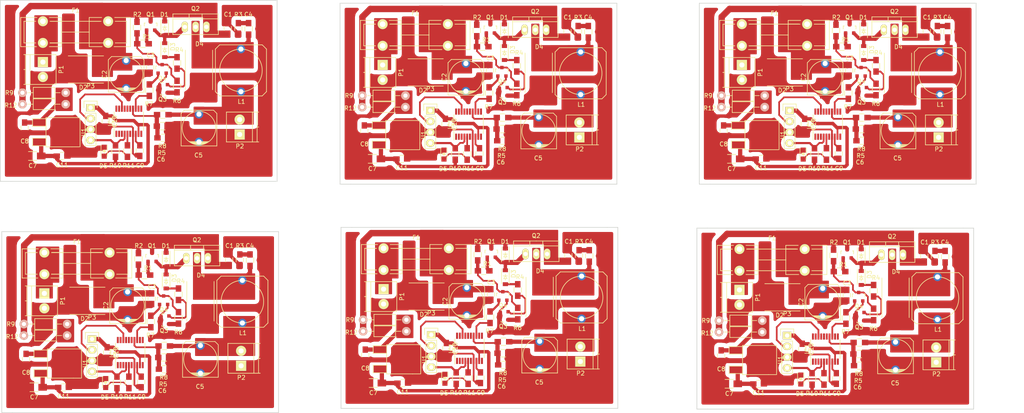
<source format=kicad_pcb>
(kicad_pcb (version 4) (host pcbnew 4.0.2-stable)
  (title_block (title dc-dc-buck-stm8) (date 2016-09-14) (rev v1.0) (comment 1 "Design by nhantt"))
  (layers (0 F.Cu signal) (31 B.Cu signal) (34 B.Paste user) (35 F.Paste user) (36 B.SilkS user) (37 F.SilkS user) (38 B.Mask user) (39 F.Mask user) (44 Edge.Cuts user))
  (net 0 "")
  (net 1 GND)
  (net 2 +24V)
  (net 3 "Net-(C4-Pad1)")
  (net 4 /V_FB)
  (net 5 +5V)
  (net 6 "Net-(C9-Pad1)")
  (net 7 "Net-(D1-Pad2)")
  (net 8 "Net-(D3-Pad2)")
  (net 9 "Net-(D4-Pad1)")
  (net 10 "Net-(F1-Pad1)")
  (net 11 Vout)
  (net 12 /SWIM)
  (net 13 /NRST)
  (net 14 "Net-(Q1-Pad1)")
  (net 15 "Net-(Q3-Pad1)")
  (net 16 "Net-(Q3-Pad2)")
  (net 17 "Net-(Q4-Pad1)")
  (net 18 "Net-(Q4-Pad3)")
  (net 19 PWM)
  (net 20 "Net-(IC1-Pad5)")
  (net 21 "Net-(D5-Pad2)")
  (net 22 "Net-(IC1-Pad1)")
  (net 23 "Net-(IC1-Pad2)")
  (net 24 "Net-(IC1-Pad3)")
  (net 25 "Net-(IC1-Pad6)")
  (net 26 "Net-(IC1-Pad10)")
  (net 27 "Net-(IC1-Pad11)")
  (net 28 "Net-(IC1-Pad12)")
  (net 29 "Net-(IC1-Pad15)")
  (net 30 "Net-(IC1-Pad16)")
  (net 31 "Net-(IC1-Pad17)")
  (net 32 "Net-(IC1-Pad19)")
  (net 33 "Net-(IC1-Pad20)")
  (net 34 "Net-(C8-Pad2)")
  (module Resistors_SMD:R_0805_HandSoldering (layer F.Cu) (at 62.44 130.9 270)
    (fp_text reference R10 (at 3.42 0.04 360) (layer F.SilkS))
    (fp_text value 10k)
    (pad 1 smd rect (at -1.35 0 270) (size 1.5 1.3) (layers F.Cu F.Paste F.Mask) (net 13 /NRST))
    (pad 2 smd rect (at 1.35 0 270) (size 1.5 1.3) (layers F.Cu F.Paste F.Mask) (net 5 +5V))
  )
  (module Resistors_SMD:R_0805_HandSoldering (layer F.Cu) (at 65.24 130.9 270)
    (fp_text reference R11 (at 3.42 -0.3 540) (layer F.SilkS))
    (fp_text value 1k)
    (pad 1 smd rect (at -1.35 0 270) (size 1.5 1.3) (layers F.Cu F.Paste F.Mask) (net 20 "Net-(IC1-Pad5)"))
    (pad 2 smd rect (at 1.35 0 270) (size 1.5 1.3) (layers F.Cu F.Paste F.Mask) (net 21 "Net-(D5-Pad2)"))
  )
  (module Capacitors_SMD:C_0805_HandSoldering (layer F.Cu) (at 68.14 130.8 270)
    (fp_text reference C9 (at 3.52 -0.05 360) (layer F.SilkS))
    (fp_text value C)
    (pad 1 smd rect (at -1.25 0 270) (size 1.5 1.25) (layers F.Cu F.Paste F.Mask) (net 6 "Net-(C9-Pad1)"))
    (pad 2 smd rect (at 1.25 0 270) (size 1.5 1.25) (layers F.Cu F.Paste F.Mask) (net 1 GND))
  )
  (module Capacitors_SMD:c_elec_8x10 (layer F.Cu) (at 64.94 112.9 90)
    (fp_text reference C2 (at 0 -5.08 90) (layer F.SilkS))
    (fp_text value 470uF)
    (pad 1 smd rect (at 3.2512 0 90) (size 3.50012 2.4003) (layers F.Cu F.Paste F.Mask) (net 2 +24V))
    (pad 2 smd rect (at -3.2512 0 90) (size 3.50012 2.4003) (layers F.Cu F.Paste F.Mask) (net 1 GND))
  )
  (module Housings_SSOP:TSSOP-20_4.4x6.5mm_Pitch0.65mm (layer F.Cu) (at 65.565 123.9 90)
    (fp_text reference IC1 (at 0 -4.3 90) (layer F.SilkS))
    (fp_text value STM8S003F3P)
    (pad 1 smd rect (at -2.95 -2.925 90) (size 1.45 0.45) (layers F.Cu F.Paste F.Mask) (net 22 "Net-(IC1-Pad1)"))
    (pad 2 smd rect (at -2.95 -2.275 90) (size 1.45 0.45) (layers F.Cu F.Paste F.Mask) (net 23 "Net-(IC1-Pad2)"))
    (pad 3 smd rect (at -2.95 -1.625 90) (size 1.45 0.45) (layers F.Cu F.Paste F.Mask) (net 24 "Net-(IC1-Pad3)"))
    (pad 4 smd rect (at -2.95 -0.975 90) (size 1.45 0.45) (layers F.Cu F.Paste F.Mask) (net 13 /NRST))
    (pad 5 smd rect (at -2.95 -0.325 90) (size 1.45 0.45) (layers F.Cu F.Paste F.Mask) (net 20 "Net-(IC1-Pad5)"))
    (pad 6 smd rect (at -2.95 0.325 90) (size 1.45 0.45) (layers F.Cu F.Paste F.Mask) (net 25 "Net-(IC1-Pad6)"))
    (pad 7 smd rect (at -2.95 0.975 90) (size 1.45 0.45) (layers F.Cu F.Paste F.Mask) (net 1 GND))
    (pad 8 smd rect (at -2.95 1.625 90) (size 1.45 0.45) (layers F.Cu F.Paste F.Mask) (net 6 "Net-(C9-Pad1)"))
    (pad 9 smd rect (at -2.95 2.275 90) (size 1.45 0.45) (layers F.Cu F.Paste F.Mask) (net 5 +5V))
    (pad 10 smd rect (at -2.95 2.925 90) (size 1.45 0.45) (layers F.Cu F.Paste F.Mask) (net 26 "Net-(IC1-Pad10)"))
    (pad 11 smd rect (at 2.95 2.925 90) (size 1.45 0.45) (layers F.Cu F.Paste F.Mask) (net 27 "Net-(IC1-Pad11)"))
    (pad 12 smd rect (at 2.95 2.275 90) (size 1.45 0.45) (layers F.Cu F.Paste F.Mask) (net 28 "Net-(IC1-Pad12)"))
    (pad 13 smd rect (at 2.95 1.625 90) (size 1.45 0.45) (layers F.Cu F.Paste F.Mask) (net 19 PWM))
    (pad 14 smd rect (at 2.95 0.975 90) (size 1.45 0.45) (layers F.Cu F.Paste F.Mask) (net 4 /V_FB))
    (pad 15 smd rect (at 2.95 0.325 90) (size 1.45 0.45) (layers F.Cu F.Paste F.Mask) (net 29 "Net-(IC1-Pad15)"))
    (pad 16 smd rect (at 2.95 -0.325 90) (size 1.45 0.45) (layers F.Cu F.Paste F.Mask) (net 30 "Net-(IC1-Pad16)"))
    (pad 17 smd rect (at 2.95 -0.975 90) (size 1.45 0.45) (layers F.Cu F.Paste F.Mask) (net 31 "Net-(IC1-Pad17)"))
    (pad 18 smd rect (at 2.95 -1.625 90) (size 1.45 0.45) (layers F.Cu F.Paste F.Mask) (net 12 /SWIM))
    (pad 19 smd rect (at 2.95 -2.275 90) (size 1.45 0.45) (layers F.Cu F.Paste F.Mask) (net 32 "Net-(IC1-Pad19)"))
    (pad 20 smd rect (at 2.95 -2.925 90) (size 1.45 0.45) (layers F.Cu F.Paste F.Mask) (net 33 "Net-(IC1-Pad20)"))
  )
  (module Resistors_SMD:R_0805_HandSoldering (layer F.Cu) (at 68.89 105.7 180)
    (fp_text reference R1 (at -0.87 1.66 360) (layer F.SilkS))
    (fp_text value 2.2k)
    (pad 1 smd rect (at -1.35 0 180) (size 1.5 1.3) (layers F.Cu F.Paste F.Mask) (net 14 "Net-(Q1-Pad1)"))
    (pad 2 smd rect (at 1.35 0 180) (size 1.5 1.3) (layers F.Cu F.Paste F.Mask) (net 18 "Net-(Q4-Pad3)"))
  )
  (module Diodes_SMD:DO-214AB (layer F.Cu) (at 54.84 111.75 180)
    (fp_text reference D2 (at 0 -4.2 180) (layer F.SilkS))
    (fp_text value SMAJ36)
    (pad 2 smd rect (at 3.6 0 180) (size 2.6 3.2) (layers F.Cu F.Paste F.Mask) (net 1 GND))
    (pad 1 smd rect (at -3.6 0 180) (size 2.6 3.2) (layers F.Cu F.Paste F.Mask) (net 2 +24V))
  )
  (module Resistors_ThroughHole:Resistor_Horizontal_RM10mm (layer F.Cu) (at 50.74 119.9 180)
    (fp_text reference R12 (at 12.91 -0.26 180) (layer F.SilkS))
    (fp_text value R)
    (pad 1 thru_hole circle (at 0 0 180) (size 1.99898 1.99898) (drill 1.00076) (layers *.Cu *.SilkS *.Mask) (net 34 "Net-(C8-Pad2)"))
    (pad 2 thru_hole circle (at 10.16 0 180) (size 1.99898 1.99898) (drill 1.00076) (layers *.Cu *.SilkS *.Mask) (net 2 +24V))
  )
  (module Terminal_Blocks:TerminalBlock_Pheonix_PT-3.5mm_2pol (layer F.Cu) (at 45.39 110 270)
    (fp_text reference P1 (at 1.75 -4.3 270) (layer F.SilkS))
    (fp_text value CONN_01X02)
    (pad 2 thru_hole circle (at 3.5 0 270) (size 2.4 2.4) (drill 1.2) (layers *.Cu *.Mask F.SilkS) (net 1 GND))
    (pad 1 thru_hole rect (at 0 0 270) (size 2.4 2.4) (drill 1.2) (layers *.Cu *.Mask F.SilkS) (net 10 "Net-(F1-Pad1)"))
  )
  (module Resistors_ThroughHole:Resistor_Horizontal_RM10mm (layer F.Cu) (at 50.75 117.2 180)
    (fp_text reference R9 (at 13.26 -0.03 180) (layer F.SilkS))
    (fp_text value R)
    (pad 1 thru_hole circle (at 0 0 180) (size 1.99898 1.99898) (drill 1.00076) (layers *.Cu *.SilkS *.Mask) (net 34 "Net-(C8-Pad2)"))
    (pad 2 thru_hole circle (at 10.16 0 180) (size 1.99898 1.99898) (drill 1.00076) (layers *.Cu *.SilkS *.Mask) (net 2 +24V))
  )
  (module Fuse_Holders_and_Fuses:Fuseholder5x20_horiz_open_lateral_Type-II (layer F.Cu) (at 53.05064 102.96)
    (fp_text reference F1 (at 0 -5.08) (layer F.SilkS))
    (fp_text value FUSE)
    (pad 2 thru_hole circle (at 7.66064 -2.54) (size 2.3495 2.3495) (drill 1.34874) (layers *.Cu *.Mask F.SilkS) (net 2 +24V))
    (pad 2 thru_hole circle (at 7.66064 2.54) (size 2.3495 2.3495) (drill 1.34874) (layers *.Cu *.Mask F.SilkS) (net 2 +24V))
    (pad 1 thru_hole circle (at -7.66064 -2.54) (size 2.3495 2.3495) (drill 1.34874) (layers *.Cu *.Mask F.SilkS) (net 10 "Net-(F1-Pad1)"))
    (pad 1 thru_hole circle (at -7.66064 2.54) (size 2.3495 2.3495) (drill 1.34874) (layers *.Cu *.Mask F.SilkS) (net 10 "Net-(F1-Pad1)"))
  )
  (module Capacitors_SMD:C_1206_HandSoldering (layer F.Cu) (at 42.99 132.05 180)
    (fp_text reference C7 (at 0 -2.3 180) (layer F.SilkS))
    (fp_text value 10uF)
    (pad 1 smd rect (at -2 0 180) (size 2 1.6) (layers F.Cu F.Paste F.Mask) (net 5 +5V))
    (pad 2 smd rect (at 2 0 180) (size 2 1.6) (layers F.Cu F.Paste F.Mask) (net 1 GND))
  )
  (module Capacitors_SMD:C_0805_HandSoldering (layer F.Cu) (at 41.09 125.45 90)
    (fp_text reference C8 (at -3.13 0.01 180) (layer F.SilkS))
    (fp_text value 100nF)
    (pad 1 smd rect (at -1.25 0 90) (size 1.5 1.25) (layers F.Cu F.Paste F.Mask) (net 1 GND))
    (pad 2 smd rect (at 1.25 0 90) (size 1.5 1.25) (layers F.Cu F.Paste F.Mask) (net 34 "Net-(C8-Pad2)"))
  )
  (module TO_SOT_Packages_SMD:TO-252-2Lead (layer F.Cu) (at 44.59 126.475 270)
    (fp_text reference U1 (at 0 -10.414 270) (layer F.SilkS))
    (fp_text value LM7805CT)
    (pad 1 smd rect (at -2.286 0 270) (size 1.651 3.048) (layers F.Cu F.Paste F.Mask) (net 34 "Net-(C8-Pad2)"))
    (pad 2 smd rect (at 0 -6.35 270) (size 6.096 6.096) (layers F.Cu F.Paste F.Mask) (net 1 GND))
    (pad 3 smd rect (at 2.286 0 270) (size 1.651 3.048) (layers F.Cu F.Paste F.Mask) (net 5 +5V))
  )
  (module LEDs:LED_0805 (layer F.Cu) (at 59.79 131.05 270)
    (fp_text reference D5 (at 3.34 0.19 360) (layer F.SilkS))
    (fp_text value LED)
    (pad 2 smd rect (at 1.04902 0 90) (size 1.19888 1.19888) (layers F.Cu F.Paste F.Mask) (net 21 "Net-(D5-Pad2)"))
    (pad 1 smd rect (at -1.04902 0 90) (size 1.19888 1.19888) (layers F.Cu F.Paste F.Mask) (net 1 GND))
  )
  (module Capacitors_SMD:C_0805_HandSoldering (layer F.Cu) (at 49.89 132.075 180)
    (fp_text reference C11 (at 0 -2.1 180) (layer F.SilkS))
    (fp_text value 100nF)
    (pad 1 smd rect (at -1.25 0 180) (size 1.5 1.25) (layers F.Cu F.Paste F.Mask) (net 1 GND))
    (pad 2 smd rect (at 1.25 0 180) (size 1.5 1.25) (layers F.Cu F.Paste F.Mask) (net 5 +5V))
  )
  (module Pin_Headers:Pin_Header_Straight_1x04 (layer F.Cu) (at 56.59 120.72)
    (fp_text reference P3 (at 0 -5.1) (layer F.SilkS))
    (fp_text value CONN_01X04)
    (pad 1 thru_hole rect (at 0 0) (size 2.032 1.7272) (drill 1.016) (layers *.Cu *.Mask F.SilkS) (net 5 +5V))
    (pad 2 thru_hole oval (at 0 2.54) (size 2.032 1.7272) (drill 1.016) (layers *.Cu *.Mask F.SilkS) (net 12 /SWIM))
    (pad 3 thru_hole oval (at 0 5.08) (size 2.032 1.7272) (drill 1.016) (layers *.Cu *.Mask F.SilkS) (net 1 GND))
    (pad 4 thru_hole oval (at 0 7.62) (size 2.032 1.7272) (drill 1.016) (layers *.Cu *.Mask F.SilkS) (net 13 /NRST))
  )
  (module Capacitors_SMD:C_0805_HandSoldering (layer F.Cu) (at 60.14 123.9 270)
    (fp_text reference C10 (at 0 -2.1 270) (layer F.SilkS))
    (fp_text value 100nF)
    (pad 1 smd rect (at -1.25 0 270) (size 1.5 1.25) (layers F.Cu F.Paste F.Mask) (net 5 +5V))
    (pad 2 smd rect (at 1.25 0 270) (size 1.5 1.25) (layers F.Cu F.Paste F.Mask) (net 1 GND))
  )
  (module Resistors_SMD:R_0805_HandSoldering (layer F.Cu) (at 73.54 122.35 180)
    (fp_text reference R5 (at 0.26 -8.97 180) (layer F.SilkS))
    (fp_text value 10k)
    (pad 1 smd rect (at -1.35 0 180) (size 1.5 1.3) (layers F.Cu F.Paste F.Mask) (net 11 Vout))
    (pad 2 smd rect (at 1.35 0 180) (size 1.5 1.3) (layers F.Cu F.Paste F.Mask) (net 4 /V_FB))
  )
  (module Resistors_SMD:R_0805_HandSoldering (layer F.Cu) (at 73.49 125.05)
    (fp_text reference R8 (at -0.06 4.66) (layer F.SilkS))
    (fp_text value 2.2k)
    (pad 1 smd rect (at -1.35 0) (size 1.5 1.3) (layers F.Cu F.Paste F.Mask) (net 4 /V_FB))
    (pad 2 smd rect (at 1.35 0) (size 1.5 1.3) (layers F.Cu F.Paste F.Mask) (net 1 GND))
  )
  (module Capacitors_SMD:C_0805_HandSoldering (layer F.Cu) (at 73.54 127.8)
    (fp_text reference C6 (at -0.43 5.04) (layer F.SilkS))
    (fp_text value 220p)
    (pad 1 smd rect (at -1.25 0) (size 1.5 1.25) (layers F.Cu F.Paste F.Mask) (net 4 /V_FB))
    (pad 2 smd rect (at 1.25 0) (size 1.5 1.25) (layers F.Cu F.Paste F.Mask) (net 1 GND))
  )
  (module Terminal_Blocks:TerminalBlock_Pheonix_PT-3.5mm_2pol (layer F.Cu) (at 91.59 127 90)
    (fp_text reference P2 (at -2.76 0.05 180) (layer F.SilkS))
    (fp_text value CONN_01X02)
    (pad 2 thru_hole circle (at 3.5 0 90) (size 2.4 2.4) (drill 1.2) (layers *.Cu *.Mask F.SilkS) (net 11 Vout))
    (pad 1 thru_hole rect (at 0 0 90) (size 2.4 2.4) (drill 1.2) (layers *.Cu *.Mask F.SilkS) (net 1 GND))
  )
  (module Diodes_SMD:DO-214AB_Handsoldering (layer F.Cu) (at 82.04 113 270)
    (fp_text reference D4 (at -7.25 -0.1 360) (layer F.SilkS))
    (fp_text value SS34)
    (pad 2 smd rect (at 4.1 0 270) (size 3.6 3.2) (layers F.Cu F.Paste F.Mask) (net 1 GND))
    (pad 1 smd rect (at -4.1 0 270) (size 3.6 3.2) (layers F.Cu F.Paste F.Mask) (net 9 "Net-(D4-Pad1)"))
  )
  (module Capacitors_SMD:c_elec_8x10.5 (layer F.Cu) (at 82.04 125.5 90)
    (fp_text reference C5 (at -6.38 -0.11 180) (layer F.SilkS))
    (fp_text value 470uF)
    (pad 1 smd rect (at 3.2512 0 90) (size 3.50012 2.4003) (layers F.Cu F.Paste F.Mask) (net 11 Vout))
    (pad 2 smd rect (at -3.2512 0 90) (size 3.50012 2.4003) (layers F.Cu F.Paste F.Mask) (net 1 GND))
  )
  (module Resistors_SMD:R_0805_HandSoldering (layer F.Cu) (at 76.89 115.75 90)
    (fp_text reference R6 (at -3.35 -0.03 180) (layer F.SilkS))
    (fp_text value 2.2k)
    (pad 1 smd rect (at -1.35 0 90) (size 1.5 1.3) (layers F.Cu F.Paste F.Mask) (net 15 "Net-(Q3-Pad1)"))
    (pad 2 smd rect (at 1.35 0 90) (size 1.5 1.3) (layers F.Cu F.Paste F.Mask) (net 18 "Net-(Q4-Pad3)"))
  )
  (module Resistors_SMD:R_0805_HandSoldering (layer F.Cu) (at 67.49 101.9 90)
    (fp_text reference R2 (at 3.07 0.07 180) (layer F.SilkS))
    (fp_text value 4.7k)
    (pad 1 smd rect (at -1.35 0 90) (size 1.5 1.3) (layers F.Cu F.Paste F.Mask) (net 18 "Net-(Q4-Pad3)"))
    (pad 2 smd rect (at 1.35 0 90) (size 1.5 1.3) (layers F.Cu F.Paste F.Mask) (net 2 +24V))
  )
  (module TO_SOT_Packages_THT:TO-220_Neutral123_Vertical (layer F.Cu) (at 81.25 101.75)
    (fp_text reference Q2 (at -0.04 -4.29 180) (layer F.SilkS))
    (fp_text value Q_PMOS_GSD)
    (pad 2 thru_hole oval (at 0 0 90) (size 2.49936 1.50114) (drill 1.00076) (layers *.Cu *.Mask F.SilkS) (net 9 "Net-(D4-Pad1)"))
    (pad 1 thru_hole oval (at -2.54 0 90) (size 2.49936 1.50114) (drill 1.00076) (layers *.Cu *.Mask F.SilkS) (net 7 "Net-(D1-Pad2)"))
    (pad 3 thru_hole oval (at 2.54 0 90) (size 2.49936 1.50114) (drill 1.00076) (layers *.Cu *.Mask F.SilkS) (net 2 +24V))
  )
  (module Diodes_SMD:SOD-123 (layer F.Cu) (at 73.99 102.1 270)
    (fp_text reference D1 (at -3.26 0.08 360) (layer F.SilkS))
    (fp_text value 12V)
    (pad 1 smd rect (at -1.635 0 270) (size 0.91 1.22) (layers F.Cu F.Paste F.Mask) (net 2 +24V))
    (pad 2 smd rect (at 1.635 0 270) (size 0.91 1.22) (layers F.Cu F.Paste F.Mask) (net 7 "Net-(D1-Pad2)"))
  )
  (module Diodes_SMD:SOD-123 (layer F.Cu) (at 73.99 107.2 270)
    (fp_text reference D3 (at -0.8 -1.91 270) (layer F.SilkS))
    (fp_text value 12V)
    (pad 1 smd rect (at -1.635 0 270) (size 0.91 1.22) (layers F.Cu F.Paste F.Mask) (net 7 "Net-(D1-Pad2)"))
    (pad 2 smd rect (at 1.635 0 270) (size 0.91 1.22) (layers F.Cu F.Paste F.Mask) (net 8 "Net-(D3-Pad2)"))
  )
  (module TO_SOT_Packages_SMD:SOT-23 (layer F.Cu) (at 70.69 101.5)
    (fp_text reference Q1 (at -0.02 -2.69) (layer F.SilkS))
    (fp_text value 2SC1815)
    (pad 1 smd rect (at -0.95 1.00076) (size 0.8001 0.8001) (layers F.Cu F.Paste F.Mask) (net 14 "Net-(Q1-Pad1)"))
    (pad 2 smd rect (at 0.95 1.00076) (size 0.8001 0.8001) (layers F.Cu F.Paste F.Mask) (net 7 "Net-(D1-Pad2)"))
    (pad 3 smd rect (at 0 -0.99822) (size 0.8001 0.8001) (layers F.Cu F.Paste F.Mask) (net 2 +24V))
  )
  (module Capacitors_SMD:C_0805_HandSoldering (layer F.Cu) (at 91.29 102.1 270)
    (fp_text reference C4 (at -3.27 -2.36 540) (layer F.SilkS))
    (fp_text value 220p)
    (pad 1 smd rect (at -1.25 0 270) (size 1.5 1.25) (layers F.Cu F.Paste F.Mask) (net 3 "Net-(C4-Pad1)"))
    (pad 2 smd rect (at 1.25 0 270) (size 1.5 1.25) (layers F.Cu F.Paste F.Mask) (net 1 GND))
  )
  (module Inductors:SELF-WE-PD-XXL (layer F.Cu) (at 91.89 111.95 270)
    (fp_text reference L1 (at 7.33 -0.12 360) (layer F.SilkS))
    (fp_text value INDUCTOR)
    (fp_text user "" (at 0 0 270) (layer F.SilkS))
    (fp_text user "" (at 0 0 270) (layer F.SilkS))
    (pad 1 smd rect (at -5.00126 0 270) (size 2.90068 5.40004) (layers F.Cu F.Paste F.Mask) (net 9 "Net-(D4-Pad1)"))
    (pad 2 smd rect (at 5.00126 0 270) (size 2.90068 5.40004) (layers F.Cu F.Paste F.Mask) (net 11 Vout))
  )
  (module Capacitors_SMD:C_0805_HandSoldering (layer F.Cu) (at 88.79 102.1 270)
    (fp_text reference C1 (at -3.29 -0.07 540) (layer F.SilkS))
    (fp_text value 10uF)
    (pad 1 smd rect (at -1.25 0 270) (size 1.5 1.25) (layers F.Cu F.Paste F.Mask) (net 1 GND))
    (pad 2 smd rect (at 1.25 0 270) (size 1.5 1.25) (layers F.Cu F.Paste F.Mask) (net 2 +24V))
  )
  (module Resistors_SMD:R_0805_HandSoldering (layer F.Cu) (at 93.69 102.2 90)
    (fp_text reference R3 (at 3.34 -2.4 180) (layer F.SilkS))
    (fp_text value 10)
    (pad 1 smd rect (at -1.35 0 90) (size 1.5 1.3) (layers F.Cu F.Paste F.Mask) (net 9 "Net-(D4-Pad1)"))
    (pad 2 smd rect (at 1.35 0 90) (size 1.5 1.3) (layers F.Cu F.Paste F.Mask) (net 3 "Net-(C4-Pad1)"))
  )
  (module TO_SOT_Packages_SMD:SOT-23 (layer F.Cu) (at 73.63822 116.25 90)
    (fp_text reference Q3 (at -2.51 -0.15822 180) (layer F.SilkS))
    (fp_text value 2SA1015)
    (pad 1 smd rect (at -0.95 1.00076 90) (size 0.8001 0.8001) (layers F.Cu F.Paste F.Mask) (net 15 "Net-(Q3-Pad1)"))
    (pad 2 smd rect (at 0.95 1.00076 90) (size 0.8001 0.8001) (layers F.Cu F.Paste F.Mask) (net 16 "Net-(Q3-Pad2)"))
    (pad 3 smd rect (at 0 -0.99822 90) (size 0.8001 0.8001) (layers F.Cu F.Paste F.Mask) (net 1 GND))
  )
  (module TO_SOT_Packages_SMD:SOT-23 (layer F.Cu) (at 73.39 111.6)
    (fp_text reference Q4 (at 0.04 2.25) (layer F.SilkS))
    (fp_text value 2SC1815)
    (pad 1 smd rect (at -0.95 1.00076) (size 0.8001 0.8001) (layers F.Cu F.Paste F.Mask) (net 17 "Net-(Q4-Pad1)"))
    (pad 2 smd rect (at 0.95 1.00076) (size 0.8001 0.8001) (layers F.Cu F.Paste F.Mask) (net 1 GND))
    (pad 3 smd rect (at 0 -0.99822) (size 0.8001 0.8001) (layers F.Cu F.Paste F.Mask) (net 18 "Net-(Q4-Pad3)"))
  )
  (module Resistors_SMD:R_0805_HandSoldering (layer F.Cu) (at 76.89 110.2 270)
    (fp_text reference R4 (at -3.06 -0.54 540) (layer F.SilkS))
    (fp_text value 100)
    (pad 1 smd rect (at -1.35 0 270) (size 1.5 1.3) (layers F.Cu F.Paste F.Mask) (net 8 "Net-(D3-Pad2)"))
    (pad 2 smd rect (at 1.35 0 270) (size 1.5 1.3) (layers F.Cu F.Paste F.Mask) (net 16 "Net-(Q3-Pad2)"))
  )
  (module Capacitors_SMD:C_0805_HandSoldering (layer F.Cu) (at 70.59 111.25 270)
    (fp_text reference C3 (at -2.87 -0.07 360) (layer F.SilkS))
    (fp_text value 100nF)
    (pad 1 smd rect (at -1.25 0 270) (size 1.5 1.25) (layers F.Cu F.Paste F.Mask) (net 2 +24V))
    (pad 2 smd rect (at 1.25 0 270) (size 1.5 1.25) (layers F.Cu F.Paste F.Mask) (net 1 GND))
  )
  (module Resistors_SMD:R_0805_HandSoldering (layer F.Cu) (at 70.39 116.6 270)
    (fp_text reference R7 (at 3.26 0.1 540) (layer F.SilkS))
    (fp_text value 2.2k)
    (pad 1 smd rect (at -1.35 0 270) (size 1.5 1.3) (layers F.Cu F.Paste F.Mask) (net 17 "Net-(Q4-Pad1)"))
    (pad 2 smd rect (at 1.35 0 270) (size 1.5 1.3) (layers F.Cu F.Paste F.Mask) (net 19 PWM))
  )
  (module Resistors_SMD:R_0805_HandSoldering (layer F.Cu) (at 62.1 76.58 270)
    (fp_text reference R10 (at 3.42 0.04 360) (layer F.SilkS))
    (fp_text value 10k)
    (pad 1 smd rect (at -1.35 0 270) (size 1.5 1.3) (layers F.Cu F.Paste F.Mask) (net 13 /NRST))
    (pad 2 smd rect (at 1.35 0 270) (size 1.5 1.3) (layers F.Cu F.Paste F.Mask) (net 5 +5V))
  )
  (module Resistors_SMD:R_0805_HandSoldering (layer F.Cu) (at 64.9 76.58 270)
    (fp_text reference R11 (at 3.42 -0.3 540) (layer F.SilkS))
    (fp_text value 1k)
    (pad 1 smd rect (at -1.35 0 270) (size 1.5 1.3) (layers F.Cu F.Paste F.Mask) (net 20 "Net-(IC1-Pad5)"))
    (pad 2 smd rect (at 1.35 0 270) (size 1.5 1.3) (layers F.Cu F.Paste F.Mask) (net 21 "Net-(D5-Pad2)"))
  )
  (module Capacitors_SMD:C_0805_HandSoldering (layer F.Cu) (at 67.8 76.48 270)
    (fp_text reference C9 (at 3.52 -0.05 360) (layer F.SilkS))
    (fp_text value C)
    (pad 1 smd rect (at -1.25 0 270) (size 1.5 1.25) (layers F.Cu F.Paste F.Mask) (net 6 "Net-(C9-Pad1)"))
    (pad 2 smd rect (at 1.25 0 270) (size 1.5 1.25) (layers F.Cu F.Paste F.Mask) (net 1 GND))
  )
  (module Capacitors_SMD:c_elec_8x10 (layer F.Cu) (at 64.6 58.58 90)
    (fp_text reference C2 (at 0 -5.08 90) (layer F.SilkS))
    (fp_text value 470uF)
    (pad 1 smd rect (at 3.2512 0 90) (size 3.50012 2.4003) (layers F.Cu F.Paste F.Mask) (net 2 +24V))
    (pad 2 smd rect (at -3.2512 0 90) (size 3.50012 2.4003) (layers F.Cu F.Paste F.Mask) (net 1 GND))
  )
  (module Housings_SSOP:TSSOP-20_4.4x6.5mm_Pitch0.65mm (layer F.Cu) (at 65.225 69.58 90)
    (fp_text reference IC1 (at 0 -4.3 90) (layer F.SilkS))
    (fp_text value STM8S003F3P)
    (pad 1 smd rect (at -2.95 -2.925 90) (size 1.45 0.45) (layers F.Cu F.Paste F.Mask) (net 22 "Net-(IC1-Pad1)"))
    (pad 2 smd rect (at -2.95 -2.275 90) (size 1.45 0.45) (layers F.Cu F.Paste F.Mask) (net 23 "Net-(IC1-Pad2)"))
    (pad 3 smd rect (at -2.95 -1.625 90) (size 1.45 0.45) (layers F.Cu F.Paste F.Mask) (net 24 "Net-(IC1-Pad3)"))
    (pad 4 smd rect (at -2.95 -0.975 90) (size 1.45 0.45) (layers F.Cu F.Paste F.Mask) (net 13 /NRST))
    (pad 5 smd rect (at -2.95 -0.325 90) (size 1.45 0.45) (layers F.Cu F.Paste F.Mask) (net 20 "Net-(IC1-Pad5)"))
    (pad 6 smd rect (at -2.95 0.325 90) (size 1.45 0.45) (layers F.Cu F.Paste F.Mask) (net 25 "Net-(IC1-Pad6)"))
    (pad 7 smd rect (at -2.95 0.975 90) (size 1.45 0.45) (layers F.Cu F.Paste F.Mask) (net 1 GND))
    (pad 8 smd rect (at -2.95 1.625 90) (size 1.45 0.45) (layers F.Cu F.Paste F.Mask) (net 6 "Net-(C9-Pad1)"))
    (pad 9 smd rect (at -2.95 2.275 90) (size 1.45 0.45) (layers F.Cu F.Paste F.Mask) (net 5 +5V))
    (pad 10 smd rect (at -2.95 2.925 90) (size 1.45 0.45) (layers F.Cu F.Paste F.Mask) (net 26 "Net-(IC1-Pad10)"))
    (pad 11 smd rect (at 2.95 2.925 90) (size 1.45 0.45) (layers F.Cu F.Paste F.Mask) (net 27 "Net-(IC1-Pad11)"))
    (pad 12 smd rect (at 2.95 2.275 90) (size 1.45 0.45) (layers F.Cu F.Paste F.Mask) (net 28 "Net-(IC1-Pad12)"))
    (pad 13 smd rect (at 2.95 1.625 90) (size 1.45 0.45) (layers F.Cu F.Paste F.Mask) (net 19 PWM))
    (pad 14 smd rect (at 2.95 0.975 90) (size 1.45 0.45) (layers F.Cu F.Paste F.Mask) (net 4 /V_FB))
    (pad 15 smd rect (at 2.95 0.325 90) (size 1.45 0.45) (layers F.Cu F.Paste F.Mask) (net 29 "Net-(IC1-Pad15)"))
    (pad 16 smd rect (at 2.95 -0.325 90) (size 1.45 0.45) (layers F.Cu F.Paste F.Mask) (net 30 "Net-(IC1-Pad16)"))
    (pad 17 smd rect (at 2.95 -0.975 90) (size 1.45 0.45) (layers F.Cu F.Paste F.Mask) (net 31 "Net-(IC1-Pad17)"))
    (pad 18 smd rect (at 2.95 -1.625 90) (size 1.45 0.45) (layers F.Cu F.Paste F.Mask) (net 12 /SWIM))
    (pad 19 smd rect (at 2.95 -2.275 90) (size 1.45 0.45) (layers F.Cu F.Paste F.Mask) (net 32 "Net-(IC1-Pad19)"))
    (pad 20 smd rect (at 2.95 -2.925 90) (size 1.45 0.45) (layers F.Cu F.Paste F.Mask) (net 33 "Net-(IC1-Pad20)"))
  )
  (module Resistors_SMD:R_0805_HandSoldering (layer F.Cu) (at 68.55 51.38 180)
    (fp_text reference R1 (at -0.87 1.66 360) (layer F.SilkS))
    (fp_text value 2.2k)
    (pad 1 smd rect (at -1.35 0 180) (size 1.5 1.3) (layers F.Cu F.Paste F.Mask) (net 14 "Net-(Q1-Pad1)"))
    (pad 2 smd rect (at 1.35 0 180) (size 1.5 1.3) (layers F.Cu F.Paste F.Mask) (net 18 "Net-(Q4-Pad3)"))
  )
  (module Diodes_SMD:DO-214AB (layer F.Cu) (at 54.5 57.43 180)
    (fp_text reference D2 (at 0 -4.2 180) (layer F.SilkS))
    (fp_text value SMAJ36)
    (pad 2 smd rect (at 3.6 0 180) (size 2.6 3.2) (layers F.Cu F.Paste F.Mask) (net 1 GND))
    (pad 1 smd rect (at -3.6 0 180) (size 2.6 3.2) (layers F.Cu F.Paste F.Mask) (net 2 +24V))
  )
  (module Resistors_ThroughHole:Resistor_Horizontal_RM10mm (layer F.Cu) (at 50.4 65.58 180)
    (fp_text reference R12 (at 12.91 -0.26 180) (layer F.SilkS))
    (fp_text value R)
    (pad 1 thru_hole circle (at 0 0 180) (size 1.99898 1.99898) (drill 1.00076) (layers *.Cu *.SilkS *.Mask) (net 34 "Net-(C8-Pad2)"))
    (pad 2 thru_hole circle (at 10.16 0 180) (size 1.99898 1.99898) (drill 1.00076) (layers *.Cu *.SilkS *.Mask) (net 2 +24V))
  )
  (module Terminal_Blocks:TerminalBlock_Pheonix_PT-3.5mm_2pol (layer F.Cu) (at 45.05 55.68 270)
    (fp_text reference P1 (at 1.75 -4.3 270) (layer F.SilkS))
    (fp_text value CONN_01X02)
    (pad 2 thru_hole circle (at 3.5 0 270) (size 2.4 2.4) (drill 1.2) (layers *.Cu *.Mask F.SilkS) (net 1 GND))
    (pad 1 thru_hole rect (at 0 0 270) (size 2.4 2.4) (drill 1.2) (layers *.Cu *.Mask F.SilkS) (net 10 "Net-(F1-Pad1)"))
  )
  (module Resistors_ThroughHole:Resistor_Horizontal_RM10mm (layer F.Cu) (at 50.41 62.88 180)
    (fp_text reference R9 (at 13.26 -0.03 180) (layer F.SilkS))
    (fp_text value R)
    (pad 1 thru_hole circle (at 0 0 180) (size 1.99898 1.99898) (drill 1.00076) (layers *.Cu *.SilkS *.Mask) (net 34 "Net-(C8-Pad2)"))
    (pad 2 thru_hole circle (at 10.16 0 180) (size 1.99898 1.99898) (drill 1.00076) (layers *.Cu *.SilkS *.Mask) (net 2 +24V))
  )
  (module Fuse_Holders_and_Fuses:Fuseholder5x20_horiz_open_lateral_Type-II (layer F.Cu) (at 52.71064 48.64)
    (fp_text reference F1 (at 0 -5.08) (layer F.SilkS))
    (fp_text value FUSE)
    (pad 2 thru_hole circle (at 7.66064 -2.54) (size 2.3495 2.3495) (drill 1.34874) (layers *.Cu *.Mask F.SilkS) (net 2 +24V))
    (pad 2 thru_hole circle (at 7.66064 2.54) (size 2.3495 2.3495) (drill 1.34874) (layers *.Cu *.Mask F.SilkS) (net 2 +24V))
    (pad 1 thru_hole circle (at -7.66064 -2.54) (size 2.3495 2.3495) (drill 1.34874) (layers *.Cu *.Mask F.SilkS) (net 10 "Net-(F1-Pad1)"))
    (pad 1 thru_hole circle (at -7.66064 2.54) (size 2.3495 2.3495) (drill 1.34874) (layers *.Cu *.Mask F.SilkS) (net 10 "Net-(F1-Pad1)"))
  )
  (module Capacitors_SMD:C_1206_HandSoldering (layer F.Cu) (at 42.65 77.73 180)
    (fp_text reference C7 (at 0 -2.3 180) (layer F.SilkS))
    (fp_text value 10uF)
    (pad 1 smd rect (at -2 0 180) (size 2 1.6) (layers F.Cu F.Paste F.Mask) (net 5 +5V))
    (pad 2 smd rect (at 2 0 180) (size 2 1.6) (layers F.Cu F.Paste F.Mask) (net 1 GND))
  )
  (module Capacitors_SMD:C_0805_HandSoldering (layer F.Cu) (at 40.75 71.13 90)
    (fp_text reference C8 (at -3.13 0.01 180) (layer F.SilkS))
    (fp_text value 100nF)
    (pad 1 smd rect (at -1.25 0 90) (size 1.5 1.25) (layers F.Cu F.Paste F.Mask) (net 1 GND))
    (pad 2 smd rect (at 1.25 0 90) (size 1.5 1.25) (layers F.Cu F.Paste F.Mask) (net 34 "Net-(C8-Pad2)"))
  )
  (module TO_SOT_Packages_SMD:TO-252-2Lead (layer F.Cu) (at 44.25 72.155 270)
    (fp_text reference U1 (at 0 -10.414 270) (layer F.SilkS))
    (fp_text value LM7805CT)
    (pad 1 smd rect (at -2.286 0 270) (size 1.651 3.048) (layers F.Cu F.Paste F.Mask) (net 34 "Net-(C8-Pad2)"))
    (pad 2 smd rect (at 0 -6.35 270) (size 6.096 6.096) (layers F.Cu F.Paste F.Mask) (net 1 GND))
    (pad 3 smd rect (at 2.286 0 270) (size 1.651 3.048) (layers F.Cu F.Paste F.Mask) (net 5 +5V))
  )
  (module LEDs:LED_0805 (layer F.Cu) (at 59.45 76.73 270)
    (fp_text reference D5 (at 3.34 0.19 360) (layer F.SilkS))
    (fp_text value LED)
    (pad 2 smd rect (at 1.04902 0 90) (size 1.19888 1.19888) (layers F.Cu F.Paste F.Mask) (net 21 "Net-(D5-Pad2)"))
    (pad 1 smd rect (at -1.04902 0 90) (size 1.19888 1.19888) (layers F.Cu F.Paste F.Mask) (net 1 GND))
  )
  (module Capacitors_SMD:C_0805_HandSoldering (layer F.Cu) (at 49.55 77.755 180)
    (fp_text reference C11 (at 0 -2.1 180) (layer F.SilkS))
    (fp_text value 100nF)
    (pad 1 smd rect (at -1.25 0 180) (size 1.5 1.25) (layers F.Cu F.Paste F.Mask) (net 1 GND))
    (pad 2 smd rect (at 1.25 0 180) (size 1.5 1.25) (layers F.Cu F.Paste F.Mask) (net 5 +5V))
  )
  (module Pin_Headers:Pin_Header_Straight_1x04 (layer F.Cu) (at 56.25 66.4)
    (fp_text reference P3 (at 0 -5.1) (layer F.SilkS))
    (fp_text value CONN_01X04)
    (pad 1 thru_hole rect (at 0 0) (size 2.032 1.7272) (drill 1.016) (layers *.Cu *.Mask F.SilkS) (net 5 +5V))
    (pad 2 thru_hole oval (at 0 2.54) (size 2.032 1.7272) (drill 1.016) (layers *.Cu *.Mask F.SilkS) (net 12 /SWIM))
    (pad 3 thru_hole oval (at 0 5.08) (size 2.032 1.7272) (drill 1.016) (layers *.Cu *.Mask F.SilkS) (net 1 GND))
    (pad 4 thru_hole oval (at 0 7.62) (size 2.032 1.7272) (drill 1.016) (layers *.Cu *.Mask F.SilkS) (net 13 /NRST))
  )
  (module Capacitors_SMD:C_0805_HandSoldering (layer F.Cu) (at 59.8 69.58 270)
    (fp_text reference C10 (at 0 -2.1 270) (layer F.SilkS))
    (fp_text value 100nF)
    (pad 1 smd rect (at -1.25 0 270) (size 1.5 1.25) (layers F.Cu F.Paste F.Mask) (net 5 +5V))
    (pad 2 smd rect (at 1.25 0 270) (size 1.5 1.25) (layers F.Cu F.Paste F.Mask) (net 1 GND))
  )
  (module Resistors_SMD:R_0805_HandSoldering (layer F.Cu) (at 73.2 68.03 180)
    (fp_text reference R5 (at 0.26 -8.97 180) (layer F.SilkS))
    (fp_text value 10k)
    (pad 1 smd rect (at -1.35 0 180) (size 1.5 1.3) (layers F.Cu F.Paste F.Mask) (net 11 Vout))
    (pad 2 smd rect (at 1.35 0 180) (size 1.5 1.3) (layers F.Cu F.Paste F.Mask) (net 4 /V_FB))
  )
  (module Resistors_SMD:R_0805_HandSoldering (layer F.Cu) (at 73.15 70.73)
    (fp_text reference R8 (at -0.06 4.66) (layer F.SilkS))
    (fp_text value 2.2k)
    (pad 1 smd rect (at -1.35 0) (size 1.5 1.3) (layers F.Cu F.Paste F.Mask) (net 4 /V_FB))
    (pad 2 smd rect (at 1.35 0) (size 1.5 1.3) (layers F.Cu F.Paste F.Mask) (net 1 GND))
  )
  (module Capacitors_SMD:C_0805_HandSoldering (layer F.Cu) (at 73.2 73.48)
    (fp_text reference C6 (at -0.43 5.04) (layer F.SilkS))
    (fp_text value 220p)
    (pad 1 smd rect (at -1.25 0) (size 1.5 1.25) (layers F.Cu F.Paste F.Mask) (net 4 /V_FB))
    (pad 2 smd rect (at 1.25 0) (size 1.5 1.25) (layers F.Cu F.Paste F.Mask) (net 1 GND))
  )
  (module Terminal_Blocks:TerminalBlock_Pheonix_PT-3.5mm_2pol (layer F.Cu) (at 91.25 72.68 90)
    (fp_text reference P2 (at -2.76 0.05 180) (layer F.SilkS))
    (fp_text value CONN_01X02)
    (pad 2 thru_hole circle (at 3.5 0 90) (size 2.4 2.4) (drill 1.2) (layers *.Cu *.Mask F.SilkS) (net 11 Vout))
    (pad 1 thru_hole rect (at 0 0 90) (size 2.4 2.4) (drill 1.2) (layers *.Cu *.Mask F.SilkS) (net 1 GND))
  )
  (module Diodes_SMD:DO-214AB_Handsoldering (layer F.Cu) (at 81.7 58.68 270)
    (fp_text reference D4 (at -7.25 -0.1 360) (layer F.SilkS))
    (fp_text value SS34)
    (pad 2 smd rect (at 4.1 0 270) (size 3.6 3.2) (layers F.Cu F.Paste F.Mask) (net 1 GND))
    (pad 1 smd rect (at -4.1 0 270) (size 3.6 3.2) (layers F.Cu F.Paste F.Mask) (net 9 "Net-(D4-Pad1)"))
  )
  (module Capacitors_SMD:c_elec_8x10.5 (layer F.Cu) (at 81.7 71.18 90)
    (fp_text reference C5 (at -6.38 -0.11 180) (layer F.SilkS))
    (fp_text value 470uF)
    (pad 1 smd rect (at 3.2512 0 90) (size 3.50012 2.4003) (layers F.Cu F.Paste F.Mask) (net 11 Vout))
    (pad 2 smd rect (at -3.2512 0 90) (size 3.50012 2.4003) (layers F.Cu F.Paste F.Mask) (net 1 GND))
  )
  (module Resistors_SMD:R_0805_HandSoldering (layer F.Cu) (at 76.55 61.43 90)
    (fp_text reference R6 (at -3.35 -0.03 180) (layer F.SilkS))
    (fp_text value 2.2k)
    (pad 1 smd rect (at -1.35 0 90) (size 1.5 1.3) (layers F.Cu F.Paste F.Mask) (net 15 "Net-(Q3-Pad1)"))
    (pad 2 smd rect (at 1.35 0 90) (size 1.5 1.3) (layers F.Cu F.Paste F.Mask) (net 18 "Net-(Q4-Pad3)"))
  )
  (module Resistors_SMD:R_0805_HandSoldering (layer F.Cu) (at 67.15 47.58 90)
    (fp_text reference R2 (at 3.07 0.07 180) (layer F.SilkS))
    (fp_text value 4.7k)
    (pad 1 smd rect (at -1.35 0 90) (size 1.5 1.3) (layers F.Cu F.Paste F.Mask) (net 18 "Net-(Q4-Pad3)"))
    (pad 2 smd rect (at 1.35 0 90) (size 1.5 1.3) (layers F.Cu F.Paste F.Mask) (net 2 +24V))
  )
  (module TO_SOT_Packages_THT:TO-220_Neutral123_Vertical (layer F.Cu) (at 80.91 47.43)
    (fp_text reference Q2 (at -0.04 -4.29 180) (layer F.SilkS))
    (fp_text value Q_PMOS_GSD)
    (pad 2 thru_hole oval (at 0 0 90) (size 2.49936 1.50114) (drill 1.00076) (layers *.Cu *.Mask F.SilkS) (net 9 "Net-(D4-Pad1)"))
    (pad 1 thru_hole oval (at -2.54 0 90) (size 2.49936 1.50114) (drill 1.00076) (layers *.Cu *.Mask F.SilkS) (net 7 "Net-(D1-Pad2)"))
    (pad 3 thru_hole oval (at 2.54 0 90) (size 2.49936 1.50114) (drill 1.00076) (layers *.Cu *.Mask F.SilkS) (net 2 +24V))
  )
  (module Diodes_SMD:SOD-123 (layer F.Cu) (at 73.65 47.78 270)
    (fp_text reference D1 (at -3.26 0.08 360) (layer F.SilkS))
    (fp_text value 12V)
    (pad 1 smd rect (at -1.635 0 270) (size 0.91 1.22) (layers F.Cu F.Paste F.Mask) (net 2 +24V))
    (pad 2 smd rect (at 1.635 0 270) (size 0.91 1.22) (layers F.Cu F.Paste F.Mask) (net 7 "Net-(D1-Pad2)"))
  )
  (module Diodes_SMD:SOD-123 (layer F.Cu) (at 73.65 52.88 270)
    (fp_text reference D3 (at -0.8 -1.91 270) (layer F.SilkS))
    (fp_text value 12V)
    (pad 1 smd rect (at -1.635 0 270) (size 0.91 1.22) (layers F.Cu F.Paste F.Mask) (net 7 "Net-(D1-Pad2)"))
    (pad 2 smd rect (at 1.635 0 270) (size 0.91 1.22) (layers F.Cu F.Paste F.Mask) (net 8 "Net-(D3-Pad2)"))
  )
  (module TO_SOT_Packages_SMD:SOT-23 (layer F.Cu) (at 70.35 47.18)
    (fp_text reference Q1 (at -0.02 -2.69) (layer F.SilkS))
    (fp_text value 2SC1815)
    (pad 1 smd rect (at -0.95 1.00076) (size 0.8001 0.8001) (layers F.Cu F.Paste F.Mask) (net 14 "Net-(Q1-Pad1)"))
    (pad 2 smd rect (at 0.95 1.00076) (size 0.8001 0.8001) (layers F.Cu F.Paste F.Mask) (net 7 "Net-(D1-Pad2)"))
    (pad 3 smd rect (at 0 -0.99822) (size 0.8001 0.8001) (layers F.Cu F.Paste F.Mask) (net 2 +24V))
  )
  (module Capacitors_SMD:C_0805_HandSoldering (layer F.Cu) (at 90.95 47.78 270)
    (fp_text reference C4 (at -3.27 -2.36 540) (layer F.SilkS))
    (fp_text value 220p)
    (pad 1 smd rect (at -1.25 0 270) (size 1.5 1.25) (layers F.Cu F.Paste F.Mask) (net 3 "Net-(C4-Pad1)"))
    (pad 2 smd rect (at 1.25 0 270) (size 1.5 1.25) (layers F.Cu F.Paste F.Mask) (net 1 GND))
  )
  (module Inductors:SELF-WE-PD-XXL (layer F.Cu) (at 91.55 57.63 270)
    (fp_text reference L1 (at 7.33 -0.12 360) (layer F.SilkS))
    (fp_text value INDUCTOR)
    (fp_text user "" (at 0 0 270) (layer F.SilkS))
    (fp_text user "" (at 0 0 270) (layer F.SilkS))
    (pad 1 smd rect (at -5.00126 0 270) (size 2.90068 5.40004) (layers F.Cu F.Paste F.Mask) (net 9 "Net-(D4-Pad1)"))
    (pad 2 smd rect (at 5.00126 0 270) (size 2.90068 5.40004) (layers F.Cu F.Paste F.Mask) (net 11 Vout))
  )
  (module Capacitors_SMD:C_0805_HandSoldering (layer F.Cu) (at 88.45 47.78 270)
    (fp_text reference C1 (at -3.29 -0.07 540) (layer F.SilkS))
    (fp_text value 10uF)
    (pad 1 smd rect (at -1.25 0 270) (size 1.5 1.25) (layers F.Cu F.Paste F.Mask) (net 1 GND))
    (pad 2 smd rect (at 1.25 0 270) (size 1.5 1.25) (layers F.Cu F.Paste F.Mask) (net 2 +24V))
  )
  (module Resistors_SMD:R_0805_HandSoldering (layer F.Cu) (at 93.35 47.88 90)
    (fp_text reference R3 (at 3.34 -2.4 180) (layer F.SilkS))
    (fp_text value 10)
    (pad 1 smd rect (at -1.35 0 90) (size 1.5 1.3) (layers F.Cu F.Paste F.Mask) (net 9 "Net-(D4-Pad1)"))
    (pad 2 smd rect (at 1.35 0 90) (size 1.5 1.3) (layers F.Cu F.Paste F.Mask) (net 3 "Net-(C4-Pad1)"))
  )
  (module TO_SOT_Packages_SMD:SOT-23 (layer F.Cu) (at 73.29822 61.93 90)
    (fp_text reference Q3 (at -2.51 -0.15822 180) (layer F.SilkS))
    (fp_text value 2SA1015)
    (pad 1 smd rect (at -0.95 1.00076 90) (size 0.8001 0.8001) (layers F.Cu F.Paste F.Mask) (net 15 "Net-(Q3-Pad1)"))
    (pad 2 smd rect (at 0.95 1.00076 90) (size 0.8001 0.8001) (layers F.Cu F.Paste F.Mask) (net 16 "Net-(Q3-Pad2)"))
    (pad 3 smd rect (at 0 -0.99822 90) (size 0.8001 0.8001) (layers F.Cu F.Paste F.Mask) (net 1 GND))
  )
  (module TO_SOT_Packages_SMD:SOT-23 (layer F.Cu) (at 73.05 57.28)
    (fp_text reference Q4 (at 0.04 2.25) (layer F.SilkS))
    (fp_text value 2SC1815)
    (pad 1 smd rect (at -0.95 1.00076) (size 0.8001 0.8001) (layers F.Cu F.Paste F.Mask) (net 17 "Net-(Q4-Pad1)"))
    (pad 2 smd rect (at 0.95 1.00076) (size 0.8001 0.8001) (layers F.Cu F.Paste F.Mask) (net 1 GND))
    (pad 3 smd rect (at 0 -0.99822) (size 0.8001 0.8001) (layers F.Cu F.Paste F.Mask) (net 18 "Net-(Q4-Pad3)"))
  )
  (module Resistors_SMD:R_0805_HandSoldering (layer F.Cu) (at 76.55 55.88 270)
    (fp_text reference R4 (at -3.06 -0.54 540) (layer F.SilkS))
    (fp_text value 100)
    (pad 1 smd rect (at -1.35 0 270) (size 1.5 1.3) (layers F.Cu F.Paste F.Mask) (net 8 "Net-(D3-Pad2)"))
    (pad 2 smd rect (at 1.35 0 270) (size 1.5 1.3) (layers F.Cu F.Paste F.Mask) (net 16 "Net-(Q3-Pad2)"))
  )
  (module Capacitors_SMD:C_0805_HandSoldering (layer F.Cu) (at 70.25 56.93 270)
    (fp_text reference C3 (at -2.87 -0.07 360) (layer F.SilkS))
    (fp_text value 100nF)
    (pad 1 smd rect (at -1.25 0 270) (size 1.5 1.25) (layers F.Cu F.Paste F.Mask) (net 2 +24V))
    (pad 2 smd rect (at 1.25 0 270) (size 1.5 1.25) (layers F.Cu F.Paste F.Mask) (net 1 GND))
  )
  (module Resistors_SMD:R_0805_HandSoldering (layer F.Cu) (at 70.05 62.28 270)
    (fp_text reference R7 (at 3.26 0.1 540) (layer F.SilkS))
    (fp_text value 2.2k)
    (pad 1 smd rect (at -1.35 0 270) (size 1.5 1.3) (layers F.Cu F.Paste F.Mask) (net 17 "Net-(Q4-Pad1)"))
    (pad 2 smd rect (at 1.35 0 270) (size 1.5 1.3) (layers F.Cu F.Paste F.Mask) (net 19 PWM))
  )
  (module Diodes_SMD:DO-214AB (layer F.Cu) (at 218.64 58.11 180)
    (fp_text reference D2 (at 0 -4.2 180) (layer F.SilkS))
    (fp_text value SMAJ36)
    (pad 2 smd rect (at 3.6 0 180) (size 2.6 3.2) (layers F.Cu F.Paste F.Mask) (net 1 GND))
    (pad 1 smd rect (at -3.6 0 180) (size 2.6 3.2) (layers F.Cu F.Paste F.Mask) (net 2 +24V))
  )
  (module Resistors_ThroughHole:Resistor_Horizontal_RM10mm (layer F.Cu) (at 214.55 63.56 180)
    (fp_text reference R9 (at 13.26 -0.03 180) (layer F.SilkS))
    (fp_text value R)
    (pad 1 thru_hole circle (at 0 0 180) (size 1.99898 1.99898) (drill 1.00076) (layers *.Cu *.SilkS *.Mask) (net 34 "Net-(C8-Pad2)"))
    (pad 2 thru_hole circle (at 10.16 0 180) (size 1.99898 1.99898) (drill 1.00076) (layers *.Cu *.SilkS *.Mask) (net 2 +24V))
  )
  (module Terminal_Blocks:TerminalBlock_Pheonix_PT-3.5mm_2pol (layer F.Cu) (at 209.19 56.36 270)
    (fp_text reference P1 (at 1.75 -4.3 270) (layer F.SilkS))
    (fp_text value CONN_01X02)
    (pad 2 thru_hole circle (at 3.5 0 270) (size 2.4 2.4) (drill 1.2) (layers *.Cu *.Mask F.SilkS) (net 1 GND))
    (pad 1 thru_hole rect (at 0 0 270) (size 2.4 2.4) (drill 1.2) (layers *.Cu *.Mask F.SilkS) (net 10 "Net-(F1-Pad1)"))
  )
  (module Fuse_Holders_and_Fuses:Fuseholder5x20_horiz_open_lateral_Type-II (layer F.Cu) (at 216.85064 49.32)
    (fp_text reference F1 (at 0 -5.08) (layer F.SilkS))
    (fp_text value FUSE)
    (pad 2 thru_hole circle (at 7.66064 -2.54) (size 2.3495 2.3495) (drill 1.34874) (layers *.Cu *.Mask F.SilkS) (net 2 +24V))
    (pad 2 thru_hole circle (at 7.66064 2.54) (size 2.3495 2.3495) (drill 1.34874) (layers *.Cu *.Mask F.SilkS) (net 2 +24V))
    (pad 1 thru_hole circle (at -7.66064 -2.54) (size 2.3495 2.3495) (drill 1.34874) (layers *.Cu *.Mask F.SilkS) (net 10 "Net-(F1-Pad1)"))
    (pad 1 thru_hole circle (at -7.66064 2.54) (size 2.3495 2.3495) (drill 1.34874) (layers *.Cu *.Mask F.SilkS) (net 10 "Net-(F1-Pad1)"))
  )
  (module Resistors_ThroughHole:Resistor_Horizontal_RM10mm (layer F.Cu) (at 214.54 66.26 180)
    (fp_text reference R12 (at 12.91 -0.26 180) (layer F.SilkS))
    (fp_text value R)
    (pad 1 thru_hole circle (at 0 0 180) (size 1.99898 1.99898) (drill 1.00076) (layers *.Cu *.SilkS *.Mask) (net 34 "Net-(C8-Pad2)"))
    (pad 2 thru_hole circle (at 10.16 0 180) (size 1.99898 1.99898) (drill 1.00076) (layers *.Cu *.SilkS *.Mask) (net 2 +24V))
  )
  (module Pin_Headers:Pin_Header_Straight_1x04 (layer F.Cu) (at 220.39 67.08)
    (fp_text reference P3 (at 0 -5.1) (layer F.SilkS))
    (fp_text value CONN_01X04)
    (pad 1 thru_hole rect (at 0 0) (size 2.032 1.7272) (drill 1.016) (layers *.Cu *.Mask F.SilkS) (net 5 +5V))
    (pad 2 thru_hole oval (at 0 2.54) (size 2.032 1.7272) (drill 1.016) (layers *.Cu *.Mask F.SilkS) (net 12 /SWIM))
    (pad 3 thru_hole oval (at 0 5.08) (size 2.032 1.7272) (drill 1.016) (layers *.Cu *.Mask F.SilkS) (net 1 GND))
    (pad 4 thru_hole oval (at 0 7.62) (size 2.032 1.7272) (drill 1.016) (layers *.Cu *.Mask F.SilkS) (net 13 /NRST))
  )
  (module Capacitors_SMD:C_0805_HandSoldering (layer F.Cu) (at 223.94 70.26 270)
    (fp_text reference C10 (at 0 -2.1 270) (layer F.SilkS))
    (fp_text value 100nF)
    (pad 1 smd rect (at -1.25 0 270) (size 1.5 1.25) (layers F.Cu F.Paste F.Mask) (net 5 +5V))
    (pad 2 smd rect (at 1.25 0 270) (size 1.5 1.25) (layers F.Cu F.Paste F.Mask) (net 1 GND))
  )
  (module Housings_SSOP:TSSOP-20_4.4x6.5mm_Pitch0.65mm (layer F.Cu) (at 229.365 70.26 90)
    (fp_text reference IC1 (at 0 -4.3 90) (layer F.SilkS))
    (fp_text value STM8S003F3P)
    (pad 1 smd rect (at -2.95 -2.925 90) (size 1.45 0.45) (layers F.Cu F.Paste F.Mask) (net 22 "Net-(IC1-Pad1)"))
    (pad 2 smd rect (at -2.95 -2.275 90) (size 1.45 0.45) (layers F.Cu F.Paste F.Mask) (net 23 "Net-(IC1-Pad2)"))
    (pad 3 smd rect (at -2.95 -1.625 90) (size 1.45 0.45) (layers F.Cu F.Paste F.Mask) (net 24 "Net-(IC1-Pad3)"))
    (pad 4 smd rect (at -2.95 -0.975 90) (size 1.45 0.45) (layers F.Cu F.Paste F.Mask) (net 13 /NRST))
    (pad 5 smd rect (at -2.95 -0.325 90) (size 1.45 0.45) (layers F.Cu F.Paste F.Mask) (net 20 "Net-(IC1-Pad5)"))
    (pad 6 smd rect (at -2.95 0.325 90) (size 1.45 0.45) (layers F.Cu F.Paste F.Mask) (net 25 "Net-(IC1-Pad6)"))
    (pad 7 smd rect (at -2.95 0.975 90) (size 1.45 0.45) (layers F.Cu F.Paste F.Mask) (net 1 GND))
    (pad 8 smd rect (at -2.95 1.625 90) (size 1.45 0.45) (layers F.Cu F.Paste F.Mask) (net 6 "Net-(C9-Pad1)"))
    (pad 9 smd rect (at -2.95 2.275 90) (size 1.45 0.45) (layers F.Cu F.Paste F.Mask) (net 5 +5V))
    (pad 10 smd rect (at -2.95 2.925 90) (size 1.45 0.45) (layers F.Cu F.Paste F.Mask) (net 26 "Net-(IC1-Pad10)"))
    (pad 11 smd rect (at 2.95 2.925 90) (size 1.45 0.45) (layers F.Cu F.Paste F.Mask) (net 27 "Net-(IC1-Pad11)"))
    (pad 12 smd rect (at 2.95 2.275 90) (size 1.45 0.45) (layers F.Cu F.Paste F.Mask) (net 28 "Net-(IC1-Pad12)"))
    (pad 13 smd rect (at 2.95 1.625 90) (size 1.45 0.45) (layers F.Cu F.Paste F.Mask) (net 19 PWM))
    (pad 14 smd rect (at 2.95 0.975 90) (size 1.45 0.45) (layers F.Cu F.Paste F.Mask) (net 4 /V_FB))
    (pad 15 smd rect (at 2.95 0.325 90) (size 1.45 0.45) (layers F.Cu F.Paste F.Mask) (net 29 "Net-(IC1-Pad15)"))
    (pad 16 smd rect (at 2.95 -0.325 90) (size 1.45 0.45) (layers F.Cu F.Paste F.Mask) (net 30 "Net-(IC1-Pad16)"))
    (pad 17 smd rect (at 2.95 -0.975 90) (size 1.45 0.45) (layers F.Cu F.Paste F.Mask) (net 31 "Net-(IC1-Pad17)"))
    (pad 18 smd rect (at 2.95 -1.625 90) (size 1.45 0.45) (layers F.Cu F.Paste F.Mask) (net 12 /SWIM))
    (pad 19 smd rect (at 2.95 -2.275 90) (size 1.45 0.45) (layers F.Cu F.Paste F.Mask) (net 32 "Net-(IC1-Pad19)"))
    (pad 20 smd rect (at 2.95 -2.925 90) (size 1.45 0.45) (layers F.Cu F.Paste F.Mask) (net 33 "Net-(IC1-Pad20)"))
  )
  (module LEDs:LED_0805 (layer F.Cu) (at 223.59 77.41 270)
    (fp_text reference D5 (at 3.34 0.19 360) (layer F.SilkS))
    (fp_text value LED)
    (pad 2 smd rect (at 1.04902 0 90) (size 1.19888 1.19888) (layers F.Cu F.Paste F.Mask) (net 21 "Net-(D5-Pad2)"))
    (pad 1 smd rect (at -1.04902 0 90) (size 1.19888 1.19888) (layers F.Cu F.Paste F.Mask) (net 1 GND))
  )
  (module Capacitors_SMD:C_0805_HandSoldering (layer F.Cu) (at 231.94 77.16 270)
    (fp_text reference C9 (at 3.52 -0.05 360) (layer F.SilkS))
    (fp_text value C)
    (pad 1 smd rect (at -1.25 0 270) (size 1.5 1.25) (layers F.Cu F.Paste F.Mask) (net 6 "Net-(C9-Pad1)"))
    (pad 2 smd rect (at 1.25 0 270) (size 1.5 1.25) (layers F.Cu F.Paste F.Mask) (net 1 GND))
  )
  (module Resistors_SMD:R_0805_HandSoldering (layer F.Cu) (at 226.24 77.26 270)
    (fp_text reference R10 (at 3.42 0.04 360) (layer F.SilkS))
    (fp_text value 10k)
    (pad 1 smd rect (at -1.35 0 270) (size 1.5 1.3) (layers F.Cu F.Paste F.Mask) (net 13 /NRST))
    (pad 2 smd rect (at 1.35 0 270) (size 1.5 1.3) (layers F.Cu F.Paste F.Mask) (net 5 +5V))
  )
  (module Resistors_SMD:R_0805_HandSoldering (layer F.Cu) (at 229.04 77.26 270)
    (fp_text reference R11 (at 3.42 -0.3 540) (layer F.SilkS))
    (fp_text value 1k)
    (pad 1 smd rect (at -1.35 0 270) (size 1.5 1.3) (layers F.Cu F.Paste F.Mask) (net 20 "Net-(IC1-Pad5)"))
    (pad 2 smd rect (at 1.35 0 270) (size 1.5 1.3) (layers F.Cu F.Paste F.Mask) (net 21 "Net-(D5-Pad2)"))
  )
  (module Capacitors_SMD:C_1206_HandSoldering (layer F.Cu) (at 206.79 78.41 180)
    (fp_text reference C7 (at 0 -2.3 180) (layer F.SilkS))
    (fp_text value 10uF)
    (pad 1 smd rect (at -2 0 180) (size 2 1.6) (layers F.Cu F.Paste F.Mask) (net 5 +5V))
    (pad 2 smd rect (at 2 0 180) (size 2 1.6) (layers F.Cu F.Paste F.Mask) (net 1 GND))
  )
  (module Capacitors_SMD:C_0805_HandSoldering (layer F.Cu) (at 204.89 71.81 90)
    (fp_text reference C8 (at -3.13 0.01 180) (layer F.SilkS))
    (fp_text value 100nF)
    (pad 1 smd rect (at -1.25 0 90) (size 1.5 1.25) (layers F.Cu F.Paste F.Mask) (net 1 GND))
    (pad 2 smd rect (at 1.25 0 90) (size 1.5 1.25) (layers F.Cu F.Paste F.Mask) (net 34 "Net-(C8-Pad2)"))
  )
  (module Capacitors_SMD:C_0805_HandSoldering (layer F.Cu) (at 213.69 78.435 180)
    (fp_text reference C11 (at 0 -2.1 180) (layer F.SilkS))
    (fp_text value 100nF)
    (pad 1 smd rect (at -1.25 0 180) (size 1.5 1.25) (layers F.Cu F.Paste F.Mask) (net 1 GND))
    (pad 2 smd rect (at 1.25 0 180) (size 1.5 1.25) (layers F.Cu F.Paste F.Mask) (net 5 +5V))
  )
  (module TO_SOT_Packages_SMD:TO-252-2Lead (layer F.Cu) (at 208.39 72.835 270)
    (fp_text reference U1 (at 0 -10.414 270) (layer F.SilkS))
    (fp_text value LM7805CT)
    (pad 1 smd rect (at -2.286 0 270) (size 1.651 3.048) (layers F.Cu F.Paste F.Mask) (net 34 "Net-(C8-Pad2)"))
    (pad 2 smd rect (at 0 -6.35 270) (size 6.096 6.096) (layers F.Cu F.Paste F.Mask) (net 1 GND))
    (pad 3 smd rect (at 2.286 0 270) (size 1.651 3.048) (layers F.Cu F.Paste F.Mask) (net 5 +5V))
  )
  (module Capacitors_SMD:c_elec_8x10 (layer F.Cu) (at 228.74 59.26 90)
    (fp_text reference C2 (at 0 -5.08 90) (layer F.SilkS))
    (fp_text value 470uF)
    (pad 1 smd rect (at 3.2512 0 90) (size 3.50012 2.4003) (layers F.Cu F.Paste F.Mask) (net 2 +24V))
    (pad 2 smd rect (at -3.2512 0 90) (size 3.50012 2.4003) (layers F.Cu F.Paste F.Mask) (net 1 GND))
  )
  (module Capacitors_SMD:C_0805_HandSoldering (layer F.Cu) (at 234.39 57.61 270)
    (fp_text reference C3 (at -2.87 -0.07 360) (layer F.SilkS))
    (fp_text value 100nF)
    (pad 1 smd rect (at -1.25 0 270) (size 1.5 1.25) (layers F.Cu F.Paste F.Mask) (net 2 +24V))
    (pad 2 smd rect (at 1.25 0 270) (size 1.5 1.25) (layers F.Cu F.Paste F.Mask) (net 1 GND))
  )
  (module TO_SOT_Packages_SMD:SOT-23 (layer F.Cu) (at 237.19 57.96)
    (fp_text reference Q4 (at 0.04 2.25) (layer F.SilkS))
    (fp_text value 2SC1815)
    (pad 1 smd rect (at -0.95 1.00076) (size 0.8001 0.8001) (layers F.Cu F.Paste F.Mask) (net 17 "Net-(Q4-Pad1)"))
    (pad 2 smd rect (at 0.95 1.00076) (size 0.8001 0.8001) (layers F.Cu F.Paste F.Mask) (net 1 GND))
    (pad 3 smd rect (at 0 -0.99822) (size 0.8001 0.8001) (layers F.Cu F.Paste F.Mask) (net 18 "Net-(Q4-Pad3)"))
  )
  (module Resistors_SMD:R_0805_HandSoldering (layer F.Cu) (at 240.69 56.56 270)
    (fp_text reference R4 (at -3.06 -0.54 540) (layer F.SilkS))
    (fp_text value 100)
    (pad 1 smd rect (at -1.35 0 270) (size 1.5 1.3) (layers F.Cu F.Paste F.Mask) (net 8 "Net-(D3-Pad2)"))
    (pad 2 smd rect (at 1.35 0 270) (size 1.5 1.3) (layers F.Cu F.Paste F.Mask) (net 16 "Net-(Q3-Pad2)"))
  )
  (module Diodes_SMD:SOD-123 (layer F.Cu) (at 237.79 53.56 270)
    (fp_text reference D3 (at -0.8 -1.91 270) (layer F.SilkS))
    (fp_text value 12V)
    (pad 1 smd rect (at -1.635 0 270) (size 0.91 1.22) (layers F.Cu F.Paste F.Mask) (net 7 "Net-(D1-Pad2)"))
    (pad 2 smd rect (at 1.635 0 270) (size 0.91 1.22) (layers F.Cu F.Paste F.Mask) (net 8 "Net-(D3-Pad2)"))
  )
  (module Capacitors_SMD:C_0805_HandSoldering (layer F.Cu) (at 237.34 74.16)
    (fp_text reference C6 (at -0.43 5.04) (layer F.SilkS))
    (fp_text value 220p)
    (pad 1 smd rect (at -1.25 0) (size 1.5 1.25) (layers F.Cu F.Paste F.Mask) (net 4 /V_FB))
    (pad 2 smd rect (at 1.25 0) (size 1.5 1.25) (layers F.Cu F.Paste F.Mask) (net 1 GND))
  )
  (module TO_SOT_Packages_SMD:SOT-23 (layer F.Cu) (at 237.43822 62.61 90)
    (fp_text reference Q3 (at -2.51 -0.15822 180) (layer F.SilkS))
    (fp_text value 2SA1015)
    (pad 1 smd rect (at -0.95 1.00076 90) (size 0.8001 0.8001) (layers F.Cu F.Paste F.Mask) (net 15 "Net-(Q3-Pad1)"))
    (pad 2 smd rect (at 0.95 1.00076 90) (size 0.8001 0.8001) (layers F.Cu F.Paste F.Mask) (net 16 "Net-(Q3-Pad2)"))
    (pad 3 smd rect (at 0 -0.99822 90) (size 0.8001 0.8001) (layers F.Cu F.Paste F.Mask) (net 1 GND))
  )
  (module Resistors_SMD:R_0805_HandSoldering (layer F.Cu) (at 234.19 62.96 270)
    (fp_text reference R7 (at 3.26 0.1 540) (layer F.SilkS))
    (fp_text value 2.2k)
    (pad 1 smd rect (at -1.35 0 270) (size 1.5 1.3) (layers F.Cu F.Paste F.Mask) (net 17 "Net-(Q4-Pad1)"))
    (pad 2 smd rect (at 1.35 0 270) (size 1.5 1.3) (layers F.Cu F.Paste F.Mask) (net 19 PWM))
  )
  (module Resistors_SMD:R_0805_HandSoldering (layer F.Cu) (at 240.69 62.11 90)
    (fp_text reference R6 (at -3.35 -0.03 180) (layer F.SilkS))
    (fp_text value 2.2k)
    (pad 1 smd rect (at -1.35 0 90) (size 1.5 1.3) (layers F.Cu F.Paste F.Mask) (net 15 "Net-(Q3-Pad1)"))
    (pad 2 smd rect (at 1.35 0 90) (size 1.5 1.3) (layers F.Cu F.Paste F.Mask) (net 18 "Net-(Q4-Pad3)"))
  )
  (module Resistors_SMD:R_0805_HandSoldering (layer F.Cu) (at 237.34 68.71 180)
    (fp_text reference R5 (at 0.26 -8.97 180) (layer F.SilkS))
    (fp_text value 10k)
    (pad 1 smd rect (at -1.35 0 180) (size 1.5 1.3) (layers F.Cu F.Paste F.Mask) (net 11 Vout))
    (pad 2 smd rect (at 1.35 0 180) (size 1.5 1.3) (layers F.Cu F.Paste F.Mask) (net 4 /V_FB))
  )
  (module Resistors_SMD:R_0805_HandSoldering (layer F.Cu) (at 237.29 71.41)
    (fp_text reference R8 (at -0.06 4.66) (layer F.SilkS))
    (fp_text value 2.2k)
    (pad 1 smd rect (at -1.35 0) (size 1.5 1.3) (layers F.Cu F.Paste F.Mask) (net 4 /V_FB))
    (pad 2 smd rect (at 1.35 0) (size 1.5 1.3) (layers F.Cu F.Paste F.Mask) (net 1 GND))
  )
  (module Diodes_SMD:SOD-123 (layer F.Cu) (at 237.79 48.46 270)
    (fp_text reference D1 (at -3.26 0.08 360) (layer F.SilkS))
    (fp_text value 12V)
    (pad 1 smd rect (at -1.635 0 270) (size 0.91 1.22) (layers F.Cu F.Paste F.Mask) (net 2 +24V))
    (pad 2 smd rect (at 1.635 0 270) (size 0.91 1.22) (layers F.Cu F.Paste F.Mask) (net 7 "Net-(D1-Pad2)"))
  )
  (module Resistors_SMD:R_0805_HandSoldering (layer F.Cu) (at 232.69 52.06 180)
    (fp_text reference R1 (at -0.87 1.66 360) (layer F.SilkS))
    (fp_text value 2.2k)
    (pad 1 smd rect (at -1.35 0 180) (size 1.5 1.3) (layers F.Cu F.Paste F.Mask) (net 14 "Net-(Q1-Pad1)"))
    (pad 2 smd rect (at 1.35 0 180) (size 1.5 1.3) (layers F.Cu F.Paste F.Mask) (net 18 "Net-(Q4-Pad3)"))
  )
  (module TO_SOT_Packages_SMD:SOT-23 (layer F.Cu) (at 234.49 47.86)
    (fp_text reference Q1 (at -0.02 -2.69) (layer F.SilkS))
    (fp_text value 2SC1815)
    (pad 1 smd rect (at -0.95 1.00076) (size 0.8001 0.8001) (layers F.Cu F.Paste F.Mask) (net 14 "Net-(Q1-Pad1)"))
    (pad 2 smd rect (at 0.95 1.00076) (size 0.8001 0.8001) (layers F.Cu F.Paste F.Mask) (net 7 "Net-(D1-Pad2)"))
    (pad 3 smd rect (at 0 -0.99822) (size 0.8001 0.8001) (layers F.Cu F.Paste F.Mask) (net 2 +24V))
  )
  (module Resistors_SMD:R_0805_HandSoldering (layer F.Cu) (at 231.29 48.26 90)
    (fp_text reference R2 (at 3.07 0.07 180) (layer F.SilkS))
    (fp_text value 4.7k)
    (pad 1 smd rect (at -1.35 0 90) (size 1.5 1.3) (layers F.Cu F.Paste F.Mask) (net 18 "Net-(Q4-Pad3)"))
    (pad 2 smd rect (at 1.35 0 90) (size 1.5 1.3) (layers F.Cu F.Paste F.Mask) (net 2 +24V))
  )
  (module Capacitors_SMD:c_elec_8x10.5 (layer F.Cu) (at 245.84 71.86 90)
    (fp_text reference C5 (at -6.38 -0.11 180) (layer F.SilkS))
    (fp_text value 470uF)
    (pad 1 smd rect (at 3.2512 0 90) (size 3.50012 2.4003) (layers F.Cu F.Paste F.Mask) (net 11 Vout))
    (pad 2 smd rect (at -3.2512 0 90) (size 3.50012 2.4003) (layers F.Cu F.Paste F.Mask) (net 1 GND))
  )
  (module Terminal_Blocks:TerminalBlock_Pheonix_PT-3.5mm_2pol (layer F.Cu) (at 255.39 73.36 90)
    (fp_text reference P2 (at -2.76 0.05 180) (layer F.SilkS))
    (fp_text value CONN_01X02)
    (pad 2 thru_hole circle (at 3.5 0 90) (size 2.4 2.4) (drill 1.2) (layers *.Cu *.Mask F.SilkS) (net 11 Vout))
    (pad 1 thru_hole rect (at 0 0 90) (size 2.4 2.4) (drill 1.2) (layers *.Cu *.Mask F.SilkS) (net 1 GND))
  )
  (module Capacitors_SMD:C_0805_HandSoldering (layer F.Cu) (at 255.09 48.46 270)
    (fp_text reference C4 (at -3.27 -2.36 540) (layer F.SilkS))
    (fp_text value 220p)
    (pad 1 smd rect (at -1.25 0 270) (size 1.5 1.25) (layers F.Cu F.Paste F.Mask) (net 3 "Net-(C4-Pad1)"))
    (pad 2 smd rect (at 1.25 0 270) (size 1.5 1.25) (layers F.Cu F.Paste F.Mask) (net 1 GND))
  )
  (module Inductors:SELF-WE-PD-XXL (layer F.Cu) (at 255.69 58.31 270)
    (fp_text reference L1 (at 7.33 -0.12 360) (layer F.SilkS))
    (fp_text value INDUCTOR)
    (fp_text user "" (at 0 0 270) (layer F.SilkS))
    (fp_text user "" (at 0 0 270) (layer F.SilkS))
    (pad 1 smd rect (at -5.00126 0 270) (size 2.90068 5.40004) (layers F.Cu F.Paste F.Mask) (net 9 "Net-(D4-Pad1)"))
    (pad 2 smd rect (at 5.00126 0 270) (size 2.90068 5.40004) (layers F.Cu F.Paste F.Mask) (net 11 Vout))
  )
  (module Capacitors_SMD:C_0805_HandSoldering (layer F.Cu) (at 252.59 48.46 270)
    (fp_text reference C1 (at -3.29 -0.07 540) (layer F.SilkS))
    (fp_text value 10uF)
    (pad 1 smd rect (at -1.25 0 270) (size 1.5 1.25) (layers F.Cu F.Paste F.Mask) (net 1 GND))
    (pad 2 smd rect (at 1.25 0 270) (size 1.5 1.25) (layers F.Cu F.Paste F.Mask) (net 2 +24V))
  )
  (module TO_SOT_Packages_THT:TO-220_Neutral123_Vertical (layer F.Cu) (at 245.05 48.11)
    (fp_text reference Q2 (at -0.04 -4.29 180) (layer F.SilkS))
    (fp_text value Q_PMOS_GSD)
    (pad 2 thru_hole oval (at 0 0 90) (size 2.49936 1.50114) (drill 1.00076) (layers *.Cu *.Mask F.SilkS) (net 9 "Net-(D4-Pad1)"))
    (pad 1 thru_hole oval (at -2.54 0 90) (size 2.49936 1.50114) (drill 1.00076) (layers *.Cu *.Mask F.SilkS) (net 7 "Net-(D1-Pad2)"))
    (pad 3 thru_hole oval (at 2.54 0 90) (size 2.49936 1.50114) (drill 1.00076) (layers *.Cu *.Mask F.SilkS) (net 2 +24V))
  )
  (module Diodes_SMD:DO-214AB_Handsoldering (layer F.Cu) (at 245.84 59.36 270)
    (fp_text reference D4 (at -7.25 -0.1 360) (layer F.SilkS))
    (fp_text value SS34)
    (pad 2 smd rect (at 4.1 0 270) (size 3.6 3.2) (layers F.Cu F.Paste F.Mask) (net 1 GND))
    (pad 1 smd rect (at -4.1 0 270) (size 3.6 3.2) (layers F.Cu F.Paste F.Mask) (net 9 "Net-(D4-Pad1)"))
  )
  (module Resistors_SMD:R_0805_HandSoldering (layer F.Cu) (at 257.49 48.56 90)
    (fp_text reference R3 (at 3.34 -2.4 180) (layer F.SilkS))
    (fp_text value 10)
    (pad 1 smd rect (at -1.35 0 90) (size 1.5 1.3) (layers F.Cu F.Paste F.Mask) (net 9 "Net-(D4-Pad1)"))
    (pad 2 smd rect (at 1.35 0 90) (size 1.5 1.3) (layers F.Cu F.Paste F.Mask) (net 3 "Net-(C4-Pad1)"))
  )
  (module Diodes_SMD:DO-214AB (layer F.Cu) (at 134.28 58.11 180)
    (fp_text reference D2 (at 0 -4.2 180) (layer F.SilkS))
    (fp_text value SMAJ36)
    (pad 2 smd rect (at 3.6 0 180) (size 2.6 3.2) (layers F.Cu F.Paste F.Mask) (net 1 GND))
    (pad 1 smd rect (at -3.6 0 180) (size 2.6 3.2) (layers F.Cu F.Paste F.Mask) (net 2 +24V))
  )
  (module Resistors_ThroughHole:Resistor_Horizontal_RM10mm (layer F.Cu) (at 130.19 63.56 180)
    (fp_text reference R9 (at 13.26 -0.03 180) (layer F.SilkS))
    (fp_text value R)
    (pad 1 thru_hole circle (at 0 0 180) (size 1.99898 1.99898) (drill 1.00076) (layers *.Cu *.SilkS *.Mask) (net 34 "Net-(C8-Pad2)"))
    (pad 2 thru_hole circle (at 10.16 0 180) (size 1.99898 1.99898) (drill 1.00076) (layers *.Cu *.SilkS *.Mask) (net 2 +24V))
  )
  (module Terminal_Blocks:TerminalBlock_Pheonix_PT-3.5mm_2pol (layer F.Cu) (at 124.83 56.36 270)
    (fp_text reference P1 (at 1.75 -4.3 270) (layer F.SilkS))
    (fp_text value CONN_01X02)
    (pad 2 thru_hole circle (at 3.5 0 270) (size 2.4 2.4) (drill 1.2) (layers *.Cu *.Mask F.SilkS) (net 1 GND))
    (pad 1 thru_hole rect (at 0 0 270) (size 2.4 2.4) (drill 1.2) (layers *.Cu *.Mask F.SilkS) (net 10 "Net-(F1-Pad1)"))
  )
  (module Fuse_Holders_and_Fuses:Fuseholder5x20_horiz_open_lateral_Type-II (layer F.Cu) (at 132.49064 49.32)
    (fp_text reference F1 (at 0 -5.08) (layer F.SilkS))
    (fp_text value FUSE)
    (pad 2 thru_hole circle (at 7.66064 -2.54) (size 2.3495 2.3495) (drill 1.34874) (layers *.Cu *.Mask F.SilkS) (net 2 +24V))
    (pad 2 thru_hole circle (at 7.66064 2.54) (size 2.3495 2.3495) (drill 1.34874) (layers *.Cu *.Mask F.SilkS) (net 2 +24V))
    (pad 1 thru_hole circle (at -7.66064 -2.54) (size 2.3495 2.3495) (drill 1.34874) (layers *.Cu *.Mask F.SilkS) (net 10 "Net-(F1-Pad1)"))
    (pad 1 thru_hole circle (at -7.66064 2.54) (size 2.3495 2.3495) (drill 1.34874) (layers *.Cu *.Mask F.SilkS) (net 10 "Net-(F1-Pad1)"))
  )
  (module Resistors_ThroughHole:Resistor_Horizontal_RM10mm (layer F.Cu) (at 130.18 66.26 180)
    (fp_text reference R12 (at 12.91 -0.26 180) (layer F.SilkS))
    (fp_text value R)
    (pad 1 thru_hole circle (at 0 0 180) (size 1.99898 1.99898) (drill 1.00076) (layers *.Cu *.SilkS *.Mask) (net 34 "Net-(C8-Pad2)"))
    (pad 2 thru_hole circle (at 10.16 0 180) (size 1.99898 1.99898) (drill 1.00076) (layers *.Cu *.SilkS *.Mask) (net 2 +24V))
  )
  (module Pin_Headers:Pin_Header_Straight_1x04 (layer F.Cu) (at 136.03 67.08)
    (fp_text reference P3 (at 0 -5.1) (layer F.SilkS))
    (fp_text value CONN_01X04)
    (pad 1 thru_hole rect (at 0 0) (size 2.032 1.7272) (drill 1.016) (layers *.Cu *.Mask F.SilkS) (net 5 +5V))
    (pad 2 thru_hole oval (at 0 2.54) (size 2.032 1.7272) (drill 1.016) (layers *.Cu *.Mask F.SilkS) (net 12 /SWIM))
    (pad 3 thru_hole oval (at 0 5.08) (size 2.032 1.7272) (drill 1.016) (layers *.Cu *.Mask F.SilkS) (net 1 GND))
    (pad 4 thru_hole oval (at 0 7.62) (size 2.032 1.7272) (drill 1.016) (layers *.Cu *.Mask F.SilkS) (net 13 /NRST))
  )
  (module Capacitors_SMD:C_0805_HandSoldering (layer F.Cu) (at 139.58 70.26 270)
    (fp_text reference C10 (at 0 -2.1 270) (layer F.SilkS))
    (fp_text value 100nF)
    (pad 1 smd rect (at -1.25 0 270) (size 1.5 1.25) (layers F.Cu F.Paste F.Mask) (net 5 +5V))
    (pad 2 smd rect (at 1.25 0 270) (size 1.5 1.25) (layers F.Cu F.Paste F.Mask) (net 1 GND))
  )
  (module Housings_SSOP:TSSOP-20_4.4x6.5mm_Pitch0.65mm (layer F.Cu) (at 145.005 70.26 90)
    (fp_text reference IC1 (at 0 -4.3 90) (layer F.SilkS))
    (fp_text value STM8S003F3P)
    (pad 1 smd rect (at -2.95 -2.925 90) (size 1.45 0.45) (layers F.Cu F.Paste F.Mask) (net 22 "Net-(IC1-Pad1)"))
    (pad 2 smd rect (at -2.95 -2.275 90) (size 1.45 0.45) (layers F.Cu F.Paste F.Mask) (net 23 "Net-(IC1-Pad2)"))
    (pad 3 smd rect (at -2.95 -1.625 90) (size 1.45 0.45) (layers F.Cu F.Paste F.Mask) (net 24 "Net-(IC1-Pad3)"))
    (pad 4 smd rect (at -2.95 -0.975 90) (size 1.45 0.45) (layers F.Cu F.Paste F.Mask) (net 13 /NRST))
    (pad 5 smd rect (at -2.95 -0.325 90) (size 1.45 0.45) (layers F.Cu F.Paste F.Mask) (net 20 "Net-(IC1-Pad5)"))
    (pad 6 smd rect (at -2.95 0.325 90) (size 1.45 0.45) (layers F.Cu F.Paste F.Mask) (net 25 "Net-(IC1-Pad6)"))
    (pad 7 smd rect (at -2.95 0.975 90) (size 1.45 0.45) (layers F.Cu F.Paste F.Mask) (net 1 GND))
    (pad 8 smd rect (at -2.95 1.625 90) (size 1.45 0.45) (layers F.Cu F.Paste F.Mask) (net 6 "Net-(C9-Pad1)"))
    (pad 9 smd rect (at -2.95 2.275 90) (size 1.45 0.45) (layers F.Cu F.Paste F.Mask) (net 5 +5V))
    (pad 10 smd rect (at -2.95 2.925 90) (size 1.45 0.45) (layers F.Cu F.Paste F.Mask) (net 26 "Net-(IC1-Pad10)"))
    (pad 11 smd rect (at 2.95 2.925 90) (size 1.45 0.45) (layers F.Cu F.Paste F.Mask) (net 27 "Net-(IC1-Pad11)"))
    (pad 12 smd rect (at 2.95 2.275 90) (size 1.45 0.45) (layers F.Cu F.Paste F.Mask) (net 28 "Net-(IC1-Pad12)"))
    (pad 13 smd rect (at 2.95 1.625 90) (size 1.45 0.45) (layers F.Cu F.Paste F.Mask) (net 19 PWM))
    (pad 14 smd rect (at 2.95 0.975 90) (size 1.45 0.45) (layers F.Cu F.Paste F.Mask) (net 4 /V_FB))
    (pad 15 smd rect (at 2.95 0.325 90) (size 1.45 0.45) (layers F.Cu F.Paste F.Mask) (net 29 "Net-(IC1-Pad15)"))
    (pad 16 smd rect (at 2.95 -0.325 90) (size 1.45 0.45) (layers F.Cu F.Paste F.Mask) (net 30 "Net-(IC1-Pad16)"))
    (pad 17 smd rect (at 2.95 -0.975 90) (size 1.45 0.45) (layers F.Cu F.Paste F.Mask) (net 31 "Net-(IC1-Pad17)"))
    (pad 18 smd rect (at 2.95 -1.625 90) (size 1.45 0.45) (layers F.Cu F.Paste F.Mask) (net 12 /SWIM))
    (pad 19 smd rect (at 2.95 -2.275 90) (size 1.45 0.45) (layers F.Cu F.Paste F.Mask) (net 32 "Net-(IC1-Pad19)"))
    (pad 20 smd rect (at 2.95 -2.925 90) (size 1.45 0.45) (layers F.Cu F.Paste F.Mask) (net 33 "Net-(IC1-Pad20)"))
  )
  (module LEDs:LED_0805 (layer F.Cu) (at 139.23 77.41 270)
    (fp_text reference D5 (at 3.34 0.19 360) (layer F.SilkS))
    (fp_text value LED)
    (pad 2 smd rect (at 1.04902 0 90) (size 1.19888 1.19888) (layers F.Cu F.Paste F.Mask) (net 21 "Net-(D5-Pad2)"))
    (pad 1 smd rect (at -1.04902 0 90) (size 1.19888 1.19888) (layers F.Cu F.Paste F.Mask) (net 1 GND))
  )
  (module Capacitors_SMD:C_0805_HandSoldering (layer F.Cu) (at 147.58 77.16 270)
    (fp_text reference C9 (at 3.52 -0.05 360) (layer F.SilkS))
    (fp_text value C)
    (pad 1 smd rect (at -1.25 0 270) (size 1.5 1.25) (layers F.Cu F.Paste F.Mask) (net 6 "Net-(C9-Pad1)"))
    (pad 2 smd rect (at 1.25 0 270) (size 1.5 1.25) (layers F.Cu F.Paste F.Mask) (net 1 GND))
  )
  (module Resistors_SMD:R_0805_HandSoldering (layer F.Cu) (at 141.88 77.26 270)
    (fp_text reference R10 (at 3.42 0.04 360) (layer F.SilkS))
    (fp_text value 10k)
    (pad 1 smd rect (at -1.35 0 270) (size 1.5 1.3) (layers F.Cu F.Paste F.Mask) (net 13 /NRST))
    (pad 2 smd rect (at 1.35 0 270) (size 1.5 1.3) (layers F.Cu F.Paste F.Mask) (net 5 +5V))
  )
  (module Resistors_SMD:R_0805_HandSoldering (layer F.Cu) (at 144.68 77.26 270)
    (fp_text reference R11 (at 3.42 -0.3 540) (layer F.SilkS))
    (fp_text value 1k)
    (pad 1 smd rect (at -1.35 0 270) (size 1.5 1.3) (layers F.Cu F.Paste F.Mask) (net 20 "Net-(IC1-Pad5)"))
    (pad 2 smd rect (at 1.35 0 270) (size 1.5 1.3) (layers F.Cu F.Paste F.Mask) (net 21 "Net-(D5-Pad2)"))
  )
  (module Capacitors_SMD:C_1206_HandSoldering (layer F.Cu) (at 122.43 78.41 180)
    (fp_text reference C7 (at 0 -2.3 180) (layer F.SilkS))
    (fp_text value 10uF)
    (pad 1 smd rect (at -2 0 180) (size 2 1.6) (layers F.Cu F.Paste F.Mask) (net 5 +5V))
    (pad 2 smd rect (at 2 0 180) (size 2 1.6) (layers F.Cu F.Paste F.Mask) (net 1 GND))
  )
  (module Capacitors_SMD:C_0805_HandSoldering (layer F.Cu) (at 120.53 71.81 90)
    (fp_text reference C8 (at -3.13 0.01 180) (layer F.SilkS))
    (fp_text value 100nF)
    (pad 1 smd rect (at -1.25 0 90) (size 1.5 1.25) (layers F.Cu F.Paste F.Mask) (net 1 GND))
    (pad 2 smd rect (at 1.25 0 90) (size 1.5 1.25) (layers F.Cu F.Paste F.Mask) (net 34 "Net-(C8-Pad2)"))
  )
  (module Capacitors_SMD:C_0805_HandSoldering (layer F.Cu) (at 129.33 78.435 180)
    (fp_text reference C11 (at 0 -2.1 180) (layer F.SilkS))
    (fp_text value 100nF)
    (pad 1 smd rect (at -1.25 0 180) (size 1.5 1.25) (layers F.Cu F.Paste F.Mask) (net 1 GND))
    (pad 2 smd rect (at 1.25 0 180) (size 1.5 1.25) (layers F.Cu F.Paste F.Mask) (net 5 +5V))
  )
  (module TO_SOT_Packages_SMD:TO-252-2Lead (layer F.Cu) (at 124.03 72.835 270)
    (fp_text reference U1 (at 0 -10.414 270) (layer F.SilkS))
    (fp_text value LM7805CT)
    (pad 1 smd rect (at -2.286 0 270) (size 1.651 3.048) (layers F.Cu F.Paste F.Mask) (net 34 "Net-(C8-Pad2)"))
    (pad 2 smd rect (at 0 -6.35 270) (size 6.096 6.096) (layers F.Cu F.Paste F.Mask) (net 1 GND))
    (pad 3 smd rect (at 2.286 0 270) (size 1.651 3.048) (layers F.Cu F.Paste F.Mask) (net 5 +5V))
  )
  (module Capacitors_SMD:c_elec_8x10 (layer F.Cu) (at 144.38 59.26 90)
    (fp_text reference C2 (at 0 -5.08 90) (layer F.SilkS))
    (fp_text value 470uF)
    (pad 1 smd rect (at 3.2512 0 90) (size 3.50012 2.4003) (layers F.Cu F.Paste F.Mask) (net 2 +24V))
    (pad 2 smd rect (at -3.2512 0 90) (size 3.50012 2.4003) (layers F.Cu F.Paste F.Mask) (net 1 GND))
  )
  (module Capacitors_SMD:C_0805_HandSoldering (layer F.Cu) (at 150.03 57.61 270)
    (fp_text reference C3 (at -2.87 -0.07 360) (layer F.SilkS))
    (fp_text value 100nF)
    (pad 1 smd rect (at -1.25 0 270) (size 1.5 1.25) (layers F.Cu F.Paste F.Mask) (net 2 +24V))
    (pad 2 smd rect (at 1.25 0 270) (size 1.5 1.25) (layers F.Cu F.Paste F.Mask) (net 1 GND))
  )
  (module TO_SOT_Packages_SMD:SOT-23 (layer F.Cu) (at 152.83 57.96)
    (fp_text reference Q4 (at 0.04 2.25) (layer F.SilkS))
    (fp_text value 2SC1815)
    (pad 1 smd rect (at -0.95 1.00076) (size 0.8001 0.8001) (layers F.Cu F.Paste F.Mask) (net 17 "Net-(Q4-Pad1)"))
    (pad 2 smd rect (at 0.95 1.00076) (size 0.8001 0.8001) (layers F.Cu F.Paste F.Mask) (net 1 GND))
    (pad 3 smd rect (at 0 -0.99822) (size 0.8001 0.8001) (layers F.Cu F.Paste F.Mask) (net 18 "Net-(Q4-Pad3)"))
  )
  (module Resistors_SMD:R_0805_HandSoldering (layer F.Cu) (at 156.33 56.56 270)
    (fp_text reference R4 (at -3.06 -0.54 540) (layer F.SilkS))
    (fp_text value 100)
    (pad 1 smd rect (at -1.35 0 270) (size 1.5 1.3) (layers F.Cu F.Paste F.Mask) (net 8 "Net-(D3-Pad2)"))
    (pad 2 smd rect (at 1.35 0 270) (size 1.5 1.3) (layers F.Cu F.Paste F.Mask) (net 16 "Net-(Q3-Pad2)"))
  )
  (module Diodes_SMD:SOD-123 (layer F.Cu) (at 153.43 53.56 270)
    (fp_text reference D3 (at -0.8 -1.91 270) (layer F.SilkS))
    (fp_text value 12V)
    (pad 1 smd rect (at -1.635 0 270) (size 0.91 1.22) (layers F.Cu F.Paste F.Mask) (net 7 "Net-(D1-Pad2)"))
    (pad 2 smd rect (at 1.635 0 270) (size 0.91 1.22) (layers F.Cu F.Paste F.Mask) (net 8 "Net-(D3-Pad2)"))
  )
  (module Capacitors_SMD:C_0805_HandSoldering (layer F.Cu) (at 152.98 74.16)
    (fp_text reference C6 (at -0.43 5.04) (layer F.SilkS))
    (fp_text value 220p)
    (pad 1 smd rect (at -1.25 0) (size 1.5 1.25) (layers F.Cu F.Paste F.Mask) (net 4 /V_FB))
    (pad 2 smd rect (at 1.25 0) (size 1.5 1.25) (layers F.Cu F.Paste F.Mask) (net 1 GND))
  )
  (module TO_SOT_Packages_SMD:SOT-23 (layer F.Cu) (at 153.07822 62.61 90)
    (fp_text reference Q3 (at -2.51 -0.15822 180) (layer F.SilkS))
    (fp_text value 2SA1015)
    (pad 1 smd rect (at -0.95 1.00076 90) (size 0.8001 0.8001) (layers F.Cu F.Paste F.Mask) (net 15 "Net-(Q3-Pad1)"))
    (pad 2 smd rect (at 0.95 1.00076 90) (size 0.8001 0.8001) (layers F.Cu F.Paste F.Mask) (net 16 "Net-(Q3-Pad2)"))
    (pad 3 smd rect (at 0 -0.99822 90) (size 0.8001 0.8001) (layers F.Cu F.Paste F.Mask) (net 1 GND))
  )
  (module Resistors_SMD:R_0805_HandSoldering (layer F.Cu) (at 149.83 62.96 270)
    (fp_text reference R7 (at 3.26 0.1 540) (layer F.SilkS))
    (fp_text value 2.2k)
    (pad 1 smd rect (at -1.35 0 270) (size 1.5 1.3) (layers F.Cu F.Paste F.Mask) (net 17 "Net-(Q4-Pad1)"))
    (pad 2 smd rect (at 1.35 0 270) (size 1.5 1.3) (layers F.Cu F.Paste F.Mask) (net 19 PWM))
  )
  (module Resistors_SMD:R_0805_HandSoldering (layer F.Cu) (at 156.33 62.11 90)
    (fp_text reference R6 (at -3.35 -0.03 180) (layer F.SilkS))
    (fp_text value 2.2k)
    (pad 1 smd rect (at -1.35 0 90) (size 1.5 1.3) (layers F.Cu F.Paste F.Mask) (net 15 "Net-(Q3-Pad1)"))
    (pad 2 smd rect (at 1.35 0 90) (size 1.5 1.3) (layers F.Cu F.Paste F.Mask) (net 18 "Net-(Q4-Pad3)"))
  )
  (module Resistors_SMD:R_0805_HandSoldering (layer F.Cu) (at 152.98 68.71 180)
    (fp_text reference R5 (at 0.26 -8.97 180) (layer F.SilkS))
    (fp_text value 10k)
    (pad 1 smd rect (at -1.35 0 180) (size 1.5 1.3) (layers F.Cu F.Paste F.Mask) (net 11 Vout))
    (pad 2 smd rect (at 1.35 0 180) (size 1.5 1.3) (layers F.Cu F.Paste F.Mask) (net 4 /V_FB))
  )
  (module Resistors_SMD:R_0805_HandSoldering (layer F.Cu) (at 152.93 71.41)
    (fp_text reference R8 (at -0.06 4.66) (layer F.SilkS))
    (fp_text value 2.2k)
    (pad 1 smd rect (at -1.35 0) (size 1.5 1.3) (layers F.Cu F.Paste F.Mask) (net 4 /V_FB))
    (pad 2 smd rect (at 1.35 0) (size 1.5 1.3) (layers F.Cu F.Paste F.Mask) (net 1 GND))
  )
  (module Diodes_SMD:SOD-123 (layer F.Cu) (at 153.43 48.46 270)
    (fp_text reference D1 (at -3.26 0.08 360) (layer F.SilkS))
    (fp_text value 12V)
    (pad 1 smd rect (at -1.635 0 270) (size 0.91 1.22) (layers F.Cu F.Paste F.Mask) (net 2 +24V))
    (pad 2 smd rect (at 1.635 0 270) (size 0.91 1.22) (layers F.Cu F.Paste F.Mask) (net 7 "Net-(D1-Pad2)"))
  )
  (module Resistors_SMD:R_0805_HandSoldering (layer F.Cu) (at 148.33 52.06 180)
    (fp_text reference R1 (at -0.87 1.66 360) (layer F.SilkS))
    (fp_text value 2.2k)
    (pad 1 smd rect (at -1.35 0 180) (size 1.5 1.3) (layers F.Cu F.Paste F.Mask) (net 14 "Net-(Q1-Pad1)"))
    (pad 2 smd rect (at 1.35 0 180) (size 1.5 1.3) (layers F.Cu F.Paste F.Mask) (net 18 "Net-(Q4-Pad3)"))
  )
  (module TO_SOT_Packages_SMD:SOT-23 (layer F.Cu) (at 150.13 47.86)
    (fp_text reference Q1 (at -0.02 -2.69) (layer F.SilkS))
    (fp_text value 2SC1815)
    (pad 1 smd rect (at -0.95 1.00076) (size 0.8001 0.8001) (layers F.Cu F.Paste F.Mask) (net 14 "Net-(Q1-Pad1)"))
    (pad 2 smd rect (at 0.95 1.00076) (size 0.8001 0.8001) (layers F.Cu F.Paste F.Mask) (net 7 "Net-(D1-Pad2)"))
    (pad 3 smd rect (at 0 -0.99822) (size 0.8001 0.8001) (layers F.Cu F.Paste F.Mask) (net 2 +24V))
  )
  (module Resistors_SMD:R_0805_HandSoldering (layer F.Cu) (at 146.93 48.26 90)
    (fp_text reference R2 (at 3.07 0.07 180) (layer F.SilkS))
    (fp_text value 4.7k)
    (pad 1 smd rect (at -1.35 0 90) (size 1.5 1.3) (layers F.Cu F.Paste F.Mask) (net 18 "Net-(Q4-Pad3)"))
    (pad 2 smd rect (at 1.35 0 90) (size 1.5 1.3) (layers F.Cu F.Paste F.Mask) (net 2 +24V))
  )
  (module Capacitors_SMD:c_elec_8x10.5 (layer F.Cu) (at 161.48 71.86 90)
    (fp_text reference C5 (at -6.38 -0.11 180) (layer F.SilkS))
    (fp_text value 470uF)
    (pad 1 smd rect (at 3.2512 0 90) (size 3.50012 2.4003) (layers F.Cu F.Paste F.Mask) (net 11 Vout))
    (pad 2 smd rect (at -3.2512 0 90) (size 3.50012 2.4003) (layers F.Cu F.Paste F.Mask) (net 1 GND))
  )
  (module Terminal_Blocks:TerminalBlock_Pheonix_PT-3.5mm_2pol (layer F.Cu) (at 171.03 73.36 90)
    (fp_text reference P2 (at -2.76 0.05 180) (layer F.SilkS))
    (fp_text value CONN_01X02)
    (pad 2 thru_hole circle (at 3.5 0 90) (size 2.4 2.4) (drill 1.2) (layers *.Cu *.Mask F.SilkS) (net 11 Vout))
    (pad 1 thru_hole rect (at 0 0 90) (size 2.4 2.4) (drill 1.2) (layers *.Cu *.Mask F.SilkS) (net 1 GND))
  )
  (module Capacitors_SMD:C_0805_HandSoldering (layer F.Cu) (at 170.73 48.46 270)
    (fp_text reference C4 (at -3.27 -2.36 540) (layer F.SilkS))
    (fp_text value 220p)
    (pad 1 smd rect (at -1.25 0 270) (size 1.5 1.25) (layers F.Cu F.Paste F.Mask) (net 3 "Net-(C4-Pad1)"))
    (pad 2 smd rect (at 1.25 0 270) (size 1.5 1.25) (layers F.Cu F.Paste F.Mask) (net 1 GND))
  )
  (module Inductors:SELF-WE-PD-XXL (layer F.Cu) (at 171.33 58.31 270)
    (fp_text reference L1 (at 7.33 -0.12 360) (layer F.SilkS))
    (fp_text value INDUCTOR)
    (fp_text user "" (at 0 0 270) (layer F.SilkS))
    (fp_text user "" (at 0 0 270) (layer F.SilkS))
    (pad 1 smd rect (at -5.00126 0 270) (size 2.90068 5.40004) (layers F.Cu F.Paste F.Mask) (net 9 "Net-(D4-Pad1)"))
    (pad 2 smd rect (at 5.00126 0 270) (size 2.90068 5.40004) (layers F.Cu F.Paste F.Mask) (net 11 Vout))
  )
  (module Capacitors_SMD:C_0805_HandSoldering (layer F.Cu) (at 168.23 48.46 270)
    (fp_text reference C1 (at -3.29 -0.07 540) (layer F.SilkS))
    (fp_text value 10uF)
    (pad 1 smd rect (at -1.25 0 270) (size 1.5 1.25) (layers F.Cu F.Paste F.Mask) (net 1 GND))
    (pad 2 smd rect (at 1.25 0 270) (size 1.5 1.25) (layers F.Cu F.Paste F.Mask) (net 2 +24V))
  )
  (module TO_SOT_Packages_THT:TO-220_Neutral123_Vertical (layer F.Cu) (at 160.69 48.11)
    (fp_text reference Q2 (at -0.04 -4.29 180) (layer F.SilkS))
    (fp_text value Q_PMOS_GSD)
    (pad 2 thru_hole oval (at 0 0 90) (size 2.49936 1.50114) (drill 1.00076) (layers *.Cu *.Mask F.SilkS) (net 9 "Net-(D4-Pad1)"))
    (pad 1 thru_hole oval (at -2.54 0 90) (size 2.49936 1.50114) (drill 1.00076) (layers *.Cu *.Mask F.SilkS) (net 7 "Net-(D1-Pad2)"))
    (pad 3 thru_hole oval (at 2.54 0 90) (size 2.49936 1.50114) (drill 1.00076) (layers *.Cu *.Mask F.SilkS) (net 2 +24V))
  )
  (module Diodes_SMD:DO-214AB_Handsoldering (layer F.Cu) (at 161.48 59.36 270)
    (fp_text reference D4 (at -7.25 -0.1 360) (layer F.SilkS))
    (fp_text value SS34)
    (pad 2 smd rect (at 4.1 0 270) (size 3.6 3.2) (layers F.Cu F.Paste F.Mask) (net 1 GND))
    (pad 1 smd rect (at -4.1 0 270) (size 3.6 3.2) (layers F.Cu F.Paste F.Mask) (net 9 "Net-(D4-Pad1)"))
  )
  (module Resistors_SMD:R_0805_HandSoldering (layer F.Cu) (at 173.13 48.56 90)
    (fp_text reference R3 (at 3.34 -2.4 180) (layer F.SilkS))
    (fp_text value 10)
    (pad 1 smd rect (at -1.35 0 90) (size 1.5 1.3) (layers F.Cu F.Paste F.Mask) (net 9 "Net-(D4-Pad1)"))
    (pad 2 smd rect (at 1.35 0 90) (size 1.5 1.3) (layers F.Cu F.Paste F.Mask) (net 3 "Net-(C4-Pad1)"))
  )
  (module Resistors_SMD:R_0805_HandSoldering (layer F.Cu) (at 230.72 101.08 90)
    (fp_text reference R2 (at 3.07 0.07 180) (layer F.SilkS))
    (fp_text value 4.7k)
    (pad 1 smd rect (at -1.35 0 90) (size 1.5 1.3) (layers F.Cu F.Paste F.Mask) (net 18 "Net-(Q4-Pad3)"))
    (pad 2 smd rect (at 1.35 0 90) (size 1.5 1.3) (layers F.Cu F.Paste F.Mask) (net 2 +24V))
  )
  (module Resistors_ThroughHole:Resistor_Horizontal_RM10mm (layer F.Cu) (at 213.98 116.38 180)
    (fp_text reference R9 (at 13.26 -0.03 180) (layer F.SilkS))
    (fp_text value R)
    (pad 1 thru_hole circle (at 0 0 180) (size 1.99898 1.99898) (drill 1.00076) (layers *.Cu *.SilkS *.Mask) (net 34 "Net-(C8-Pad2)"))
    (pad 2 thru_hole circle (at 10.16 0 180) (size 1.99898 1.99898) (drill 1.00076) (layers *.Cu *.SilkS *.Mask) (net 2 +24V))
  )
  (module Fuse_Holders_and_Fuses:Fuseholder5x20_horiz_open_lateral_Type-II (layer F.Cu) (at 216.28064 102.14)
    (fp_text reference F1 (at 0 -5.08) (layer F.SilkS))
    (fp_text value FUSE)
    (pad 2 thru_hole circle (at 7.66064 -2.54) (size 2.3495 2.3495) (drill 1.34874) (layers *.Cu *.Mask F.SilkS) (net 2 +24V))
    (pad 2 thru_hole circle (at 7.66064 2.54) (size 2.3495 2.3495) (drill 1.34874) (layers *.Cu *.Mask F.SilkS) (net 2 +24V))
    (pad 1 thru_hole circle (at -7.66064 -2.54) (size 2.3495 2.3495) (drill 1.34874) (layers *.Cu *.Mask F.SilkS) (net 10 "Net-(F1-Pad1)"))
    (pad 1 thru_hole circle (at -7.66064 2.54) (size 2.3495 2.3495) (drill 1.34874) (layers *.Cu *.Mask F.SilkS) (net 10 "Net-(F1-Pad1)"))
  )
  (module Diodes_SMD:DO-214AB (layer F.Cu) (at 218.07 110.93 180)
    (fp_text reference D2 (at 0 -4.2 180) (layer F.SilkS))
    (fp_text value SMAJ36)
    (pad 2 smd rect (at 3.6 0 180) (size 2.6 3.2) (layers F.Cu F.Paste F.Mask) (net 1 GND))
    (pad 1 smd rect (at -3.6 0 180) (size 2.6 3.2) (layers F.Cu F.Paste F.Mask) (net 2 +24V))
  )
  (module Terminal_Blocks:TerminalBlock_Pheonix_PT-3.5mm_2pol (layer F.Cu) (at 208.62 109.18 270)
    (fp_text reference P1 (at 1.75 -4.3 270) (layer F.SilkS))
    (fp_text value CONN_01X02)
    (pad 2 thru_hole circle (at 3.5 0 270) (size 2.4 2.4) (drill 1.2) (layers *.Cu *.Mask F.SilkS) (net 1 GND))
    (pad 1 thru_hole rect (at 0 0 270) (size 2.4 2.4) (drill 1.2) (layers *.Cu *.Mask F.SilkS) (net 10 "Net-(F1-Pad1)"))
  )
  (module Capacitors_SMD:c_elec_8x10 (layer F.Cu) (at 228.17 112.08 90)
    (fp_text reference C2 (at 0 -5.08 90) (layer F.SilkS))
    (fp_text value 470uF)
    (pad 1 smd rect (at 3.2512 0 90) (size 3.50012 2.4003) (layers F.Cu F.Paste F.Mask) (net 2 +24V))
    (pad 2 smd rect (at -3.2512 0 90) (size 3.50012 2.4003) (layers F.Cu F.Paste F.Mask) (net 1 GND))
  )
  (module Resistors_SMD:R_0805_HandSoldering (layer F.Cu) (at 240.12 109.38 270)
    (fp_text reference R4 (at -3.06 -0.54 540) (layer F.SilkS))
    (fp_text value 100)
    (pad 1 smd rect (at -1.35 0 270) (size 1.5 1.3) (layers F.Cu F.Paste F.Mask) (net 8 "Net-(D3-Pad2)"))
    (pad 2 smd rect (at 1.35 0 270) (size 1.5 1.3) (layers F.Cu F.Paste F.Mask) (net 16 "Net-(Q3-Pad2)"))
  )
  (module Resistors_SMD:R_0805_HandSoldering (layer F.Cu) (at 240.12 114.93 90)
    (fp_text reference R6 (at -3.35 -0.03 180) (layer F.SilkS))
    (fp_text value 2.2k)
    (pad 1 smd rect (at -1.35 0 90) (size 1.5 1.3) (layers F.Cu F.Paste F.Mask) (net 15 "Net-(Q3-Pad1)"))
    (pad 2 smd rect (at 1.35 0 90) (size 1.5 1.3) (layers F.Cu F.Paste F.Mask) (net 18 "Net-(Q4-Pad3)"))
  )
  (module Capacitors_SMD:C_0805_HandSoldering (layer F.Cu) (at 254.52 101.28 270)
    (fp_text reference C4 (at -3.27 -2.36 540) (layer F.SilkS))
    (fp_text value 220p)
    (pad 1 smd rect (at -1.25 0 270) (size 1.5 1.25) (layers F.Cu F.Paste F.Mask) (net 3 "Net-(C4-Pad1)"))
    (pad 2 smd rect (at 1.25 0 270) (size 1.5 1.25) (layers F.Cu F.Paste F.Mask) (net 1 GND))
  )
  (module TO_SOT_Packages_THT:TO-220_Neutral123_Vertical (layer F.Cu) (at 244.48 100.93)
    (fp_text reference Q2 (at -0.04 -4.29 180) (layer F.SilkS))
    (fp_text value Q_PMOS_GSD)
    (pad 2 thru_hole oval (at 0 0 90) (size 2.49936 1.50114) (drill 1.00076) (layers *.Cu *.Mask F.SilkS) (net 9 "Net-(D4-Pad1)"))
    (pad 1 thru_hole oval (at -2.54 0 90) (size 2.49936 1.50114) (drill 1.00076) (layers *.Cu *.Mask F.SilkS) (net 7 "Net-(D1-Pad2)"))
    (pad 3 thru_hole oval (at 2.54 0 90) (size 2.49936 1.50114) (drill 1.00076) (layers *.Cu *.Mask F.SilkS) (net 2 +24V))
  )
  (module Capacitors_SMD:C_0805_HandSoldering (layer F.Cu) (at 252.02 101.28 270)
    (fp_text reference C1 (at -3.29 -0.07 540) (layer F.SilkS))
    (fp_text value 10uF)
    (pad 1 smd rect (at -1.25 0 270) (size 1.5 1.25) (layers F.Cu F.Paste F.Mask) (net 1 GND))
    (pad 2 smd rect (at 1.25 0 270) (size 1.5 1.25) (layers F.Cu F.Paste F.Mask) (net 2 +24V))
  )
  (module Diodes_SMD:DO-214AB_Handsoldering (layer F.Cu) (at 245.27 112.18 270)
    (fp_text reference D4 (at -7.25 -0.1 360) (layer F.SilkS))
    (fp_text value SS34)
    (pad 2 smd rect (at 4.1 0 270) (size 3.6 3.2) (layers F.Cu F.Paste F.Mask) (net 1 GND))
    (pad 1 smd rect (at -4.1 0 270) (size 3.6 3.2) (layers F.Cu F.Paste F.Mask) (net 9 "Net-(D4-Pad1)"))
  )
  (module Inductors:SELF-WE-PD-XXL (layer F.Cu) (at 255.12 111.13 270)
    (fp_text reference L1 (at 7.33 -0.12 360) (layer F.SilkS))
    (fp_text value INDUCTOR)
    (fp_text user "" (at 0 0 270) (layer F.SilkS))
    (fp_text user "" (at 0 0 270) (layer F.SilkS))
    (pad 1 smd rect (at -5.00126 0 270) (size 2.90068 5.40004) (layers F.Cu F.Paste F.Mask) (net 9 "Net-(D4-Pad1)"))
    (pad 2 smd rect (at 5.00126 0 270) (size 2.90068 5.40004) (layers F.Cu F.Paste F.Mask) (net 11 Vout))
  )
  (module Resistors_SMD:R_0805_HandSoldering (layer F.Cu) (at 256.92 101.38 90)
    (fp_text reference R3 (at 3.34 -2.4 180) (layer F.SilkS))
    (fp_text value 10)
    (pad 1 smd rect (at -1.35 0 90) (size 1.5 1.3) (layers F.Cu F.Paste F.Mask) (net 9 "Net-(D4-Pad1)"))
    (pad 2 smd rect (at 1.35 0 90) (size 1.5 1.3) (layers F.Cu F.Paste F.Mask) (net 3 "Net-(C4-Pad1)"))
  )
  (module TO_SOT_Packages_SMD:SOT-23 (layer F.Cu) (at 236.62 110.78)
    (fp_text reference Q4 (at 0.04 2.25) (layer F.SilkS))
    (fp_text value 2SC1815)
    (pad 1 smd rect (at -0.95 1.00076) (size 0.8001 0.8001) (layers F.Cu F.Paste F.Mask) (net 17 "Net-(Q4-Pad1)"))
    (pad 2 smd rect (at 0.95 1.00076) (size 0.8001 0.8001) (layers F.Cu F.Paste F.Mask) (net 1 GND))
    (pad 3 smd rect (at 0 -0.99822) (size 0.8001 0.8001) (layers F.Cu F.Paste F.Mask) (net 18 "Net-(Q4-Pad3)"))
  )
  (module TO_SOT_Packages_SMD:SOT-23 (layer F.Cu) (at 233.92 100.68)
    (fp_text reference Q1 (at -0.02 -2.69) (layer F.SilkS))
    (fp_text value 2SC1815)
    (pad 1 smd rect (at -0.95 1.00076) (size 0.8001 0.8001) (layers F.Cu F.Paste F.Mask) (net 14 "Net-(Q1-Pad1)"))
    (pad 2 smd rect (at 0.95 1.00076) (size 0.8001 0.8001) (layers F.Cu F.Paste F.Mask) (net 7 "Net-(D1-Pad2)"))
    (pad 3 smd rect (at 0 -0.99822) (size 0.8001 0.8001) (layers F.Cu F.Paste F.Mask) (net 2 +24V))
  )
  (module Diodes_SMD:SOD-123 (layer F.Cu) (at 237.22 101.28 270)
    (fp_text reference D1 (at -3.26 0.08 360) (layer F.SilkS))
    (fp_text value 12V)
    (pad 1 smd rect (at -1.635 0 270) (size 0.91 1.22) (layers F.Cu F.Paste F.Mask) (net 2 +24V))
    (pad 2 smd rect (at 1.635 0 270) (size 0.91 1.22) (layers F.Cu F.Paste F.Mask) (net 7 "Net-(D1-Pad2)"))
  )
  (module Resistors_SMD:R_0805_HandSoldering (layer F.Cu) (at 232.12 104.88 180)
    (fp_text reference R1 (at -0.87 1.66 360) (layer F.SilkS))
    (fp_text value 2.2k)
    (pad 1 smd rect (at -1.35 0 180) (size 1.5 1.3) (layers F.Cu F.Paste F.Mask) (net 14 "Net-(Q1-Pad1)"))
    (pad 2 smd rect (at 1.35 0 180) (size 1.5 1.3) (layers F.Cu F.Paste F.Mask) (net 18 "Net-(Q4-Pad3)"))
  )
  (module Diodes_SMD:SOD-123 (layer F.Cu) (at 237.22 106.38 270)
    (fp_text reference D3 (at -0.8 -1.91 270) (layer F.SilkS))
    (fp_text value 12V)
    (pad 1 smd rect (at -1.635 0 270) (size 0.91 1.22) (layers F.Cu F.Paste F.Mask) (net 7 "Net-(D1-Pad2)"))
    (pad 2 smd rect (at 1.635 0 270) (size 0.91 1.22) (layers F.Cu F.Paste F.Mask) (net 8 "Net-(D3-Pad2)"))
  )
  (module Capacitors_SMD:C_0805_HandSoldering (layer F.Cu) (at 233.82 110.43 270)
    (fp_text reference C3 (at -2.87 -0.07 360) (layer F.SilkS))
    (fp_text value 100nF)
    (pad 1 smd rect (at -1.25 0 270) (size 1.5 1.25) (layers F.Cu F.Paste F.Mask) (net 2 +24V))
    (pad 2 smd rect (at 1.25 0 270) (size 1.5 1.25) (layers F.Cu F.Paste F.Mask) (net 1 GND))
  )
  (module Resistors_SMD:R_0805_HandSoldering (layer F.Cu) (at 236.72 124.23)
    (fp_text reference R8 (at -0.06 4.66) (layer F.SilkS))
    (fp_text value 2.2k)
    (pad 1 smd rect (at -1.35 0) (size 1.5 1.3) (layers F.Cu F.Paste F.Mask) (net 4 /V_FB))
    (pad 2 smd rect (at 1.35 0) (size 1.5 1.3) (layers F.Cu F.Paste F.Mask) (net 1 GND))
  )
  (module Resistors_SMD:R_0805_HandSoldering (layer F.Cu) (at 233.62 115.78 270)
    (fp_text reference R7 (at 3.26 0.1 540) (layer F.SilkS))
    (fp_text value 2.2k)
    (pad 1 smd rect (at -1.35 0 270) (size 1.5 1.3) (layers F.Cu F.Paste F.Mask) (net 17 "Net-(Q4-Pad1)"))
    (pad 2 smd rect (at 1.35 0 270) (size 1.5 1.3) (layers F.Cu F.Paste F.Mask) (net 19 PWM))
  )
  (module Terminal_Blocks:TerminalBlock_Pheonix_PT-3.5mm_2pol (layer F.Cu) (at 254.82 126.18 90)
    (fp_text reference P2 (at -2.76 0.05 180) (layer F.SilkS))
    (fp_text value CONN_01X02)
    (pad 2 thru_hole circle (at 3.5 0 90) (size 2.4 2.4) (drill 1.2) (layers *.Cu *.Mask F.SilkS) (net 11 Vout))
    (pad 1 thru_hole rect (at 0 0 90) (size 2.4 2.4) (drill 1.2) (layers *.Cu *.Mask F.SilkS) (net 1 GND))
  )
  (module Resistors_SMD:R_0805_HandSoldering (layer F.Cu) (at 236.77 121.53 180)
    (fp_text reference R5 (at 0.26 -8.97 180) (layer F.SilkS))
    (fp_text value 10k)
    (pad 1 smd rect (at -1.35 0 180) (size 1.5 1.3) (layers F.Cu F.Paste F.Mask) (net 11 Vout))
    (pad 2 smd rect (at 1.35 0 180) (size 1.5 1.3) (layers F.Cu F.Paste F.Mask) (net 4 /V_FB))
  )
  (module Capacitors_SMD:C_0805_HandSoldering (layer F.Cu) (at 236.77 126.98)
    (fp_text reference C6 (at -0.43 5.04) (layer F.SilkS))
    (fp_text value 220p)
    (pad 1 smd rect (at -1.25 0) (size 1.5 1.25) (layers F.Cu F.Paste F.Mask) (net 4 /V_FB))
    (pad 2 smd rect (at 1.25 0) (size 1.5 1.25) (layers F.Cu F.Paste F.Mask) (net 1 GND))
  )
  (module TO_SOT_Packages_SMD:SOT-23 (layer F.Cu) (at 236.86822 115.43 90)
    (fp_text reference Q3 (at -2.51 -0.15822 180) (layer F.SilkS))
    (fp_text value 2SA1015)
    (pad 1 smd rect (at -0.95 1.00076 90) (size 0.8001 0.8001) (layers F.Cu F.Paste F.Mask) (net 15 "Net-(Q3-Pad1)"))
    (pad 2 smd rect (at 0.95 1.00076 90) (size 0.8001 0.8001) (layers F.Cu F.Paste F.Mask) (net 16 "Net-(Q3-Pad2)"))
    (pad 3 smd rect (at 0 -0.99822 90) (size 0.8001 0.8001) (layers F.Cu F.Paste F.Mask) (net 1 GND))
  )
  (module Capacitors_SMD:c_elec_8x10.5 (layer F.Cu) (at 245.27 124.68 90)
    (fp_text reference C5 (at -6.38 -0.11 180) (layer F.SilkS))
    (fp_text value 470uF)
    (pad 1 smd rect (at 3.2512 0 90) (size 3.50012 2.4003) (layers F.Cu F.Paste F.Mask) (net 11 Vout))
    (pad 2 smd rect (at -3.2512 0 90) (size 3.50012 2.4003) (layers F.Cu F.Paste F.Mask) (net 1 GND))
  )
  (module TO_SOT_Packages_SMD:TO-252-2Lead (layer F.Cu) (at 207.82 125.655 270)
    (fp_text reference U1 (at 0 -10.414 270) (layer F.SilkS))
    (fp_text value LM7805CT)
    (pad 1 smd rect (at -2.286 0 270) (size 1.651 3.048) (layers F.Cu F.Paste F.Mask) (net 34 "Net-(C8-Pad2)"))
    (pad 2 smd rect (at 0 -6.35 270) (size 6.096 6.096) (layers F.Cu F.Paste F.Mask) (net 1 GND))
    (pad 3 smd rect (at 2.286 0 270) (size 1.651 3.048) (layers F.Cu F.Paste F.Mask) (net 5 +5V))
  )
  (module Capacitors_SMD:C_0805_HandSoldering (layer F.Cu) (at 204.32 124.63 90)
    (fp_text reference C8 (at -3.13 0.01 180) (layer F.SilkS))
    (fp_text value 100nF)
    (pad 1 smd rect (at -1.25 0 90) (size 1.5 1.25) (layers F.Cu F.Paste F.Mask) (net 1 GND))
    (pad 2 smd rect (at 1.25 0 90) (size 1.5 1.25) (layers F.Cu F.Paste F.Mask) (net 34 "Net-(C8-Pad2)"))
  )
  (module Capacitors_SMD:C_0805_HandSoldering (layer F.Cu) (at 213.12 131.255 180)
    (fp_text reference C11 (at 0 -2.1 180) (layer F.SilkS))
    (fp_text value 100nF)
    (pad 1 smd rect (at -1.25 0 180) (size 1.5 1.25) (layers F.Cu F.Paste F.Mask) (net 1 GND))
    (pad 2 smd rect (at 1.25 0 180) (size 1.5 1.25) (layers F.Cu F.Paste F.Mask) (net 5 +5V))
  )
  (module Capacitors_SMD:C_1206_HandSoldering (layer F.Cu) (at 206.22 131.23 180)
    (fp_text reference C7 (at 0 -2.3 180) (layer F.SilkS))
    (fp_text value 10uF)
    (pad 1 smd rect (at -2 0 180) (size 2 1.6) (layers F.Cu F.Paste F.Mask) (net 5 +5V))
    (pad 2 smd rect (at 2 0 180) (size 2 1.6) (layers F.Cu F.Paste F.Mask) (net 1 GND))
  )
  (module Resistors_ThroughHole:Resistor_Horizontal_RM10mm (layer F.Cu) (at 213.97 119.08 180)
    (fp_text reference R12 (at 12.91 -0.26 180) (layer F.SilkS))
    (fp_text value R)
    (pad 1 thru_hole circle (at 0 0 180) (size 1.99898 1.99898) (drill 1.00076) (layers *.Cu *.SilkS *.Mask) (net 34 "Net-(C8-Pad2)"))
    (pad 2 thru_hole circle (at 10.16 0 180) (size 1.99898 1.99898) (drill 1.00076) (layers *.Cu *.SilkS *.Mask) (net 2 +24V))
  )
  (module Resistors_SMD:R_0805_HandSoldering (layer F.Cu) (at 228.47 130.08 270)
    (fp_text reference R11 (at 3.42 -0.3 540) (layer F.SilkS))
    (fp_text value 1k)
    (pad 1 smd rect (at -1.35 0 270) (size 1.5 1.3) (layers F.Cu F.Paste F.Mask) (net 20 "Net-(IC1-Pad5)"))
    (pad 2 smd rect (at 1.35 0 270) (size 1.5 1.3) (layers F.Cu F.Paste F.Mask) (net 21 "Net-(D5-Pad2)"))
  )
  (module Capacitors_SMD:C_0805_HandSoldering (layer F.Cu) (at 231.37 129.98 270)
    (fp_text reference C9 (at 3.52 -0.05 360) (layer F.SilkS))
    (fp_text value C)
    (pad 1 smd rect (at -1.25 0 270) (size 1.5 1.25) (layers F.Cu F.Paste F.Mask) (net 6 "Net-(C9-Pad1)"))
    (pad 2 smd rect (at 1.25 0 270) (size 1.5 1.25) (layers F.Cu F.Paste F.Mask) (net 1 GND))
  )
  (module Housings_SSOP:TSSOP-20_4.4x6.5mm_Pitch0.65mm (layer F.Cu) (at 228.795 123.08 90)
    (fp_text reference IC1 (at 0 -4.3 90) (layer F.SilkS))
    (fp_text value STM8S003F3P)
    (pad 1 smd rect (at -2.95 -2.925 90) (size 1.45 0.45) (layers F.Cu F.Paste F.Mask) (net 22 "Net-(IC1-Pad1)"))
    (pad 2 smd rect (at -2.95 -2.275 90) (size 1.45 0.45) (layers F.Cu F.Paste F.Mask) (net 23 "Net-(IC1-Pad2)"))
    (pad 3 smd rect (at -2.95 -1.625 90) (size 1.45 0.45) (layers F.Cu F.Paste F.Mask) (net 24 "Net-(IC1-Pad3)"))
    (pad 4 smd rect (at -2.95 -0.975 90) (size 1.45 0.45) (layers F.Cu F.Paste F.Mask) (net 13 /NRST))
    (pad 5 smd rect (at -2.95 -0.325 90) (size 1.45 0.45) (layers F.Cu F.Paste F.Mask) (net 20 "Net-(IC1-Pad5)"))
    (pad 6 smd rect (at -2.95 0.325 90) (size 1.45 0.45) (layers F.Cu F.Paste F.Mask) (net 25 "Net-(IC1-Pad6)"))
    (pad 7 smd rect (at -2.95 0.975 90) (size 1.45 0.45) (layers F.Cu F.Paste F.Mask) (net 1 GND))
    (pad 8 smd rect (at -2.95 1.625 90) (size 1.45 0.45) (layers F.Cu F.Paste F.Mask) (net 6 "Net-(C9-Pad1)"))
    (pad 9 smd rect (at -2.95 2.275 90) (size 1.45 0.45) (layers F.Cu F.Paste F.Mask) (net 5 +5V))
    (pad 10 smd rect (at -2.95 2.925 90) (size 1.45 0.45) (layers F.Cu F.Paste F.Mask) (net 26 "Net-(IC1-Pad10)"))
    (pad 11 smd rect (at 2.95 2.925 90) (size 1.45 0.45) (layers F.Cu F.Paste F.Mask) (net 27 "Net-(IC1-Pad11)"))
    (pad 12 smd rect (at 2.95 2.275 90) (size 1.45 0.45) (layers F.Cu F.Paste F.Mask) (net 28 "Net-(IC1-Pad12)"))
    (pad 13 smd rect (at 2.95 1.625 90) (size 1.45 0.45) (layers F.Cu F.Paste F.Mask) (net 19 PWM))
    (pad 14 smd rect (at 2.95 0.975 90) (size 1.45 0.45) (layers F.Cu F.Paste F.Mask) (net 4 /V_FB))
    (pad 15 smd rect (at 2.95 0.325 90) (size 1.45 0.45) (layers F.Cu F.Paste F.Mask) (net 29 "Net-(IC1-Pad15)"))
    (pad 16 smd rect (at 2.95 -0.325 90) (size 1.45 0.45) (layers F.Cu F.Paste F.Mask) (net 30 "Net-(IC1-Pad16)"))
    (pad 17 smd rect (at 2.95 -0.975 90) (size 1.45 0.45) (layers F.Cu F.Paste F.Mask) (net 31 "Net-(IC1-Pad17)"))
    (pad 18 smd rect (at 2.95 -1.625 90) (size 1.45 0.45) (layers F.Cu F.Paste F.Mask) (net 12 /SWIM))
    (pad 19 smd rect (at 2.95 -2.275 90) (size 1.45 0.45) (layers F.Cu F.Paste F.Mask) (net 32 "Net-(IC1-Pad19)"))
    (pad 20 smd rect (at 2.95 -2.925 90) (size 1.45 0.45) (layers F.Cu F.Paste F.Mask) (net 33 "Net-(IC1-Pad20)"))
  )
  (module Pin_Headers:Pin_Header_Straight_1x04 (layer F.Cu) (at 219.82 119.9)
    (fp_text reference P3 (at 0 -5.1) (layer F.SilkS))
    (fp_text value CONN_01X04)
    (pad 1 thru_hole rect (at 0 0) (size 2.032 1.7272) (drill 1.016) (layers *.Cu *.Mask F.SilkS) (net 5 +5V))
    (pad 2 thru_hole oval (at 0 2.54) (size 2.032 1.7272) (drill 1.016) (layers *.Cu *.Mask F.SilkS) (net 12 /SWIM))
    (pad 3 thru_hole oval (at 0 5.08) (size 2.032 1.7272) (drill 1.016) (layers *.Cu *.Mask F.SilkS) (net 1 GND))
    (pad 4 thru_hole oval (at 0 7.62) (size 2.032 1.7272) (drill 1.016) (layers *.Cu *.Mask F.SilkS) (net 13 /NRST))
  )
  (module LEDs:LED_0805 (layer F.Cu) (at 223.02 130.23 270)
    (fp_text reference D5 (at 3.34 0.19 360) (layer F.SilkS))
    (fp_text value LED)
    (pad 2 smd rect (at 1.04902 0 90) (size 1.19888 1.19888) (layers F.Cu F.Paste F.Mask) (net 21 "Net-(D5-Pad2)"))
    (pad 1 smd rect (at -1.04902 0 90) (size 1.19888 1.19888) (layers F.Cu F.Paste F.Mask) (net 1 GND))
  )
  (module Capacitors_SMD:C_0805_HandSoldering (layer F.Cu) (at 223.37 123.08 270)
    (fp_text reference C10 (at 0 -2.1 270) (layer F.SilkS))
    (fp_text value 100nF)
    (pad 1 smd rect (at -1.25 0 270) (size 1.5 1.25) (layers F.Cu F.Paste F.Mask) (net 5 +5V))
    (pad 2 smd rect (at 1.25 0 270) (size 1.5 1.25) (layers F.Cu F.Paste F.Mask) (net 1 GND))
  )
  (module Resistors_SMD:R_0805_HandSoldering (layer F.Cu) (at 225.67 130.08 270)
    (fp_text reference R10 (at 3.42 0.04 360) (layer F.SilkS))
    (fp_text value 10k)
    (pad 1 smd rect (at -1.35 0 270) (size 1.5 1.3) (layers F.Cu F.Paste F.Mask) (net 13 /NRST))
    (pad 2 smd rect (at 1.35 0 270) (size 1.5 1.3) (layers F.Cu F.Paste F.Mask) (net 5 +5V))
  )
  (module Capacitors_SMD:C_1206_HandSoldering (layer F.Cu) (at 122.65 131.05 180)
    (fp_text reference C7 (at 0 -2.3 180) (layer F.SilkS))
    (fp_text value 10uF)
    (pad 1 smd rect (at -2 0 180) (size 2 1.6) (layers F.Cu F.Paste F.Mask) (net 5 +5V))
    (pad 2 smd rect (at 2 0 180) (size 2 1.6) (layers F.Cu F.Paste F.Mask) (net 1 GND))
  )
  (module Resistors_SMD:R_0805_HandSoldering (layer F.Cu) (at 156.55 114.75 90)
    (fp_text reference R6 (at -3.35 -0.03 180) (layer F.SilkS))
    (fp_text value 2.2k)
    (pad 1 smd rect (at -1.35 0 90) (size 1.5 1.3) (layers F.Cu F.Paste F.Mask) (net 15 "Net-(Q3-Pad1)"))
    (pad 2 smd rect (at 1.35 0 90) (size 1.5 1.3) (layers F.Cu F.Paste F.Mask) (net 18 "Net-(Q4-Pad3)"))
  )
  (module Diodes_SMD:DO-214AB (layer F.Cu) (at 134.5 110.75 180)
    (fp_text reference D2 (at 0 -4.2 180) (layer F.SilkS))
    (fp_text value SMAJ36)
    (pad 2 smd rect (at 3.6 0 180) (size 2.6 3.2) (layers F.Cu F.Paste F.Mask) (net 1 GND))
    (pad 1 smd rect (at -3.6 0 180) (size 2.6 3.2) (layers F.Cu F.Paste F.Mask) (net 2 +24V))
  )
  (module Capacitors_SMD:C_0805_HandSoldering (layer F.Cu) (at 168.45 101.1 270)
    (fp_text reference C1 (at -3.29 -0.07 540) (layer F.SilkS))
    (fp_text value 10uF)
    (pad 1 smd rect (at -1.25 0 270) (size 1.5 1.25) (layers F.Cu F.Paste F.Mask) (net 1 GND))
    (pad 2 smd rect (at 1.25 0 270) (size 1.5 1.25) (layers F.Cu F.Paste F.Mask) (net 2 +24V))
  )
  (module Capacitors_SMD:C_0805_HandSoldering (layer F.Cu) (at 150.25 110.25 270)
    (fp_text reference C3 (at -2.87 -0.07 360) (layer F.SilkS))
    (fp_text value 100nF)
    (pad 1 smd rect (at -1.25 0 270) (size 1.5 1.25) (layers F.Cu F.Paste F.Mask) (net 2 +24V))
    (pad 2 smd rect (at 1.25 0 270) (size 1.5 1.25) (layers F.Cu F.Paste F.Mask) (net 1 GND))
  )
  (module Capacitors_SMD:C_0805_HandSoldering (layer F.Cu) (at 170.95 101.1 270)
    (fp_text reference C4 (at -3.27 -2.36 540) (layer F.SilkS))
    (fp_text value 220p)
    (pad 1 smd rect (at -1.25 0 270) (size 1.5 1.25) (layers F.Cu F.Paste F.Mask) (net 3 "Net-(C4-Pad1)"))
    (pad 2 smd rect (at 1.25 0 270) (size 1.5 1.25) (layers F.Cu F.Paste F.Mask) (net 1 GND))
  )
  (module Capacitors_SMD:C_0805_HandSoldering (layer F.Cu) (at 153.2 126.8)
    (fp_text reference C6 (at -0.43 5.04) (layer F.SilkS))
    (fp_text value 220p)
    (pad 1 smd rect (at -1.25 0) (size 1.5 1.25) (layers F.Cu F.Paste F.Mask) (net 4 /V_FB))
    (pad 2 smd rect (at 1.25 0) (size 1.5 1.25) (layers F.Cu F.Paste F.Mask) (net 1 GND))
  )
  (module Capacitors_SMD:C_0805_HandSoldering (layer F.Cu) (at 120.75 124.45 90)
    (fp_text reference C8 (at -3.13 0.01 180) (layer F.SilkS))
    (fp_text value 100nF)
    (pad 1 smd rect (at -1.25 0 90) (size 1.5 1.25) (layers F.Cu F.Paste F.Mask) (net 1 GND))
    (pad 2 smd rect (at 1.25 0 90) (size 1.5 1.25) (layers F.Cu F.Paste F.Mask) (net 34 "Net-(C8-Pad2)"))
  )
  (module Capacitors_SMD:C_0805_HandSoldering (layer F.Cu) (at 147.8 129.8 270)
    (fp_text reference C9 (at 3.52 -0.05 360) (layer F.SilkS))
    (fp_text value C)
    (pad 1 smd rect (at -1.25 0 270) (size 1.5 1.25) (layers F.Cu F.Paste F.Mask) (net 6 "Net-(C9-Pad1)"))
    (pad 2 smd rect (at 1.25 0 270) (size 1.5 1.25) (layers F.Cu F.Paste F.Mask) (net 1 GND))
  )
  (module Capacitors_SMD:C_0805_HandSoldering (layer F.Cu) (at 139.8 122.9 270)
    (fp_text reference C10 (at 0 -2.1 270) (layer F.SilkS))
    (fp_text value 100nF)
    (pad 1 smd rect (at -1.25 0 270) (size 1.5 1.25) (layers F.Cu F.Paste F.Mask) (net 5 +5V))
    (pad 2 smd rect (at 1.25 0 270) (size 1.5 1.25) (layers F.Cu F.Paste F.Mask) (net 1 GND))
  )
  (module Diodes_SMD:SOD-123 (layer F.Cu) (at 153.65 101.1 270)
    (fp_text reference D1 (at -3.26 0.08 360) (layer F.SilkS))
    (fp_text value 12V)
    (pad 1 smd rect (at -1.635 0 270) (size 0.91 1.22) (layers F.Cu F.Paste F.Mask) (net 2 +24V))
    (pad 2 smd rect (at 1.635 0 270) (size 0.91 1.22) (layers F.Cu F.Paste F.Mask) (net 7 "Net-(D1-Pad2)"))
  )
  (module Diodes_SMD:SOD-123 (layer F.Cu) (at 153.65 106.2 270)
    (fp_text reference D3 (at -0.8 -1.91 270) (layer F.SilkS))
    (fp_text value 12V)
    (pad 1 smd rect (at -1.635 0 270) (size 0.91 1.22) (layers F.Cu F.Paste F.Mask) (net 7 "Net-(D1-Pad2)"))
    (pad 2 smd rect (at 1.635 0 270) (size 0.91 1.22) (layers F.Cu F.Paste F.Mask) (net 8 "Net-(D3-Pad2)"))
  )
  (module Diodes_SMD:DO-214AB_Handsoldering (layer F.Cu) (at 161.7 112 270)
    (fp_text reference D4 (at -7.25 -0.1 360) (layer F.SilkS))
    (fp_text value SS34)
    (pad 2 smd rect (at 4.1 0 270) (size 3.6 3.2) (layers F.Cu F.Paste F.Mask) (net 1 GND))
    (pad 1 smd rect (at -4.1 0 270) (size 3.6 3.2) (layers F.Cu F.Paste F.Mask) (net 9 "Net-(D4-Pad1)"))
  )
  (module Fuse_Holders_and_Fuses:Fuseholder5x20_horiz_open_lateral_Type-II (layer F.Cu) (at 132.71064 101.96)
    (fp_text reference F1 (at 0 -5.08) (layer F.SilkS))
    (fp_text value FUSE)
    (pad 2 thru_hole circle (at 7.66064 -2.54) (size 2.3495 2.3495) (drill 1.34874) (layers *.Cu *.Mask F.SilkS) (net 2 +24V))
    (pad 2 thru_hole circle (at 7.66064 2.54) (size 2.3495 2.3495) (drill 1.34874) (layers *.Cu *.Mask F.SilkS) (net 2 +24V))
    (pad 1 thru_hole circle (at -7.66064 -2.54) (size 2.3495 2.3495) (drill 1.34874) (layers *.Cu *.Mask F.SilkS) (net 10 "Net-(F1-Pad1)"))
    (pad 1 thru_hole circle (at -7.66064 2.54) (size 2.3495 2.3495) (drill 1.34874) (layers *.Cu *.Mask F.SilkS) (net 10 "Net-(F1-Pad1)"))
  )
  (module Inductors:SELF-WE-PD-XXL (layer F.Cu) (at 171.55 110.95 270)
    (fp_text reference L1 (at 7.33 -0.12 360) (layer F.SilkS))
    (fp_text value INDUCTOR)
    (fp_text user "" (at 0 0 270) (layer F.SilkS))
    (fp_text user "" (at 0 0 270) (layer F.SilkS))
    (pad 1 smd rect (at -5.00126 0 270) (size 2.90068 5.40004) (layers F.Cu F.Paste F.Mask) (net 9 "Net-(D4-Pad1)"))
    (pad 2 smd rect (at 5.00126 0 270) (size 2.90068 5.40004) (layers F.Cu F.Paste F.Mask) (net 11 Vout))
  )
  (module Terminal_Blocks:TerminalBlock_Pheonix_PT-3.5mm_2pol (layer F.Cu) (at 125.05 109 270)
    (fp_text reference P1 (at 1.75 -4.3 270) (layer F.SilkS))
    (fp_text value CONN_01X02)
    (pad 2 thru_hole circle (at 3.5 0 270) (size 2.4 2.4) (drill 1.2) (layers *.Cu *.Mask F.SilkS) (net 1 GND))
    (pad 1 thru_hole rect (at 0 0 270) (size 2.4 2.4) (drill 1.2) (layers *.Cu *.Mask F.SilkS) (net 10 "Net-(F1-Pad1)"))
  )
  (module Terminal_Blocks:TerminalBlock_Pheonix_PT-3.5mm_2pol (layer F.Cu) (at 171.25 126 90)
    (fp_text reference P2 (at -2.76 0.05 180) (layer F.SilkS))
    (fp_text value CONN_01X02)
    (pad 2 thru_hole circle (at 3.5 0 90) (size 2.4 2.4) (drill 1.2) (layers *.Cu *.Mask F.SilkS) (net 11 Vout))
    (pad 1 thru_hole rect (at 0 0 90) (size 2.4 2.4) (drill 1.2) (layers *.Cu *.Mask F.SilkS) (net 1 GND))
  )
  (module Pin_Headers:Pin_Header_Straight_1x04 (layer F.Cu) (at 136.25 119.72)
    (fp_text reference P3 (at 0 -5.1) (layer F.SilkS))
    (fp_text value CONN_01X04)
    (pad 1 thru_hole rect (at 0 0) (size 2.032 1.7272) (drill 1.016) (layers *.Cu *.Mask F.SilkS) (net 5 +5V))
    (pad 2 thru_hole oval (at 0 2.54) (size 2.032 1.7272) (drill 1.016) (layers *.Cu *.Mask F.SilkS) (net 12 /SWIM))
    (pad 3 thru_hole oval (at 0 5.08) (size 2.032 1.7272) (drill 1.016) (layers *.Cu *.Mask F.SilkS) (net 1 GND))
    (pad 4 thru_hole oval (at 0 7.62) (size 2.032 1.7272) (drill 1.016) (layers *.Cu *.Mask F.SilkS) (net 13 /NRST))
  )
  (module TO_SOT_Packages_SMD:SOT-23 (layer F.Cu) (at 150.35 100.5)
    (fp_text reference Q1 (at -0.02 -2.69) (layer F.SilkS))
    (fp_text value 2SC1815)
    (pad 1 smd rect (at -0.95 1.00076) (size 0.8001 0.8001) (layers F.Cu F.Paste F.Mask) (net 14 "Net-(Q1-Pad1)"))
    (pad 2 smd rect (at 0.95 1.00076) (size 0.8001 0.8001) (layers F.Cu F.Paste F.Mask) (net 7 "Net-(D1-Pad2)"))
    (pad 3 smd rect (at 0 -0.99822) (size 0.8001 0.8001) (layers F.Cu F.Paste F.Mask) (net 2 +24V))
  )
  (module TO_SOT_Packages_THT:TO-220_Neutral123_Vertical (layer F.Cu) (at 160.91 100.75)
    (fp_text reference Q2 (at -0.04 -4.29 180) (layer F.SilkS))
    (fp_text value Q_PMOS_GSD)
    (pad 2 thru_hole oval (at 0 0 90) (size 2.49936 1.50114) (drill 1.00076) (layers *.Cu *.Mask F.SilkS) (net 9 "Net-(D4-Pad1)"))
    (pad 1 thru_hole oval (at -2.54 0 90) (size 2.49936 1.50114) (drill 1.00076) (layers *.Cu *.Mask F.SilkS) (net 7 "Net-(D1-Pad2)"))
    (pad 3 thru_hole oval (at 2.54 0 90) (size 2.49936 1.50114) (drill 1.00076) (layers *.Cu *.Mask F.SilkS) (net 2 +24V))
  )
  (module TO_SOT_Packages_SMD:SOT-23 (layer F.Cu) (at 153.29822 115.25 90)
    (fp_text reference Q3 (at -2.51 -0.15822 180) (layer F.SilkS))
    (fp_text value 2SA1015)
    (pad 1 smd rect (at -0.95 1.00076 90) (size 0.8001 0.8001) (layers F.Cu F.Paste F.Mask) (net 15 "Net-(Q3-Pad1)"))
    (pad 2 smd rect (at 0.95 1.00076 90) (size 0.8001 0.8001) (layers F.Cu F.Paste F.Mask) (net 16 "Net-(Q3-Pad2)"))
    (pad 3 smd rect (at 0 -0.99822 90) (size 0.8001 0.8001) (layers F.Cu F.Paste F.Mask) (net 1 GND))
  )
  (module TO_SOT_Packages_SMD:SOT-23 (layer F.Cu) (at 153.05 110.6)
    (fp_text reference Q4 (at 0.04 2.25) (layer F.SilkS))
    (fp_text value 2SC1815)
    (pad 1 smd rect (at -0.95 1.00076) (size 0.8001 0.8001) (layers F.Cu F.Paste F.Mask) (net 17 "Net-(Q4-Pad1)"))
    (pad 2 smd rect (at 0.95 1.00076) (size 0.8001 0.8001) (layers F.Cu F.Paste F.Mask) (net 1 GND))
    (pad 3 smd rect (at 0 -0.99822) (size 0.8001 0.8001) (layers F.Cu F.Paste F.Mask) (net 18 "Net-(Q4-Pad3)"))
  )
  (module Resistors_SMD:R_0805_HandSoldering (layer F.Cu) (at 148.55 104.7 180)
    (fp_text reference R1 (at -0.87 1.66 360) (layer F.SilkS))
    (fp_text value 2.2k)
    (pad 1 smd rect (at -1.35 0 180) (size 1.5 1.3) (layers F.Cu F.Paste F.Mask) (net 14 "Net-(Q1-Pad1)"))
    (pad 2 smd rect (at 1.35 0 180) (size 1.5 1.3) (layers F.Cu F.Paste F.Mask) (net 18 "Net-(Q4-Pad3)"))
  )
  (module Resistors_SMD:R_0805_HandSoldering (layer F.Cu) (at 147.15 100.9 90)
    (fp_text reference R2 (at 3.07 0.07 180) (layer F.SilkS))
    (fp_text value 4.7k)
    (pad 1 smd rect (at -1.35 0 90) (size 1.5 1.3) (layers F.Cu F.Paste F.Mask) (net 18 "Net-(Q4-Pad3)"))
    (pad 2 smd rect (at 1.35 0 90) (size 1.5 1.3) (layers F.Cu F.Paste F.Mask) (net 2 +24V))
  )
  (module Resistors_SMD:R_0805_HandSoldering (layer F.Cu) (at 173.35 101.2 90)
    (fp_text reference R3 (at 3.34 -2.4 180) (layer F.SilkS))
    (fp_text value 10)
    (pad 1 smd rect (at -1.35 0 90) (size 1.5 1.3) (layers F.Cu F.Paste F.Mask) (net 9 "Net-(D4-Pad1)"))
    (pad 2 smd rect (at 1.35 0 90) (size 1.5 1.3) (layers F.Cu F.Paste F.Mask) (net 3 "Net-(C4-Pad1)"))
  )
  (module Resistors_SMD:R_0805_HandSoldering (layer F.Cu) (at 156.55 109.2 270)
    (fp_text reference R4 (at -3.06 -0.54 540) (layer F.SilkS))
    (fp_text value 100)
    (pad 1 smd rect (at -1.35 0 270) (size 1.5 1.3) (layers F.Cu F.Paste F.Mask) (net 8 "Net-(D3-Pad2)"))
    (pad 2 smd rect (at 1.35 0 270) (size 1.5 1.3) (layers F.Cu F.Paste F.Mask) (net 16 "Net-(Q3-Pad2)"))
  )
  (module Resistors_SMD:R_0805_HandSoldering (layer F.Cu) (at 153.2 121.35 180)
    (fp_text reference R5 (at 0.26 -8.97 180) (layer F.SilkS))
    (fp_text value 10k)
    (pad 1 smd rect (at -1.35 0 180) (size 1.5 1.3) (layers F.Cu F.Paste F.Mask) (net 11 Vout))
    (pad 2 smd rect (at 1.35 0 180) (size 1.5 1.3) (layers F.Cu F.Paste F.Mask) (net 4 /V_FB))
  )
  (module Resistors_SMD:R_0805_HandSoldering (layer F.Cu) (at 150.05 115.6 270)
    (fp_text reference R7 (at 3.26 0.1 540) (layer F.SilkS))
    (fp_text value 2.2k)
    (pad 1 smd rect (at -1.35 0 270) (size 1.5 1.3) (layers F.Cu F.Paste F.Mask) (net 17 "Net-(Q4-Pad1)"))
    (pad 2 smd rect (at 1.35 0 270) (size 1.5 1.3) (layers F.Cu F.Paste F.Mask) (net 19 PWM))
  )
  (module Resistors_SMD:R_0805_HandSoldering (layer F.Cu) (at 153.15 124.05)
    (fp_text reference R8 (at -0.06 4.66) (layer F.SilkS))
    (fp_text value 2.2k)
    (pad 1 smd rect (at -1.35 0) (size 1.5 1.3) (layers F.Cu F.Paste F.Mask) (net 4 /V_FB))
    (pad 2 smd rect (at 1.35 0) (size 1.5 1.3) (layers F.Cu F.Paste F.Mask) (net 1 GND))
  )
  (module Resistors_SMD:R_0805_HandSoldering (layer F.Cu) (at 142.1 129.9 270)
    (fp_text reference R10 (at 3.42 0.04 360) (layer F.SilkS))
    (fp_text value 10k)
    (pad 1 smd rect (at -1.35 0 270) (size 1.5 1.3) (layers F.Cu F.Paste F.Mask) (net 13 /NRST))
    (pad 2 smd rect (at 1.35 0 270) (size 1.5 1.3) (layers F.Cu F.Paste F.Mask) (net 5 +5V))
  )
  (module Resistors_SMD:R_0805_HandSoldering (layer F.Cu) (at 144.9 129.9 270)
    (fp_text reference R11 (at 3.42 -0.3 540) (layer F.SilkS))
    (fp_text value 1k)
    (pad 1 smd rect (at -1.35 0 270) (size 1.5 1.3) (layers F.Cu F.Paste F.Mask) (net 20 "Net-(IC1-Pad5)"))
    (pad 2 smd rect (at 1.35 0 270) (size 1.5 1.3) (layers F.Cu F.Paste F.Mask) (net 21 "Net-(D5-Pad2)"))
  )
  (module Housings_SSOP:TSSOP-20_4.4x6.5mm_Pitch0.65mm (layer F.Cu) (at 145.225 122.9 90)
    (fp_text reference IC1 (at 0 -4.3 90) (layer F.SilkS))
    (fp_text value STM8S003F3P)
    (pad 1 smd rect (at -2.95 -2.925 90) (size 1.45 0.45) (layers F.Cu F.Paste F.Mask) (net 22 "Net-(IC1-Pad1)"))
    (pad 2 smd rect (at -2.95 -2.275 90) (size 1.45 0.45) (layers F.Cu F.Paste F.Mask) (net 23 "Net-(IC1-Pad2)"))
    (pad 3 smd rect (at -2.95 -1.625 90) (size 1.45 0.45) (layers F.Cu F.Paste F.Mask) (net 24 "Net-(IC1-Pad3)"))
    (pad 4 smd rect (at -2.95 -0.975 90) (size 1.45 0.45) (layers F.Cu F.Paste F.Mask) (net 13 /NRST))
    (pad 5 smd rect (at -2.95 -0.325 90) (size 1.45 0.45) (layers F.Cu F.Paste F.Mask) (net 20 "Net-(IC1-Pad5)"))
    (pad 6 smd rect (at -2.95 0.325 90) (size 1.45 0.45) (layers F.Cu F.Paste F.Mask) (net 25 "Net-(IC1-Pad6)"))
    (pad 7 smd rect (at -2.95 0.975 90) (size 1.45 0.45) (layers F.Cu F.Paste F.Mask) (net 1 GND))
    (pad 8 smd rect (at -2.95 1.625 90) (size 1.45 0.45) (layers F.Cu F.Paste F.Mask) (net 6 "Net-(C9-Pad1)"))
    (pad 9 smd rect (at -2.95 2.275 90) (size 1.45 0.45) (layers F.Cu F.Paste F.Mask) (net 5 +5V))
    (pad 10 smd rect (at -2.95 2.925 90) (size 1.45 0.45) (layers F.Cu F.Paste F.Mask) (net 26 "Net-(IC1-Pad10)"))
    (pad 11 smd rect (at 2.95 2.925 90) (size 1.45 0.45) (layers F.Cu F.Paste F.Mask) (net 27 "Net-(IC1-Pad11)"))
    (pad 12 smd rect (at 2.95 2.275 90) (size 1.45 0.45) (layers F.Cu F.Paste F.Mask) (net 28 "Net-(IC1-Pad12)"))
    (pad 13 smd rect (at 2.95 1.625 90) (size 1.45 0.45) (layers F.Cu F.Paste F.Mask) (net 19 PWM))
    (pad 14 smd rect (at 2.95 0.975 90) (size 1.45 0.45) (layers F.Cu F.Paste F.Mask) (net 4 /V_FB))
    (pad 15 smd rect (at 2.95 0.325 90) (size 1.45 0.45) (layers F.Cu F.Paste F.Mask) (net 29 "Net-(IC1-Pad15)"))
    (pad 16 smd rect (at 2.95 -0.325 90) (size 1.45 0.45) (layers F.Cu F.Paste F.Mask) (net 30 "Net-(IC1-Pad16)"))
    (pad 17 smd rect (at 2.95 -0.975 90) (size 1.45 0.45) (layers F.Cu F.Paste F.Mask) (net 31 "Net-(IC1-Pad17)"))
    (pad 18 smd rect (at 2.95 -1.625 90) (size 1.45 0.45) (layers F.Cu F.Paste F.Mask) (net 12 /SWIM))
    (pad 19 smd rect (at 2.95 -2.275 90) (size 1.45 0.45) (layers F.Cu F.Paste F.Mask) (net 32 "Net-(IC1-Pad19)"))
    (pad 20 smd rect (at 2.95 -2.925 90) (size 1.45 0.45) (layers F.Cu F.Paste F.Mask) (net 33 "Net-(IC1-Pad20)"))
  )
  (module TO_SOT_Packages_SMD:TO-252-2Lead (layer F.Cu) (at 124.25 125.475 270)
    (fp_text reference U1 (at 0 -10.414 270) (layer F.SilkS))
    (fp_text value LM7805CT)
    (pad 1 smd rect (at -2.286 0 270) (size 1.651 3.048) (layers F.Cu F.Paste F.Mask) (net 34 "Net-(C8-Pad2)"))
    (pad 2 smd rect (at 0 -6.35 270) (size 6.096 6.096) (layers F.Cu F.Paste F.Mask) (net 1 GND))
    (pad 3 smd rect (at 2.286 0 270) (size 1.651 3.048) (layers F.Cu F.Paste F.Mask) (net 5 +5V))
  )
  (module LEDs:LED_0805 (layer F.Cu) (at 139.45 130.05 270)
    (fp_text reference D5 (at 3.34 0.19 360) (layer F.SilkS))
    (fp_text value LED)
    (pad 2 smd rect (at 1.04902 0 90) (size 1.19888 1.19888) (layers F.Cu F.Paste F.Mask) (net 21 "Net-(D5-Pad2)"))
    (pad 1 smd rect (at -1.04902 0 90) (size 1.19888 1.19888) (layers F.Cu F.Paste F.Mask) (net 1 GND))
  )
  (module Capacitors_SMD:C_0805_HandSoldering (layer F.Cu) (at 129.55 131.075 180)
    (fp_text reference C11 (at 0 -2.1 180) (layer F.SilkS))
    (fp_text value 100nF)
    (pad 1 smd rect (at -1.25 0 180) (size 1.5 1.25) (layers F.Cu F.Paste F.Mask) (net 1 GND))
    (pad 2 smd rect (at 1.25 0 180) (size 1.5 1.25) (layers F.Cu F.Paste F.Mask) (net 5 +5V))
  )
  (module Resistors_ThroughHole:Resistor_Horizontal_RM10mm (layer F.Cu) (at 130.41 116.2 180)
    (fp_text reference R9 (at 13.26 -0.03 180) (layer F.SilkS))
    (fp_text value R)
    (pad 1 thru_hole circle (at 0 0 180) (size 1.99898 1.99898) (drill 1.00076) (layers *.Cu *.SilkS *.Mask) (net 34 "Net-(C8-Pad2)"))
    (pad 2 thru_hole circle (at 10.16 0 180) (size 1.99898 1.99898) (drill 1.00076) (layers *.Cu *.SilkS *.Mask) (net 2 +24V))
  )
  (module Capacitors_SMD:c_elec_8x10.5 (layer F.Cu) (at 161.7 124.5 90)
    (fp_text reference C5 (at -6.38 -0.11 180) (layer F.SilkS))
    (fp_text value 470uF)
    (pad 1 smd rect (at 3.2512 0 90) (size 3.50012 2.4003) (layers F.Cu F.Paste F.Mask) (net 11 Vout))
    (pad 2 smd rect (at -3.2512 0 90) (size 3.50012 2.4003) (layers F.Cu F.Paste F.Mask) (net 1 GND))
  )
  (module Capacitors_SMD:c_elec_8x10 (layer F.Cu) (at 144.6 111.9 90)
    (fp_text reference C2 (at 0 -5.08 90) (layer F.SilkS))
    (fp_text value 470uF)
    (pad 1 smd rect (at 3.2512 0 90) (size 3.50012 2.4003) (layers F.Cu F.Paste F.Mask) (net 2 +24V))
    (pad 2 smd rect (at -3.2512 0 90) (size 3.50012 2.4003) (layers F.Cu F.Paste F.Mask) (net 1 GND))
  )
  (module Resistors_ThroughHole:Resistor_Horizontal_RM10mm (layer F.Cu) (at 130.4 118.9 180)
    (fp_text reference R12 (at 12.91 -0.26 180) (layer F.SilkS))
    (fp_text value R)
    (pad 1 thru_hole circle (at 0 0 180) (size 1.99898 1.99898) (drill 1.00076) (layers *.Cu *.SilkS *.Mask) (net 34 "Net-(C8-Pad2)"))
    (pad 2 thru_hole circle (at 10.16 0 180) (size 1.99898 1.99898) (drill 1.00076) (layers *.Cu *.SilkS *.Mask) (net 2 +24V))
  )
  (gr_line (start 97.89 95.5) (end 100.39 95.5) (layer Edge.Cuts) (width 0.15))
  (gr_line (start 100.39 138) (end 37.89 138) (layer Edge.Cuts) (width 0.15))
  (gr_line (start 100.39 95.5) (end 100.39 138) (layer Edge.Cuts) (width 0.15))
  (gr_line (start 35.39 95.5) (end 35.39 138) (layer Edge.Cuts) (width 0.15))
  (gr_line (start 37.89 95.5) (end 35.39 95.5) (layer Edge.Cuts) (width 0.15))
  (gr_line (start 37.89 138) (end 35.39 138) (layer Edge.Cuts) (width 0.15))
  (gr_line (start 37.89 95.5) (end 97.89 95.5) (layer Edge.Cuts) (width 0.15))
  (gr_line (start 97.55 41.18) (end 100.05 41.18) (layer Edge.Cuts) (width 0.15))
  (gr_line (start 100.05 83.68) (end 37.55 83.68) (layer Edge.Cuts) (width 0.15))
  (gr_line (start 100.05 41.18) (end 100.05 83.68) (layer Edge.Cuts) (width 0.15))
  (gr_line (start 35.05 41.18) (end 35.05 83.68) (layer Edge.Cuts) (width 0.15))
  (gr_line (start 37.55 41.18) (end 35.05 41.18) (layer Edge.Cuts) (width 0.15))
  (gr_line (start 37.55 83.68) (end 35.05 83.68) (layer Edge.Cuts) (width 0.15))
  (gr_line (start 37.55 41.18) (end 97.55 41.18) (layer Edge.Cuts) (width 0.15))
  (gr_line (start 264.19 41.86) (end 264.19 84.36) (layer Edge.Cuts) (width 0.15))
  (gr_line (start 261.69 41.86) (end 264.19 41.86) (layer Edge.Cuts) (width 0.15))
  (gr_line (start 201.69 84.36) (end 199.19 84.36) (layer Edge.Cuts) (width 0.15))
  (gr_line (start 264.19 84.36) (end 201.69 84.36) (layer Edge.Cuts) (width 0.15))
  (gr_line (start 201.69 41.86) (end 199.19 41.86) (layer Edge.Cuts) (width 0.15))
  (gr_line (start 199.19 41.86) (end 199.19 84.36) (layer Edge.Cuts) (width 0.15))
  (gr_line (start 201.69 41.86) (end 261.69 41.86) (layer Edge.Cuts) (width 0.15))
  (gr_line (start 179.83 41.86) (end 179.83 84.36) (layer Edge.Cuts) (width 0.15))
  (gr_line (start 177.33 41.86) (end 179.83 41.86) (layer Edge.Cuts) (width 0.15))
  (gr_line (start 117.33 84.36) (end 114.83 84.36) (layer Edge.Cuts) (width 0.15))
  (gr_line (start 179.83 84.36) (end 117.33 84.36) (layer Edge.Cuts) (width 0.15))
  (gr_line (start 117.33 41.86) (end 114.83 41.86) (layer Edge.Cuts) (width 0.15))
  (gr_line (start 114.83 41.86) (end 114.83 84.36) (layer Edge.Cuts) (width 0.15))
  (gr_line (start 117.33 41.86) (end 177.33 41.86) (layer Edge.Cuts) (width 0.15))
  (gr_line (start 201.12 94.68) (end 261.12 94.68) (layer Edge.Cuts) (width 0.15))
  (gr_line (start 263.62 137.18) (end 201.12 137.18) (layer Edge.Cuts) (width 0.15))
  (gr_line (start 201.12 137.18) (end 198.62 137.18) (layer Edge.Cuts) (width 0.15))
  (gr_line (start 198.62 94.68) (end 198.62 137.18) (layer Edge.Cuts) (width 0.15))
  (gr_line (start 263.62 94.68) (end 263.62 137.18) (layer Edge.Cuts) (width 0.15))
  (gr_line (start 261.12 94.68) (end 263.62 94.68) (layer Edge.Cuts) (width 0.15))
  (gr_line (start 201.12 94.68) (end 198.62 94.68) (layer Edge.Cuts) (width 0.15))
  (gr_line (start 117.55 137) (end 115.05 137) (layer Edge.Cuts) (width 0.15))
  (gr_line (start 115.05 94.5) (end 115.05 137) (layer Edge.Cuts) (width 0.15))
  (gr_line (start 117.55 94.5) (end 115.05 94.5) (layer Edge.Cuts) (width 0.15))
  (gr_line (start 180.05 137) (end 117.55 137) (layer Edge.Cuts) (width 0.15))
  (gr_line (start 180.05 94.5) (end 180.05 137) (layer Edge.Cuts) (width 0.15))
  (gr_line (start 177.55 94.5) (end 180.05 94.5) (layer Edge.Cuts) (width 0.15))
  (gr_line (start 117.55 94.5) (end 177.55 94.5) (layer Edge.Cuts) (width 0.15))
  (segment (start 54.39 130.475) (end 54.365 130.5) (width 0.7) (layer F.Cu) (net 1))
  (segment (start 54.265 130.5) (end 53.515 129.75) (width 0.7) (layer F.Cu) (net 1))
  (segment (start 53.515 129.05) (end 50.94 126.475) (width 0.7) (layer F.Cu) (net 1))
  (segment (start 51.04 125.75) (end 56.54 125.75) (width 0.7) (layer F.Cu) (net 1))
  (segment (start 50.94 126.475) (end 50.94 131.875) (width 0.7) (layer F.Cu) (net 1))
  (segment (start 50.715 126.7) (end 50.94 126.475) (width 1) (layer F.Cu) (net 1))
  (segment (start 54.365 130.5) (end 54.265 130.5) (width 0.7) (layer F.Cu) (net 1))
  (segment (start 59.79 130.00098) (end 59.73902 130.00098) (width 0.7) (layer F.Cu) (net 1))
  (segment (start 59.49098 130.3) (end 59.79 130.00098) (width 0.5) (layer F.Cu) (net 1))
  (segment (start 59.265 130.475) (end 54.39 130.475) (width 0.7) (layer F.Cu) (net 1))
  (segment (start 53.515 129.75) (end 53.515 129.05) (width 0.7) (layer F.Cu) (net 1))
  (segment (start 59.73902 130.00098) (end 59.265 130.475) (width 0.7) (layer F.Cu) (net 1))
  (segment (start 56.59 125.8) (end 59.49 125.8) (width 0.8) (layer F.Cu) (net 1))
  (segment (start 56.54 125.75) (end 56.59 125.8) (width 0.7) (layer F.Cu) (net 1))
  (segment (start 59.49 125.8) (end 60.14 125.15) (width 0.8) (layer F.Cu) (net 1))
  (segment (start 73.44 135.1) (end 41.44 135.1) (width 0.8) (layer F.Cu) (net 1))
  (segment (start 50.94 131.875) (end 51.14 132.075) (width 0.7) (layer F.Cu) (net 1))
  (segment (start 74.79 127.8) (end 82.03918 127.8) (width 1) (layer F.Cu) (net 1))
  (segment (start 74.79 133.75) (end 73.44 135.1) (width 0.8) (layer F.Cu) (net 1))
  (segment (start 74.84 125.05) (end 74.84 127.75) (width 1) (layer F.Cu) (net 1))
  (segment (start 74.79 127.8) (end 74.79 133.75) (width 0.8) (layer F.Cu) (net 1))
  (segment (start 74.84 127.75) (end 74.79 127.8) (width 1) (layer F.Cu) (net 1))
  (segment (start 96.74 126.55) (end 96.74 125.3) (width 0.8) (layer F.Cu) (net 1))
  (segment (start 91.59 127) (end 96.29 127) (width 0.8) (layer F.Cu) (net 1))
  (segment (start 96.29 127) (end 96.74 126.55) (width 0.8) (layer F.Cu) (net 1))
  (segment (start 91.59 127) (end 82.84082 127) (width 2) (layer F.Cu) (net 1))
  (segment (start 82.03918 127.8) (end 82.04 127.80082) (width 1) (layer F.Cu) (net 1))
  (segment (start 82.84082 127) (end 82.04 127.80082) (width 2) (layer F.Cu) (net 1))
  (segment (start 65.14 115.50082) (end 54.99082 115.50082) (width 1) (layer F.Cu) (net 1))
  (segment (start 41.115 126.7) (end 41.115 131.45) (width 0.8) (layer F.Cu) (net 1))
  (segment (start 40.99 134.65) (end 40.99 131.575) (width 0.8) (layer F.Cu) (net 1))
  (segment (start 41.44 135.1) (end 40.99 134.65) (width 0.8) (layer F.Cu) (net 1))
  (segment (start 41.115 131.45) (end 40.99 131.575) (width 0.8) (layer F.Cu) (net 1))
  (segment (start 41.09 126.7) (end 50.715 126.7) (width 1) (layer F.Cu) (net 1))
  (segment (start 42.74 122) (end 38.94 122) (width 0.8) (layer F.Cu) (net 1))
  (segment (start 38.94 122) (end 38.34 122.6) (width 0.8) (layer F.Cu) (net 1))
  (segment (start 39.09 126.7) (end 41.09 126.7) (width 0.8) (layer F.Cu) (net 1))
  (segment (start 38.34 125.95) (end 39.09 126.7) (width 0.8) (layer F.Cu) (net 1))
  (segment (start 38.34 122.6) (end 38.34 125.95) (width 0.8) (layer F.Cu) (net 1))
  (segment (start 54.99082 115.50082) (end 51.54 112.05) (width 1) (layer F.Cu) (net 1))
  (segment (start 51.54 112.05) (end 51.54 111.75) (width 1) (layer F.Cu) (net 1))
  (segment (start 45.39 119.35) (end 42.74 122) (width 0.8) (layer F.Cu) (net 1))
  (segment (start 49.79 113.5) (end 51.54 111.75) (width 1.5) (layer F.Cu) (net 1))
  (segment (start 45.39 113.5) (end 49.79 113.5) (width 1.5) (layer F.Cu) (net 1))
  (segment (start 45.39 113.5) (end 45.39 119.35) (width 0.8) (layer F.Cu) (net 1))
  (segment (start 66.54 126.85) (end 66.54 131.475) (width 0.4) (layer F.Cu) (net 1))
  (segment (start 66.54 125.45) (end 66.54 126.85) (width 0.4) (layer F.Cu) (net 1))
  (segment (start 66.54 131.475) (end 67.115 132.05) (width 0.4) (layer F.Cu) (net 1))
  (segment (start 67.115 132.05) (end 68.14 132.05) (width 0.4) (layer F.Cu) (net 1))
  (segment (start 66.24 125.15) (end 66.54 125.45) (width 0.4) (layer F.Cu) (net 1))
  (segment (start 60.14 125.15) (end 66.24 125.15) (width 0.4) (layer F.Cu) (net 1))
  (segment (start 72.64 119.4) (end 72.64 116.25) (width 0.8) (layer F.Cu) (net 1))
  (segment (start 72.64 116.25) (end 72.64 115.15) (width 0.4) (layer F.Cu) (net 1))
  (segment (start 65.38918 115.50082) (end 65.14 115.50082) (width 1) (layer F.Cu) (net 1))
  (segment (start 68.39 112.5) (end 65.38918 115.50082) (width 1) (layer F.Cu) (net 1))
  (segment (start 70.14 112.5) (end 68.39 112.5) (width 1) (layer F.Cu) (net 1))
  (segment (start 72.64 115.15) (end 74.34 113.45) (width 0.4) (layer F.Cu) (net 1))
  (segment (start 70.14 112.5) (end 70.14 112.375) (width 0.5) (layer F.Cu) (net 1))
  (segment (start 74.34 113.45) (end 74.34 112.60076) (width 0.4) (layer F.Cu) (net 1))
  (segment (start 82.04 117.1) (end 82.04 116.9) (width 0.8) (layer F.Cu) (net 1))
  (segment (start 82.04 117.1) (end 82.04 117.3) (width 0.8) (layer F.Cu) (net 1))
  (segment (start 82.04 117.3) (end 79.94 119.4) (width 0.8) (layer F.Cu) (net 1))
  (segment (start 79.94 119.4) (end 72.64 119.4) (width 0.8) (layer F.Cu) (net 1))
  (segment (start 96.59 113.4) (end 96.74 113.25) (width 0.8) (layer F.Cu) (net 1))
  (segment (start 85.74 113.4) (end 96.59 113.4) (width 0.8) (layer F.Cu) (net 1))
  (segment (start 96.74 125.3) (end 96.74 113.25) (width 0.8) (layer F.Cu) (net 1))
  (segment (start 82.04 117.1) (end 85.74 113.4) (width 0.8) (layer F.Cu) (net 1))
  (segment (start 88.79 100.85) (end 91.29 103.35) (width 0.8) (layer F.Cu) (net 1))
  (segment (start 88.79 100.85) (end 88.79 99.3) (width 0.8) (layer F.Cu) (net 1))
  (segment (start 96.29 98.8) (end 96.74 99.25) (width 0.8) (layer F.Cu) (net 1))
  (segment (start 88.79 99.3) (end 89.29 98.8) (width 0.8) (layer F.Cu) (net 1))
  (segment (start 89.29 98.8) (end 96.29 98.8) (width 0.8) (layer F.Cu) (net 1))
  (segment (start 96.74 99.25) (end 96.74 112.25) (width 0.8) (layer F.Cu) (net 1))
  (segment (start 96.74 112.25) (end 96.74 113.25) (width 0.8) (layer F.Cu) (net 1))
  (via (at 64.94 116.1512) (size 2) (drill 1.2) (layers F.Cu B.Cu) (net 1))
  (via (at 82.04 128.7512) (size 2) (drill 1.2) (layers F.Cu B.Cu) (net 1))
  (segment (start 54.05 76.155) (end 54.025 76.18) (width 0.7) (layer F.Cu) (net 1))
  (segment (start 53.925 76.18) (end 53.175 75.43) (width 0.7) (layer F.Cu) (net 1))
  (segment (start 53.175 74.73) (end 50.6 72.155) (width 0.7) (layer F.Cu) (net 1))
  (segment (start 50.7 71.43) (end 56.2 71.43) (width 0.7) (layer F.Cu) (net 1))
  (segment (start 50.6 72.155) (end 50.6 77.555) (width 0.7) (layer F.Cu) (net 1))
  (segment (start 50.375 72.38) (end 50.6 72.155) (width 1) (layer F.Cu) (net 1))
  (segment (start 54.025 76.18) (end 53.925 76.18) (width 0.7) (layer F.Cu) (net 1))
  (segment (start 59.45 75.68098) (end 59.39902 75.68098) (width 0.7) (layer F.Cu) (net 1))
  (segment (start 59.15098 75.98) (end 59.45 75.68098) (width 0.5) (layer F.Cu) (net 1))
  (segment (start 58.925 76.155) (end 54.05 76.155) (width 0.7) (layer F.Cu) (net 1))
  (segment (start 53.175 75.43) (end 53.175 74.73) (width 0.7) (layer F.Cu) (net 1))
  (segment (start 59.39902 75.68098) (end 58.925 76.155) (width 0.7) (layer F.Cu) (net 1))
  (segment (start 56.25 71.48) (end 59.15 71.48) (width 0.8) (layer F.Cu) (net 1))
  (segment (start 56.2 71.43) (end 56.25 71.48) (width 0.7) (layer F.Cu) (net 1))
  (segment (start 59.15 71.48) (end 59.8 70.83) (width 0.8) (layer F.Cu) (net 1))
  (segment (start 73.1 80.78) (end 41.1 80.78) (width 0.8) (layer F.Cu) (net 1))
  (segment (start 50.6 77.555) (end 50.8 77.755) (width 0.7) (layer F.Cu) (net 1))
  (segment (start 74.45 73.48) (end 81.69918 73.48) (width 1) (layer F.Cu) (net 1))
  (segment (start 74.45 79.43) (end 73.1 80.78) (width 0.8) (layer F.Cu) (net 1))
  (segment (start 74.5 70.73) (end 74.5 73.43) (width 1) (layer F.Cu) (net 1))
  (segment (start 74.45 73.48) (end 74.45 79.43) (width 0.8) (layer F.Cu) (net 1))
  (segment (start 74.5 73.43) (end 74.45 73.48) (width 1) (layer F.Cu) (net 1))
  (segment (start 96.4 72.23) (end 96.4 70.98) (width 0.8) (layer F.Cu) (net 1))
  (segment (start 91.25 72.68) (end 95.95 72.68) (width 0.8) (layer F.Cu) (net 1))
  (segment (start 95.95 72.68) (end 96.4 72.23) (width 0.8) (layer F.Cu) (net 1))
  (segment (start 91.25 72.68) (end 82.50082 72.68) (width 2) (layer F.Cu) (net 1))
  (segment (start 81.69918 73.48) (end 81.7 73.48082) (width 1) (layer F.Cu) (net 1))
  (segment (start 82.50082 72.68) (end 81.7 73.48082) (width 2) (layer F.Cu) (net 1))
  (segment (start 64.8 61.18082) (end 54.65082 61.18082) (width 1) (layer F.Cu) (net 1))
  (segment (start 40.775 72.38) (end 40.775 77.13) (width 0.8) (layer F.Cu) (net 1))
  (segment (start 40.65 80.33) (end 40.65 77.255) (width 0.8) (layer F.Cu) (net 1))
  (segment (start 41.1 80.78) (end 40.65 80.33) (width 0.8) (layer F.Cu) (net 1))
  (segment (start 40.775 77.13) (end 40.65 77.255) (width 0.8) (layer F.Cu) (net 1))
  (segment (start 40.75 72.38) (end 50.375 72.38) (width 1) (layer F.Cu) (net 1))
  (segment (start 42.4 67.68) (end 38.6 67.68) (width 0.8) (layer F.Cu) (net 1))
  (segment (start 38.6 67.68) (end 38 68.28) (width 0.8) (layer F.Cu) (net 1))
  (segment (start 38.75 72.38) (end 40.75 72.38) (width 0.8) (layer F.Cu) (net 1))
  (segment (start 38 71.63) (end 38.75 72.38) (width 0.8) (layer F.Cu) (net 1))
  (segment (start 38 68.28) (end 38 71.63) (width 0.8) (layer F.Cu) (net 1))
  (segment (start 54.65082 61.18082) (end 51.2 57.73) (width 1) (layer F.Cu) (net 1))
  (segment (start 51.2 57.73) (end 51.2 57.43) (width 1) (layer F.Cu) (net 1))
  (segment (start 45.05 65.03) (end 42.4 67.68) (width 0.8) (layer F.Cu) (net 1))
  (segment (start 49.45 59.18) (end 51.2 57.43) (width 1.5) (layer F.Cu) (net 1))
  (segment (start 45.05 59.18) (end 49.45 59.18) (width 1.5) (layer F.Cu) (net 1))
  (segment (start 45.05 59.18) (end 45.05 65.03) (width 0.8) (layer F.Cu) (net 1))
  (segment (start 66.2 72.53) (end 66.2 77.155) (width 0.4) (layer F.Cu) (net 1))
  (segment (start 66.2 71.13) (end 66.2 72.53) (width 0.4) (layer F.Cu) (net 1))
  (segment (start 66.2 77.155) (end 66.775 77.73) (width 0.4) (layer F.Cu) (net 1))
  (segment (start 66.775 77.73) (end 67.8 77.73) (width 0.4) (layer F.Cu) (net 1))
  (segment (start 65.9 70.83) (end 66.2 71.13) (width 0.4) (layer F.Cu) (net 1))
  (segment (start 59.8 70.83) (end 65.9 70.83) (width 0.4) (layer F.Cu) (net 1))
  (segment (start 72.3 65.08) (end 72.3 61.93) (width 0.8) (layer F.Cu) (net 1))
  (segment (start 72.3 61.93) (end 72.3 60.83) (width 0.4) (layer F.Cu) (net 1))
  (segment (start 65.04918 61.18082) (end 64.8 61.18082) (width 1) (layer F.Cu) (net 1))
  (segment (start 68.05 58.18) (end 65.04918 61.18082) (width 1) (layer F.Cu) (net 1))
  (segment (start 69.8 58.18) (end 68.05 58.18) (width 1) (layer F.Cu) (net 1))
  (segment (start 72.3 60.83) (end 74 59.13) (width 0.4) (layer F.Cu) (net 1))
  (segment (start 69.8 58.18) (end 69.8 58.055) (width 0.5) (layer F.Cu) (net 1))
  (segment (start 74 59.13) (end 74 58.28076) (width 0.4) (layer F.Cu) (net 1))
  (segment (start 81.7 62.78) (end 81.7 62.58) (width 0.8) (layer F.Cu) (net 1))
  (segment (start 81.7 62.78) (end 81.7 62.98) (width 0.8) (layer F.Cu) (net 1))
  (segment (start 81.7 62.98) (end 79.6 65.08) (width 0.8) (layer F.Cu) (net 1))
  (segment (start 79.6 65.08) (end 72.3 65.08) (width 0.8) (layer F.Cu) (net 1))
  (segment (start 96.25 59.08) (end 96.4 58.93) (width 0.8) (layer F.Cu) (net 1))
  (segment (start 85.4 59.08) (end 96.25 59.08) (width 0.8) (layer F.Cu) (net 1))
  (segment (start 96.4 70.98) (end 96.4 58.93) (width 0.8) (layer F.Cu) (net 1))
  (segment (start 81.7 62.78) (end 85.4 59.08) (width 0.8) (layer F.Cu) (net 1))
  (segment (start 88.45 46.53) (end 90.95 49.03) (width 0.8) (layer F.Cu) (net 1))
  (segment (start 88.45 46.53) (end 88.45 44.98) (width 0.8) (layer F.Cu) (net 1))
  (segment (start 95.95 44.48) (end 96.4 44.93) (width 0.8) (layer F.Cu) (net 1))
  (segment (start 88.45 44.98) (end 88.95 44.48) (width 0.8) (layer F.Cu) (net 1))
  (segment (start 88.95 44.48) (end 95.95 44.48) (width 0.8) (layer F.Cu) (net 1))
  (segment (start 96.4 44.93) (end 96.4 57.93) (width 0.8) (layer F.Cu) (net 1))
  (segment (start 96.4 57.93) (end 96.4 58.93) (width 0.8) (layer F.Cu) (net 1))
  (via (at 64.6 61.8312) (size 2) (drill 1.2) (layers F.Cu B.Cu) (net 1))
  (via (at 81.7 74.4312) (size 2) (drill 1.2) (layers F.Cu B.Cu) (net 1))
  (segment (start 238.59 74.16) (end 238.59 80.11) (width 0.8) (layer F.Cu) (net 1))
  (segment (start 238.64 71.41) (end 238.64 74.11) (width 1) (layer F.Cu) (net 1))
  (segment (start 238.64 74.11) (end 238.59 74.16) (width 1) (layer F.Cu) (net 1))
  (segment (start 230.34 77.835) (end 230.915 78.41) (width 0.4) (layer F.Cu) (net 1))
  (segment (start 230.915 78.41) (end 231.94 78.41) (width 0.4) (layer F.Cu) (net 1))
  (segment (start 230.34 71.81) (end 230.34 73.21) (width 0.4) (layer F.Cu) (net 1))
  (segment (start 238.59 74.16) (end 245.83918 74.16) (width 1) (layer F.Cu) (net 1))
  (segment (start 246.64082 73.36) (end 245.84 74.16082) (width 2) (layer F.Cu) (net 1))
  (segment (start 243.74 65.76) (end 236.44 65.76) (width 0.8) (layer F.Cu) (net 1))
  (segment (start 245.83918 74.16) (end 245.84 74.16082) (width 1) (layer F.Cu) (net 1))
  (segment (start 236.44 61.51) (end 238.14 59.81) (width 0.4) (layer F.Cu) (net 1))
  (segment (start 245.84 63.46) (end 245.84 63.26) (width 0.8) (layer F.Cu) (net 1))
  (segment (start 245.84 63.46) (end 245.84 63.66) (width 0.8) (layer F.Cu) (net 1))
  (segment (start 245.84 63.66) (end 243.74 65.76) (width 0.8) (layer F.Cu) (net 1))
  (segment (start 245.84 63.46) (end 249.54 59.76) (width 0.8) (layer F.Cu) (net 1))
  (segment (start 260.54 71.66) (end 260.54 59.61) (width 0.8) (layer F.Cu) (net 1))
  (segment (start 260.39 59.76) (end 260.54 59.61) (width 0.8) (layer F.Cu) (net 1))
  (segment (start 260.54 72.91) (end 260.54 71.66) (width 0.8) (layer F.Cu) (net 1))
  (segment (start 255.39 73.36) (end 246.64082 73.36) (width 2) (layer F.Cu) (net 1))
  (segment (start 260.09 73.36) (end 260.54 72.91) (width 0.8) (layer F.Cu) (net 1))
  (segment (start 255.39 73.36) (end 260.09 73.36) (width 0.8) (layer F.Cu) (net 1))
  (segment (start 249.54 59.76) (end 260.39 59.76) (width 0.8) (layer F.Cu) (net 1))
  (segment (start 236.44 65.76) (end 236.44 62.61) (width 0.8) (layer F.Cu) (net 1))
  (segment (start 236.44 62.61) (end 236.44 61.51) (width 0.4) (layer F.Cu) (net 1))
  (segment (start 238.59 80.11) (end 237.24 81.46) (width 0.8) (layer F.Cu) (net 1))
  (segment (start 223.29 72.16) (end 223.94 71.51) (width 0.8) (layer F.Cu) (net 1))
  (segment (start 223.59 76.36098) (end 223.53902 76.36098) (width 0.7) (layer F.Cu) (net 1))
  (segment (start 223.29098 76.66) (end 223.59 76.36098) (width 0.5) (layer F.Cu) (net 1))
  (segment (start 223.53902 76.36098) (end 223.065 76.835) (width 0.7) (layer F.Cu) (net 1))
  (segment (start 223.94 71.51) (end 230.04 71.51) (width 0.4) (layer F.Cu) (net 1))
  (segment (start 230.04 71.51) (end 230.34 71.81) (width 0.4) (layer F.Cu) (net 1))
  (segment (start 230.34 73.21) (end 230.34 77.835) (width 0.4) (layer F.Cu) (net 1))
  (segment (start 218.79082 61.86082) (end 215.34 58.41) (width 1) (layer F.Cu) (net 1))
  (segment (start 213.59 59.86) (end 215.34 58.11) (width 1.5) (layer F.Cu) (net 1))
  (segment (start 215.34 58.41) (end 215.34 58.11) (width 1) (layer F.Cu) (net 1))
  (segment (start 253.09 45.16) (end 260.09 45.16) (width 0.8) (layer F.Cu) (net 1))
  (segment (start 260.09 45.16) (end 260.54 45.61) (width 0.8) (layer F.Cu) (net 1))
  (segment (start 260.54 58.61) (end 260.54 59.61) (width 0.8) (layer F.Cu) (net 1))
  (segment (start 260.54 45.61) (end 260.54 58.61) (width 0.8) (layer F.Cu) (net 1))
  (segment (start 252.59 47.21) (end 252.59 45.66) (width 0.8) (layer F.Cu) (net 1))
  (segment (start 252.59 47.21) (end 255.09 49.71) (width 0.8) (layer F.Cu) (net 1))
  (segment (start 252.59 45.66) (end 253.09 45.16) (width 0.8) (layer F.Cu) (net 1))
  (segment (start 214.515 73.06) (end 214.74 72.835) (width 1) (layer F.Cu) (net 1))
  (segment (start 214.74 78.235) (end 214.94 78.435) (width 0.7) (layer F.Cu) (net 1))
  (segment (start 214.74 72.835) (end 214.74 78.235) (width 0.7) (layer F.Cu) (net 1))
  (segment (start 218.065 76.86) (end 217.315 76.11) (width 0.7) (layer F.Cu) (net 1))
  (segment (start 223.065 76.835) (end 218.19 76.835) (width 0.7) (layer F.Cu) (net 1))
  (segment (start 218.165 76.86) (end 218.065 76.86) (width 0.7) (layer F.Cu) (net 1))
  (segment (start 218.19 76.835) (end 218.165 76.86) (width 0.7) (layer F.Cu) (net 1))
  (segment (start 217.315 75.41) (end 214.74 72.835) (width 0.7) (layer F.Cu) (net 1))
  (segment (start 217.315 76.11) (end 217.315 75.41) (width 0.7) (layer F.Cu) (net 1))
  (segment (start 220.39 72.16) (end 223.29 72.16) (width 0.8) (layer F.Cu) (net 1))
  (segment (start 214.84 72.11) (end 220.34 72.11) (width 0.7) (layer F.Cu) (net 1))
  (segment (start 220.34 72.11) (end 220.39 72.16) (width 0.7) (layer F.Cu) (net 1))
  (segment (start 209.19 59.86) (end 213.59 59.86) (width 1.5) (layer F.Cu) (net 1))
  (segment (start 209.19 59.86) (end 209.19 65.71) (width 0.8) (layer F.Cu) (net 1))
  (segment (start 204.79 81.01) (end 204.79 77.935) (width 0.8) (layer F.Cu) (net 1))
  (segment (start 205.24 81.46) (end 204.79 81.01) (width 0.8) (layer F.Cu) (net 1))
  (segment (start 237.24 81.46) (end 205.24 81.46) (width 0.8) (layer F.Cu) (net 1))
  (segment (start 204.915 77.81) (end 204.79 77.935) (width 0.8) (layer F.Cu) (net 1))
  (segment (start 204.89 73.06) (end 214.515 73.06) (width 1) (layer F.Cu) (net 1))
  (segment (start 204.915 73.06) (end 204.915 77.81) (width 0.8) (layer F.Cu) (net 1))
  (segment (start 202.89 73.06) (end 204.89 73.06) (width 0.8) (layer F.Cu) (net 1))
  (segment (start 206.54 68.36) (end 202.74 68.36) (width 0.8) (layer F.Cu) (net 1))
  (segment (start 202.14 68.96) (end 202.14 72.31) (width 0.8) (layer F.Cu) (net 1))
  (segment (start 209.19 65.71) (end 206.54 68.36) (width 0.8) (layer F.Cu) (net 1))
  (segment (start 202.74 68.36) (end 202.14 68.96) (width 0.8) (layer F.Cu) (net 1))
  (segment (start 202.14 72.31) (end 202.89 73.06) (width 0.8) (layer F.Cu) (net 1))
  (segment (start 238.14 59.81) (end 238.14 58.96076) (width 0.4) (layer F.Cu) (net 1))
  (segment (start 229.18918 61.86082) (end 228.94 61.86082) (width 1) (layer F.Cu) (net 1))
  (segment (start 228.94 61.86082) (end 218.79082 61.86082) (width 1) (layer F.Cu) (net 1))
  (segment (start 232.19 58.86) (end 229.18918 61.86082) (width 1) (layer F.Cu) (net 1))
  (segment (start 233.94 58.86) (end 233.94 58.735) (width 0.5) (layer F.Cu) (net 1))
  (segment (start 233.94 58.86) (end 232.19 58.86) (width 1) (layer F.Cu) (net 1))
  (via (at 228.74 62.5112) (size 2) (drill 1.2) (layers F.Cu B.Cu) (net 1))
  (via (at 245.84 75.1112) (size 2) (drill 1.2) (layers F.Cu B.Cu) (net 1))
  (segment (start 154.23 74.16) (end 154.23 80.11) (width 0.8) (layer F.Cu) (net 1))
  (segment (start 154.28 71.41) (end 154.28 74.11) (width 1) (layer F.Cu) (net 1))
  (segment (start 154.28 74.11) (end 154.23 74.16) (width 1) (layer F.Cu) (net 1))
  (segment (start 145.98 77.835) (end 146.555 78.41) (width 0.4) (layer F.Cu) (net 1))
  (segment (start 146.555 78.41) (end 147.58 78.41) (width 0.4) (layer F.Cu) (net 1))
  (segment (start 145.98 71.81) (end 145.98 73.21) (width 0.4) (layer F.Cu) (net 1))
  (segment (start 154.23 74.16) (end 161.47918 74.16) (width 1) (layer F.Cu) (net 1))
  (segment (start 162.28082 73.36) (end 161.48 74.16082) (width 2) (layer F.Cu) (net 1))
  (segment (start 159.38 65.76) (end 152.08 65.76) (width 0.8) (layer F.Cu) (net 1))
  (segment (start 161.47918 74.16) (end 161.48 74.16082) (width 1) (layer F.Cu) (net 1))
  (segment (start 152.08 61.51) (end 153.78 59.81) (width 0.4) (layer F.Cu) (net 1))
  (segment (start 161.48 63.46) (end 161.48 63.26) (width 0.8) (layer F.Cu) (net 1))
  (segment (start 161.48 63.46) (end 161.48 63.66) (width 0.8) (layer F.Cu) (net 1))
  (segment (start 161.48 63.66) (end 159.38 65.76) (width 0.8) (layer F.Cu) (net 1))
  (segment (start 161.48 63.46) (end 165.18 59.76) (width 0.8) (layer F.Cu) (net 1))
  (segment (start 176.18 71.66) (end 176.18 59.61) (width 0.8) (layer F.Cu) (net 1))
  (segment (start 176.03 59.76) (end 176.18 59.61) (width 0.8) (layer F.Cu) (net 1))
  (segment (start 176.18 72.91) (end 176.18 71.66) (width 0.8) (layer F.Cu) (net 1))
  (segment (start 171.03 73.36) (end 162.28082 73.36) (width 2) (layer F.Cu) (net 1))
  (segment (start 175.73 73.36) (end 176.18 72.91) (width 0.8) (layer F.Cu) (net 1))
  (segment (start 171.03 73.36) (end 175.73 73.36) (width 0.8) (layer F.Cu) (net 1))
  (segment (start 165.18 59.76) (end 176.03 59.76) (width 0.8) (layer F.Cu) (net 1))
  (segment (start 152.08 65.76) (end 152.08 62.61) (width 0.8) (layer F.Cu) (net 1))
  (segment (start 152.08 62.61) (end 152.08 61.51) (width 0.4) (layer F.Cu) (net 1))
  (segment (start 154.23 80.11) (end 152.88 81.46) (width 0.8) (layer F.Cu) (net 1))
  (segment (start 138.93 72.16) (end 139.58 71.51) (width 0.8) (layer F.Cu) (net 1))
  (segment (start 139.23 76.36098) (end 139.17902 76.36098) (width 0.7) (layer F.Cu) (net 1))
  (segment (start 138.93098 76.66) (end 139.23 76.36098) (width 0.5) (layer F.Cu) (net 1))
  (segment (start 139.17902 76.36098) (end 138.705 76.835) (width 0.7) (layer F.Cu) (net 1))
  (segment (start 139.58 71.51) (end 145.68 71.51) (width 0.4) (layer F.Cu) (net 1))
  (segment (start 145.68 71.51) (end 145.98 71.81) (width 0.4) (layer F.Cu) (net 1))
  (segment (start 145.98 73.21) (end 145.98 77.835) (width 0.4) (layer F.Cu) (net 1))
  (segment (start 134.43082 61.86082) (end 130.98 58.41) (width 1) (layer F.Cu) (net 1))
  (segment (start 129.23 59.86) (end 130.98 58.11) (width 1.5) (layer F.Cu) (net 1))
  (segment (start 130.98 58.41) (end 130.98 58.11) (width 1) (layer F.Cu) (net 1))
  (segment (start 168.73 45.16) (end 175.73 45.16) (width 0.8) (layer F.Cu) (net 1))
  (segment (start 175.73 45.16) (end 176.18 45.61) (width 0.8) (layer F.Cu) (net 1))
  (segment (start 176.18 58.61) (end 176.18 59.61) (width 0.8) (layer F.Cu) (net 1))
  (segment (start 176.18 45.61) (end 176.18 58.61) (width 0.8) (layer F.Cu) (net 1))
  (segment (start 168.23 47.21) (end 168.23 45.66) (width 0.8) (layer F.Cu) (net 1))
  (segment (start 168.23 47.21) (end 170.73 49.71) (width 0.8) (layer F.Cu) (net 1))
  (segment (start 168.23 45.66) (end 168.73 45.16) (width 0.8) (layer F.Cu) (net 1))
  (segment (start 130.155 73.06) (end 130.38 72.835) (width 1) (layer F.Cu) (net 1))
  (segment (start 130.38 78.235) (end 130.58 78.435) (width 0.7) (layer F.Cu) (net 1))
  (segment (start 130.38 72.835) (end 130.38 78.235) (width 0.7) (layer F.Cu) (net 1))
  (segment (start 133.705 76.86) (end 132.955 76.11) (width 0.7) (layer F.Cu) (net 1))
  (segment (start 138.705 76.835) (end 133.83 76.835) (width 0.7) (layer F.Cu) (net 1))
  (segment (start 133.805 76.86) (end 133.705 76.86) (width 0.7) (layer F.Cu) (net 1))
  (segment (start 133.83 76.835) (end 133.805 76.86) (width 0.7) (layer F.Cu) (net 1))
  (segment (start 132.955 75.41) (end 130.38 72.835) (width 0.7) (layer F.Cu) (net 1))
  (segment (start 132.955 76.11) (end 132.955 75.41) (width 0.7) (layer F.Cu) (net 1))
  (segment (start 136.03 72.16) (end 138.93 72.16) (width 0.8) (layer F.Cu) (net 1))
  (segment (start 130.48 72.11) (end 135.98 72.11) (width 0.7) (layer F.Cu) (net 1))
  (segment (start 135.98 72.11) (end 136.03 72.16) (width 0.7) (layer F.Cu) (net 1))
  (segment (start 124.83 59.86) (end 129.23 59.86) (width 1.5) (layer F.Cu) (net 1))
  (segment (start 124.83 59.86) (end 124.83 65.71) (width 0.8) (layer F.Cu) (net 1))
  (segment (start 120.43 81.01) (end 120.43 77.935) (width 0.8) (layer F.Cu) (net 1))
  (segment (start 120.88 81.46) (end 120.43 81.01) (width 0.8) (layer F.Cu) (net 1))
  (segment (start 152.88 81.46) (end 120.88 81.46) (width 0.8) (layer F.Cu) (net 1))
  (segment (start 120.555 77.81) (end 120.43 77.935) (width 0.8) (layer F.Cu) (net 1))
  (segment (start 120.53 73.06) (end 130.155 73.06) (width 1) (layer F.Cu) (net 1))
  (segment (start 120.555 73.06) (end 120.555 77.81) (width 0.8) (layer F.Cu) (net 1))
  (segment (start 118.53 73.06) (end 120.53 73.06) (width 0.8) (layer F.Cu) (net 1))
  (segment (start 122.18 68.36) (end 118.38 68.36) (width 0.8) (layer F.Cu) (net 1))
  (segment (start 117.78 68.96) (end 117.78 72.31) (width 0.8) (layer F.Cu) (net 1))
  (segment (start 124.83 65.71) (end 122.18 68.36) (width 0.8) (layer F.Cu) (net 1))
  (segment (start 118.38 68.36) (end 117.78 68.96) (width 0.8) (layer F.Cu) (net 1))
  (segment (start 117.78 72.31) (end 118.53 73.06) (width 0.8) (layer F.Cu) (net 1))
  (segment (start 153.78 59.81) (end 153.78 58.96076) (width 0.4) (layer F.Cu) (net 1))
  (segment (start 144.82918 61.86082) (end 144.58 61.86082) (width 1) (layer F.Cu) (net 1))
  (segment (start 144.58 61.86082) (end 134.43082 61.86082) (width 1) (layer F.Cu) (net 1))
  (segment (start 147.83 58.86) (end 144.82918 61.86082) (width 1) (layer F.Cu) (net 1))
  (segment (start 149.58 58.86) (end 149.58 58.735) (width 0.5) (layer F.Cu) (net 1))
  (segment (start 149.58 58.86) (end 147.83 58.86) (width 1) (layer F.Cu) (net 1))
  (via (at 144.38 62.5112) (size 2) (drill 1.2) (layers F.Cu B.Cu) (net 1))
  (via (at 161.48 75.1112) (size 2) (drill 1.2) (layers F.Cu B.Cu) (net 1))
  (segment (start 259.97 125.73) (end 259.97 124.48) (width 0.8) (layer F.Cu) (net 1))
  (segment (start 254.82 126.18) (end 259.52 126.18) (width 0.8) (layer F.Cu) (net 1))
  (segment (start 259.97 124.48) (end 259.97 112.43) (width 0.8) (layer F.Cu) (net 1))
  (segment (start 259.52 126.18) (end 259.97 125.73) (width 0.8) (layer F.Cu) (net 1))
  (segment (start 254.82 126.18) (end 246.07082 126.18) (width 2) (layer F.Cu) (net 1))
  (segment (start 259.82 112.58) (end 259.97 112.43) (width 0.8) (layer F.Cu) (net 1))
  (segment (start 259.97 111.43) (end 259.97 112.43) (width 0.8) (layer F.Cu) (net 1))
  (segment (start 248.97 112.58) (end 259.82 112.58) (width 0.8) (layer F.Cu) (net 1))
  (segment (start 252.02 98.48) (end 252.52 97.98) (width 0.8) (layer F.Cu) (net 1))
  (segment (start 252.02 100.03) (end 252.02 98.48) (width 0.8) (layer F.Cu) (net 1))
  (segment (start 259.97 98.43) (end 259.97 111.43) (width 0.8) (layer F.Cu) (net 1))
  (segment (start 259.52 97.98) (end 259.97 98.43) (width 0.8) (layer F.Cu) (net 1))
  (segment (start 252.02 100.03) (end 254.52 102.53) (width 0.8) (layer F.Cu) (net 1))
  (segment (start 252.52 97.98) (end 259.52 97.98) (width 0.8) (layer F.Cu) (net 1))
  (segment (start 245.27 116.28) (end 245.27 116.08) (width 0.8) (layer F.Cu) (net 1))
  (segment (start 245.27 116.28) (end 248.97 112.58) (width 0.8) (layer F.Cu) (net 1))
  (segment (start 245.27 116.28) (end 245.27 116.48) (width 0.8) (layer F.Cu) (net 1))
  (segment (start 228.37 114.68082) (end 218.22082 114.68082) (width 1) (layer F.Cu) (net 1))
  (segment (start 218.22082 114.68082) (end 214.77 111.23) (width 1) (layer F.Cu) (net 1))
  (segment (start 208.62 112.68) (end 213.02 112.68) (width 1.5) (layer F.Cu) (net 1))
  (segment (start 208.62 118.53) (end 205.97 121.18) (width 0.8) (layer F.Cu) (net 1))
  (segment (start 213.02 112.68) (end 214.77 110.93) (width 1.5) (layer F.Cu) (net 1))
  (segment (start 208.62 112.68) (end 208.62 118.53) (width 0.8) (layer F.Cu) (net 1))
  (segment (start 214.77 111.23) (end 214.77 110.93) (width 1) (layer F.Cu) (net 1))
  (segment (start 235.87 118.58) (end 235.87 115.43) (width 0.8) (layer F.Cu) (net 1))
  (segment (start 243.17 118.58) (end 235.87 118.58) (width 0.8) (layer F.Cu) (net 1))
  (segment (start 245.27 116.48) (end 243.17 118.58) (width 0.8) (layer F.Cu) (net 1))
  (segment (start 245.26918 126.98) (end 245.27 126.98082) (width 1) (layer F.Cu) (net 1))
  (segment (start 238.02 126.98) (end 245.26918 126.98) (width 1) (layer F.Cu) (net 1))
  (segment (start 238.07 126.93) (end 238.02 126.98) (width 1) (layer F.Cu) (net 1))
  (segment (start 246.07082 126.18) (end 245.27 126.98082) (width 2) (layer F.Cu) (net 1))
  (segment (start 238.07 124.23) (end 238.07 126.93) (width 1) (layer F.Cu) (net 1))
  (segment (start 238.02 126.98) (end 238.02 132.93) (width 0.8) (layer F.Cu) (net 1))
  (segment (start 238.02 132.93) (end 236.67 134.28) (width 0.8) (layer F.Cu) (net 1))
  (segment (start 204.67 134.28) (end 204.22 133.83) (width 0.8) (layer F.Cu) (net 1))
  (segment (start 204.22 133.83) (end 204.22 130.755) (width 0.8) (layer F.Cu) (net 1))
  (segment (start 236.67 134.28) (end 204.67 134.28) (width 0.8) (layer F.Cu) (net 1))
  (segment (start 233.37 111.68) (end 231.62 111.68) (width 1) (layer F.Cu) (net 1))
  (segment (start 233.37 111.68) (end 233.37 111.555) (width 0.5) (layer F.Cu) (net 1))
  (segment (start 237.57 112.63) (end 237.57 111.78076) (width 0.4) (layer F.Cu) (net 1))
  (segment (start 229.47 124.33) (end 229.77 124.63) (width 0.4) (layer F.Cu) (net 1))
  (segment (start 229.77 124.63) (end 229.77 126.03) (width 0.4) (layer F.Cu) (net 1))
  (segment (start 229.77 126.03) (end 229.77 130.655) (width 0.4) (layer F.Cu) (net 1))
  (segment (start 229.77 130.655) (end 230.345 131.23) (width 0.4) (layer F.Cu) (net 1))
  (segment (start 230.345 131.23) (end 231.37 131.23) (width 0.4) (layer F.Cu) (net 1))
  (segment (start 235.87 114.33) (end 237.57 112.63) (width 0.4) (layer F.Cu) (net 1))
  (segment (start 231.62 111.68) (end 228.61918 114.68082) (width 1) (layer F.Cu) (net 1))
  (segment (start 235.87 115.43) (end 235.87 114.33) (width 0.4) (layer F.Cu) (net 1))
  (segment (start 228.61918 114.68082) (end 228.37 114.68082) (width 1) (layer F.Cu) (net 1))
  (segment (start 214.17 131.055) (end 214.37 131.255) (width 0.7) (layer F.Cu) (net 1))
  (segment (start 214.17 125.655) (end 214.17 131.055) (width 0.7) (layer F.Cu) (net 1))
  (segment (start 222.96902 129.18098) (end 222.495 129.655) (width 0.7) (layer F.Cu) (net 1))
  (segment (start 223.02 129.18098) (end 222.96902 129.18098) (width 0.7) (layer F.Cu) (net 1))
  (segment (start 222.72 124.98) (end 223.37 124.33) (width 0.8) (layer F.Cu) (net 1))
  (segment (start 223.37 124.33) (end 229.47 124.33) (width 0.4) (layer F.Cu) (net 1))
  (segment (start 216.745 128.93) (end 216.745 128.23) (width 0.7) (layer F.Cu) (net 1))
  (segment (start 214.27 124.93) (end 219.77 124.93) (width 0.7) (layer F.Cu) (net 1))
  (segment (start 217.495 129.68) (end 216.745 128.93) (width 0.7) (layer F.Cu) (net 1))
  (segment (start 205.97 121.18) (end 202.17 121.18) (width 0.8) (layer F.Cu) (net 1))
  (segment (start 201.57 121.78) (end 201.57 125.13) (width 0.8) (layer F.Cu) (net 1))
  (segment (start 201.57 125.13) (end 202.32 125.88) (width 0.8) (layer F.Cu) (net 1))
  (segment (start 202.17 121.18) (end 201.57 121.78) (width 0.8) (layer F.Cu) (net 1))
  (segment (start 202.32 125.88) (end 204.32 125.88) (width 0.8) (layer F.Cu) (net 1))
  (segment (start 219.82 124.98) (end 222.72 124.98) (width 0.8) (layer F.Cu) (net 1))
  (segment (start 219.77 124.93) (end 219.82 124.98) (width 0.7) (layer F.Cu) (net 1))
  (segment (start 216.745 128.23) (end 214.17 125.655) (width 0.7) (layer F.Cu) (net 1))
  (segment (start 204.32 125.88) (end 213.945 125.88) (width 1) (layer F.Cu) (net 1))
  (segment (start 204.345 130.63) (end 204.22 130.755) (width 0.8) (layer F.Cu) (net 1))
  (segment (start 204.345 125.88) (end 204.345 130.63) (width 0.8) (layer F.Cu) (net 1))
  (segment (start 213.945 125.88) (end 214.17 125.655) (width 1) (layer F.Cu) (net 1))
  (segment (start 222.495 129.655) (end 217.62 129.655) (width 0.7) (layer F.Cu) (net 1))
  (segment (start 217.62 129.655) (end 217.595 129.68) (width 0.7) (layer F.Cu) (net 1))
  (segment (start 222.72098 129.48) (end 223.02 129.18098) (width 0.5) (layer F.Cu) (net 1))
  (segment (start 217.595 129.68) (end 217.495 129.68) (width 0.7) (layer F.Cu) (net 1))
  (via (at 245.27 127.9312) (size 2) (drill 1.2) (layers F.Cu B.Cu) (net 1))
  (via (at 228.17 115.3312) (size 2) (drill 1.2) (layers F.Cu B.Cu) (net 1))
  (via (at 144.6 115.1512) (size 2) (drill 1.2) (layers F.Cu B.Cu) (net 1))
  (via (at 161.7 127.7512) (size 2) (drill 1.2) (layers F.Cu B.Cu) (net 1))
  (segment (start 118 124.95) (end 118.75 125.7) (width 0.8) (layer F.Cu) (net 1))
  (segment (start 118.75 125.7) (end 120.75 125.7) (width 0.8) (layer F.Cu) (net 1))
  (segment (start 118 121.6) (end 118 124.95) (width 0.8) (layer F.Cu) (net 1))
  (segment (start 118.6 121) (end 118 121.6) (width 0.8) (layer F.Cu) (net 1))
  (segment (start 122.4 121) (end 118.6 121) (width 0.8) (layer F.Cu) (net 1))
  (segment (start 125.05 118.35) (end 122.4 121) (width 0.8) (layer F.Cu) (net 1))
  (segment (start 125.05 112.5) (end 125.05 118.35) (width 0.8) (layer F.Cu) (net 1))
  (segment (start 120.75 125.7) (end 130.375 125.7) (width 1) (layer F.Cu) (net 1))
  (segment (start 130.375 125.7) (end 130.6 125.475) (width 1) (layer F.Cu) (net 1))
  (segment (start 171.25 126) (end 175.95 126) (width 0.8) (layer F.Cu) (net 1))
  (segment (start 175.95 126) (end 176.4 125.55) (width 0.8) (layer F.Cu) (net 1))
  (segment (start 176.4 125.55) (end 176.4 124.3) (width 0.8) (layer F.Cu) (net 1))
  (segment (start 176.4 124.3) (end 176.4 112.25) (width 0.8) (layer F.Cu) (net 1))
  (segment (start 130.6 125.475) (end 130.6 130.875) (width 0.7) (layer F.Cu) (net 1))
  (segment (start 130.6 130.875) (end 130.8 131.075) (width 0.7) (layer F.Cu) (net 1))
  (segment (start 133.175 128.75) (end 133.175 128.05) (width 0.7) (layer F.Cu) (net 1))
  (segment (start 133.175 128.05) (end 130.6 125.475) (width 0.7) (layer F.Cu) (net 1))
  (segment (start 133.925 129.5) (end 133.175 128.75) (width 0.7) (layer F.Cu) (net 1))
  (segment (start 134.025 129.5) (end 133.925 129.5) (width 0.7) (layer F.Cu) (net 1))
  (segment (start 134.05 129.475) (end 134.025 129.5) (width 0.7) (layer F.Cu) (net 1))
  (segment (start 138.925 129.475) (end 134.05 129.475) (width 0.7) (layer F.Cu) (net 1))
  (segment (start 139.39902 129.00098) (end 138.925 129.475) (width 0.7) (layer F.Cu) (net 1))
  (segment (start 139.45 129.00098) (end 139.39902 129.00098) (width 0.7) (layer F.Cu) (net 1))
  (segment (start 120.775 125.7) (end 120.775 130.45) (width 0.8) (layer F.Cu) (net 1))
  (segment (start 120.775 130.45) (end 120.65 130.575) (width 0.8) (layer F.Cu) (net 1))
  (segment (start 154.45 126.8) (end 154.45 132.75) (width 0.8) (layer F.Cu) (net 1))
  (segment (start 120.65 133.65) (end 120.65 130.575) (width 0.8) (layer F.Cu) (net 1))
  (segment (start 154.45 132.75) (end 153.1 134.1) (width 0.8) (layer F.Cu) (net 1))
  (segment (start 153.1 134.1) (end 121.1 134.1) (width 0.8) (layer F.Cu) (net 1))
  (segment (start 121.1 134.1) (end 120.65 133.65) (width 0.8) (layer F.Cu) (net 1))
  (segment (start 125.05 112.5) (end 129.45 112.5) (width 1.5) (layer F.Cu) (net 1))
  (segment (start 129.45 112.5) (end 131.2 110.75) (width 1.5) (layer F.Cu) (net 1))
  (segment (start 134.65082 114.50082) (end 131.2 111.05) (width 1) (layer F.Cu) (net 1))
  (segment (start 144.8 114.50082) (end 134.65082 114.50082) (width 1) (layer F.Cu) (net 1))
  (segment (start 131.2 111.05) (end 131.2 110.75) (width 1) (layer F.Cu) (net 1))
  (segment (start 152.3 114.15) (end 154 112.45) (width 0.4) (layer F.Cu) (net 1))
  (segment (start 154 112.45) (end 154 111.60076) (width 0.4) (layer F.Cu) (net 1))
  (segment (start 152.3 115.25) (end 152.3 114.15) (width 0.4) (layer F.Cu) (net 1))
  (segment (start 176.4 111.25) (end 176.4 112.25) (width 0.8) (layer F.Cu) (net 1))
  (segment (start 161.7 116.1) (end 165.4 112.4) (width 0.8) (layer F.Cu) (net 1))
  (segment (start 165.4 112.4) (end 176.25 112.4) (width 0.8) (layer F.Cu) (net 1))
  (segment (start 176.25 112.4) (end 176.4 112.25) (width 0.8) (layer F.Cu) (net 1))
  (segment (start 161.7 116.1) (end 161.7 115.9) (width 0.8) (layer F.Cu) (net 1))
  (segment (start 176.4 98.25) (end 176.4 111.25) (width 0.8) (layer F.Cu) (net 1))
  (segment (start 168.45 99.85) (end 168.45 98.3) (width 0.8) (layer F.Cu) (net 1))
  (segment (start 168.45 98.3) (end 168.95 97.8) (width 0.8) (layer F.Cu) (net 1))
  (segment (start 168.95 97.8) (end 175.95 97.8) (width 0.8) (layer F.Cu) (net 1))
  (segment (start 175.95 97.8) (end 176.4 98.25) (width 0.8) (layer F.Cu) (net 1))
  (segment (start 139.15098 129.3) (end 139.45 129.00098) (width 0.5) (layer F.Cu) (net 1))
  (segment (start 146.2 125.85) (end 146.2 130.475) (width 0.4) (layer F.Cu) (net 1))
  (segment (start 146.2 130.475) (end 146.775 131.05) (width 0.4) (layer F.Cu) (net 1))
  (segment (start 146.775 131.05) (end 147.8 131.05) (width 0.4) (layer F.Cu) (net 1))
  (segment (start 139.8 124.15) (end 145.9 124.15) (width 0.4) (layer F.Cu) (net 1))
  (segment (start 145.9 124.15) (end 146.2 124.45) (width 0.4) (layer F.Cu) (net 1))
  (segment (start 146.2 124.45) (end 146.2 125.85) (width 0.4) (layer F.Cu) (net 1))
  (segment (start 136.25 124.8) (end 139.15 124.8) (width 0.8) (layer F.Cu) (net 1))
  (segment (start 139.15 124.8) (end 139.8 124.15) (width 0.8) (layer F.Cu) (net 1))
  (segment (start 154.45 126.8) (end 161.69918 126.8) (width 1) (layer F.Cu) (net 1))
  (segment (start 161.69918 126.8) (end 161.7 126.80082) (width 1) (layer F.Cu) (net 1))
  (segment (start 154.5 124.05) (end 154.5 126.75) (width 1) (layer F.Cu) (net 1))
  (segment (start 154.5 126.75) (end 154.45 126.8) (width 1) (layer F.Cu) (net 1))
  (segment (start 161.7 116.1) (end 161.7 116.3) (width 0.8) (layer F.Cu) (net 1))
  (segment (start 161.7 116.3) (end 159.6 118.4) (width 0.8) (layer F.Cu) (net 1))
  (segment (start 159.6 118.4) (end 152.3 118.4) (width 0.8) (layer F.Cu) (net 1))
  (segment (start 152.3 118.4) (end 152.3 115.25) (width 0.8) (layer F.Cu) (net 1))
  (segment (start 171.25 126) (end 162.50082 126) (width 2) (layer F.Cu) (net 1))
  (segment (start 162.50082 126) (end 161.7 126.80082) (width 2) (layer F.Cu) (net 1))
  (segment (start 168.45 99.85) (end 170.95 102.35) (width 0.8) (layer F.Cu) (net 1))
  (segment (start 149.8 111.5) (end 149.8 111.375) (width 0.5) (layer F.Cu) (net 1))
  (segment (start 149.8 111.5) (end 148.05 111.5) (width 1) (layer F.Cu) (net 1))
  (segment (start 148.05 111.5) (end 145.04918 114.50082) (width 1) (layer F.Cu) (net 1))
  (segment (start 145.04918 114.50082) (end 144.8 114.50082) (width 1) (layer F.Cu) (net 1))
  (segment (start 130.7 124.75) (end 136.2 124.75) (width 0.7) (layer F.Cu) (net 1))
  (segment (start 136.2 124.75) (end 136.25 124.8) (width 0.7) (layer F.Cu) (net 1))
  (segment (start 73.99 98.51) (end 74 98.5) (width 1.5) (layer F.Cu) (net 2))
  (segment (start 74 98.5) (end 74.09 98.5) (width 1.5) (layer F.Cu) (net 2))
  (segment (start 73.99 98.6) (end 74.09 98.5) (width 1) (layer F.Cu) (net 2))
  (segment (start 74.09 98.5) (end 70.59 98.5) (width 1.5) (layer F.Cu) (net 2))
  (segment (start 59.319933 96.85) (end 42.49 96.85) (width 1.5) (layer F.Cu) (net 2))
  (segment (start 42.49 96.85) (end 40.64 98.7) (width 1.5) (layer F.Cu) (net 2))
  (segment (start 60.969933 98.5) (end 59.319933 96.85) (width 1.5) (layer F.Cu) (net 2))
  (segment (start 40.59 119.89) (end 40.58 119.9) (width 1) (layer F.Cu) (net 2))
  (segment (start 60.71128 109.77872) (end 59.99 110.5) (width 1.5) (layer F.Cu) (net 2))
  (segment (start 60.49 110) (end 59.99 110.5) (width 1.5) (layer F.Cu) (net 2))
  (segment (start 59.99 110.5) (end 58.74 111.75) (width 1.5) (layer F.Cu) (net 2))
  (segment (start 40.59 117.2) (end 40.59 119.89) (width 1.5) (layer F.Cu) (net 2))
  (segment (start 40.64 98.7) (end 40.64 116.75) (width 1.5) (layer F.Cu) (net 2))
  (segment (start 65.14 109.99918) (end 70.13918 109.99918) (width 1.5) (layer F.Cu) (net 2))
  (segment (start 70.13918 109.99918) (end 70.14 110) (width 1.5) (layer F.Cu) (net 2))
  (segment (start 70.59 98.5) (end 67.49 98.5) (width 1.5) (layer F.Cu) (net 2))
  (segment (start 67.49 100.55) (end 67.49 98.8) (width 1) (layer F.Cu) (net 2))
  (segment (start 67.49 98.8) (end 67.49 98.5) (width 1) (layer F.Cu) (net 2))
  (segment (start 67.36 100.42) (end 67.49 100.55) (width 1) (layer F.Cu) (net 2))
  (segment (start 70.59 98.50173) (end 70.59 98.5) (width 1.5) (layer F.Cu) (net 2))
  (segment (start 62.8399 109.99918) (end 62.83908 110) (width 1.5) (layer F.Cu) (net 2))
  (segment (start 65.14 109.99918) (end 62.8399 109.99918) (width 1.5) (layer F.Cu) (net 2))
  (segment (start 62.83908 110) (end 60.49 110) (width 1.5) (layer F.Cu) (net 2))
  (segment (start 60.71128 105.5) (end 60.71128 109.77872) (width 1.5) (layer F.Cu) (net 2))
  (segment (start 60.969933 98.5) (end 60.71128 98.758653) (width 1.5) (layer F.Cu) (net 2))
  (segment (start 60.71128 98.758653) (end 60.71128 100.42) (width 1.5) (layer F.Cu) (net 2))
  (segment (start 60.71128 100.42) (end 60.71128 105.5) (width 1.5) (layer F.Cu) (net 2))
  (segment (start 67.49 98.5) (end 60.969933 98.5) (width 1.5) (layer F.Cu) (net 2))
  (segment (start 73.95322 100.50178) (end 73.99 100.465) (width 0.8) (layer F.Cu) (net 2))
  (segment (start 70.69 98.60173) (end 70.59 98.50173) (width 1) (layer F.Cu) (net 2))
  (segment (start 73.99 100.465) (end 73.99 98.6) (width 1) (layer F.Cu) (net 2))
  (segment (start 70.69 100.50178) (end 70.69 98.60173) (width 1) (layer F.Cu) (net 2))
  (segment (start 85.39 103.35) (end 83.79 101.75) (width 1) (layer F.Cu) (net 2))
  (segment (start 83.79 98.5) (end 83.79 101.75) (width 1.5) (layer F.Cu) (net 2))
  (segment (start 88.79 103.35) (end 85.39 103.35) (width 1) (layer F.Cu) (net 2))
  (via (at 64.94 109.6488) (size 2) (drill 1.2) (layers F.Cu B.Cu) (net 2))
  (segment (start 73.65 44.19) (end 73.66 44.18) (width 1.5) (layer F.Cu) (net 2))
  (segment (start 73.66 44.18) (end 73.75 44.18) (width 1.5) (layer F.Cu) (net 2))
  (segment (start 73.65 44.28) (end 73.75 44.18) (width 1) (layer F.Cu) (net 2))
  (segment (start 73.75 44.18) (end 70.25 44.18) (width 1.5) (layer F.Cu) (net 2))
  (segment (start 58.979933 42.53) (end 42.15 42.53) (width 1.5) (layer F.Cu) (net 2))
  (segment (start 42.15 42.53) (end 40.3 44.38) (width 1.5) (layer F.Cu) (net 2))
  (segment (start 60.629933 44.18) (end 58.979933 42.53) (width 1.5) (layer F.Cu) (net 2))
  (segment (start 40.25 65.57) (end 40.24 65.58) (width 1) (layer F.Cu) (net 2))
  (segment (start 60.37128 55.45872) (end 59.65 56.18) (width 1.5) (layer F.Cu) (net 2))
  (segment (start 60.15 55.68) (end 59.65 56.18) (width 1.5) (layer F.Cu) (net 2))
  (segment (start 59.65 56.18) (end 58.4 57.43) (width 1.5) (layer F.Cu) (net 2))
  (segment (start 40.25 62.88) (end 40.25 65.57) (width 1.5) (layer F.Cu) (net 2))
  (segment (start 40.3 44.38) (end 40.3 62.43) (width 1.5) (layer F.Cu) (net 2))
  (segment (start 64.8 55.67918) (end 69.79918 55.67918) (width 1.5) (layer F.Cu) (net 2))
  (segment (start 69.79918 55.67918) (end 69.8 55.68) (width 1.5) (layer F.Cu) (net 2))
  (segment (start 70.25 44.18) (end 67.15 44.18) (width 1.5) (layer F.Cu) (net 2))
  (segment (start 67.15 46.23) (end 67.15 44.48) (width 1) (layer F.Cu) (net 2))
  (segment (start 67.15 44.48) (end 67.15 44.18) (width 1) (layer F.Cu) (net 2))
  (segment (start 67.02 46.1) (end 67.15 46.23) (width 1) (layer F.Cu) (net 2))
  (segment (start 70.25 44.18173) (end 70.25 44.18) (width 1.5) (layer F.Cu) (net 2))
  (segment (start 62.4999 55.67918) (end 62.49908 55.68) (width 1.5) (layer F.Cu) (net 2))
  (segment (start 64.8 55.67918) (end 62.4999 55.67918) (width 1.5) (layer F.Cu) (net 2))
  (segment (start 62.49908 55.68) (end 60.15 55.68) (width 1.5) (layer F.Cu) (net 2))
  (segment (start 60.37128 51.18) (end 60.37128 55.45872) (width 1.5) (layer F.Cu) (net 2))
  (segment (start 60.629933 44.18) (end 60.37128 44.438653) (width 1.5) (layer F.Cu) (net 2))
  (segment (start 60.37128 44.438653) (end 60.37128 46.1) (width 1.5) (layer F.Cu) (net 2))
  (segment (start 60.37128 46.1) (end 60.37128 51.18) (width 1.5) (layer F.Cu) (net 2))
  (segment (start 67.15 44.18) (end 60.629933 44.18) (width 1.5) (layer F.Cu) (net 2))
  (segment (start 73.61322 46.18178) (end 73.65 46.145) (width 0.8) (layer F.Cu) (net 2))
  (segment (start 70.35 44.28173) (end 70.25 44.18173) (width 1) (layer F.Cu) (net 2))
  (segment (start 73.65 46.145) (end 73.65 44.28) (width 1) (layer F.Cu) (net 2))
  (segment (start 70.35 46.18178) (end 70.35 44.28173) (width 1) (layer F.Cu) (net 2))
  (segment (start 85.05 49.03) (end 83.45 47.43) (width 1) (layer F.Cu) (net 2))
  (segment (start 83.45 44.18) (end 83.45 47.43) (width 1.5) (layer F.Cu) (net 2))
  (segment (start 88.45 49.03) (end 85.05 49.03) (width 1) (layer F.Cu) (net 2))
  (via (at 64.6 55.3288) (size 2) (drill 1.2) (layers F.Cu B.Cu) (net 2))
  (segment (start 237.89 44.86) (end 234.39 44.86) (width 1.5) (layer F.Cu) (net 2))
  (segment (start 234.49 44.96173) (end 234.39 44.86173) (width 1) (layer F.Cu) (net 2))
  (segment (start 234.49 46.86178) (end 234.49 44.96173) (width 1) (layer F.Cu) (net 2))
  (segment (start 228.94 56.35918) (end 233.93918 56.35918) (width 1.5) (layer F.Cu) (net 2))
  (segment (start 234.39 44.86173) (end 234.39 44.86) (width 1.5) (layer F.Cu) (net 2))
  (segment (start 231.29 46.91) (end 231.29 45.16) (width 1) (layer F.Cu) (net 2))
  (segment (start 231.29 45.16) (end 231.29 44.86) (width 1) (layer F.Cu) (net 2))
  (segment (start 231.16 46.78) (end 231.29 46.91) (width 1) (layer F.Cu) (net 2))
  (segment (start 234.39 44.86) (end 231.29 44.86) (width 1.5) (layer F.Cu) (net 2))
  (segment (start 224.51128 51.86) (end 224.51128 56.13872) (width 1.5) (layer F.Cu) (net 2))
  (segment (start 226.63908 56.36) (end 224.29 56.36) (width 1.5) (layer F.Cu) (net 2))
  (segment (start 226.6399 56.35918) (end 226.63908 56.36) (width 1.5) (layer F.Cu) (net 2))
  (segment (start 224.29 56.36) (end 223.79 56.86) (width 1.5) (layer F.Cu) (net 2))
  (segment (start 224.51128 56.13872) (end 223.79 56.86) (width 1.5) (layer F.Cu) (net 2))
  (segment (start 233.93918 56.35918) (end 233.94 56.36) (width 1.5) (layer F.Cu) (net 2))
  (segment (start 231.29 44.86) (end 224.769933 44.86) (width 1.5) (layer F.Cu) (net 2))
  (segment (start 224.769933 44.86) (end 224.51128 45.118653) (width 1.5) (layer F.Cu) (net 2))
  (segment (start 224.51128 45.118653) (end 224.51128 46.78) (width 1.5) (layer F.Cu) (net 2))
  (segment (start 224.51128 46.78) (end 224.51128 51.86) (width 1.5) (layer F.Cu) (net 2))
  (segment (start 223.79 56.86) (end 222.54 58.11) (width 1.5) (layer F.Cu) (net 2))
  (segment (start 206.29 43.21) (end 204.44 45.06) (width 1.5) (layer F.Cu) (net 2))
  (segment (start 204.44 45.06) (end 204.44 63.11) (width 1.5) (layer F.Cu) (net 2))
  (segment (start 223.119933 43.21) (end 206.29 43.21) (width 1.5) (layer F.Cu) (net 2))
  (segment (start 252.59 49.71) (end 249.19 49.71) (width 1) (layer F.Cu) (net 2))
  (segment (start 249.19 49.71) (end 247.59 48.11) (width 1) (layer F.Cu) (net 2))
  (segment (start 204.39 66.25) (end 204.38 66.26) (width 1) (layer F.Cu) (net 2))
  (segment (start 204.39 63.56) (end 204.39 66.25) (width 1.5) (layer F.Cu) (net 2))
  (segment (start 247.59 44.86) (end 247.59 48.11) (width 1.5) (layer F.Cu) (net 2))
  (segment (start 237.8 44.86) (end 237.89 44.86) (width 1.5) (layer F.Cu) (net 2))
  (segment (start 237.79 44.96) (end 237.89 44.86) (width 1) (layer F.Cu) (net 2))
  (segment (start 237.79 46.825) (end 237.79 44.96) (width 1) (layer F.Cu) (net 2))
  (segment (start 237.79 44.87) (end 237.8 44.86) (width 1.5) (layer F.Cu) (net 2))
  (segment (start 237.75322 46.86178) (end 237.79 46.825) (width 0.8) (layer F.Cu) (net 2))
  (segment (start 224.769933 44.86) (end 223.119933 43.21) (width 1.5) (layer F.Cu) (net 2))
  (segment (start 228.94 56.35918) (end 226.6399 56.35918) (width 1.5) (layer F.Cu) (net 2))
  (via (at 228.74 56.0088) (size 2) (drill 1.2) (layers F.Cu B.Cu) (net 2))
  (segment (start 153.53 44.86) (end 150.03 44.86) (width 1.5) (layer F.Cu) (net 2))
  (segment (start 150.13 44.96173) (end 150.03 44.86173) (width 1) (layer F.Cu) (net 2))
  (segment (start 150.13 46.86178) (end 150.13 44.96173) (width 1) (layer F.Cu) (net 2))
  (segment (start 144.58 56.35918) (end 149.57918 56.35918) (width 1.5) (layer F.Cu) (net 2))
  (segment (start 150.03 44.86173) (end 150.03 44.86) (width 1.5) (layer F.Cu) (net 2))
  (segment (start 146.93 46.91) (end 146.93 45.16) (width 1) (layer F.Cu) (net 2))
  (segment (start 146.93 45.16) (end 146.93 44.86) (width 1) (layer F.Cu) (net 2))
  (segment (start 146.8 46.78) (end 146.93 46.91) (width 1) (layer F.Cu) (net 2))
  (segment (start 150.03 44.86) (end 146.93 44.86) (width 1.5) (layer F.Cu) (net 2))
  (segment (start 140.15128 51.86) (end 140.15128 56.13872) (width 1.5) (layer F.Cu) (net 2))
  (segment (start 142.27908 56.36) (end 139.93 56.36) (width 1.5) (layer F.Cu) (net 2))
  (segment (start 142.2799 56.35918) (end 142.27908 56.36) (width 1.5) (layer F.Cu) (net 2))
  (segment (start 139.93 56.36) (end 139.43 56.86) (width 1.5) (layer F.Cu) (net 2))
  (segment (start 140.15128 56.13872) (end 139.43 56.86) (width 1.5) (layer F.Cu) (net 2))
  (segment (start 149.57918 56.35918) (end 149.58 56.36) (width 1.5) (layer F.Cu) (net 2))
  (segment (start 146.93 44.86) (end 140.409933 44.86) (width 1.5) (layer F.Cu) (net 2))
  (segment (start 140.409933 44.86) (end 140.15128 45.118653) (width 1.5) (layer F.Cu) (net 2))
  (segment (start 140.15128 45.118653) (end 140.15128 46.78) (width 1.5) (layer F.Cu) (net 2))
  (segment (start 140.15128 46.78) (end 140.15128 51.86) (width 1.5) (layer F.Cu) (net 2))
  (segment (start 139.43 56.86) (end 138.18 58.11) (width 1.5) (layer F.Cu) (net 2))
  (segment (start 121.93 43.21) (end 120.08 45.06) (width 1.5) (layer F.Cu) (net 2))
  (segment (start 120.08 45.06) (end 120.08 63.11) (width 1.5) (layer F.Cu) (net 2))
  (segment (start 138.759933 43.21) (end 121.93 43.21) (width 1.5) (layer F.Cu) (net 2))
  (segment (start 168.23 49.71) (end 164.83 49.71) (width 1) (layer F.Cu) (net 2))
  (segment (start 164.83 49.71) (end 163.23 48.11) (width 1) (layer F.Cu) (net 2))
  (segment (start 120.03 66.25) (end 120.02 66.26) (width 1) (layer F.Cu) (net 2))
  (segment (start 120.03 63.56) (end 120.03 66.25) (width 1.5) (layer F.Cu) (net 2))
  (segment (start 163.23 44.86) (end 163.23 48.11) (width 1.5) (layer F.Cu) (net 2))
  (segment (start 153.44 44.86) (end 153.53 44.86) (width 1.5) (layer F.Cu) (net 2))
  (segment (start 153.43 44.96) (end 153.53 44.86) (width 1) (layer F.Cu) (net 2))
  (segment (start 153.43 46.825) (end 153.43 44.96) (width 1) (layer F.Cu) (net 2))
  (segment (start 153.43 44.87) (end 153.44 44.86) (width 1.5) (layer F.Cu) (net 2))
  (segment (start 153.39322 46.86178) (end 153.43 46.825) (width 0.8) (layer F.Cu) (net 2))
  (segment (start 140.409933 44.86) (end 138.759933 43.21) (width 1.5) (layer F.Cu) (net 2))
  (segment (start 144.58 56.35918) (end 142.2799 56.35918) (width 1.5) (layer F.Cu) (net 2))
  (via (at 144.38 56.0088) (size 2) (drill 1.2) (layers F.Cu B.Cu) (net 2))
  (segment (start 248.62 102.53) (end 247.02 100.93) (width 1) (layer F.Cu) (net 2))
  (segment (start 252.02 102.53) (end 248.62 102.53) (width 1) (layer F.Cu) (net 2))
  (segment (start 205.72 96.03) (end 203.87 97.88) (width 1.5) (layer F.Cu) (net 2))
  (segment (start 224.199933 97.68) (end 222.549933 96.03) (width 1.5) (layer F.Cu) (net 2))
  (segment (start 222.549933 96.03) (end 205.72 96.03) (width 1.5) (layer F.Cu) (net 2))
  (segment (start 203.87 97.88) (end 203.87 115.93) (width 1.5) (layer F.Cu) (net 2))
  (segment (start 203.82 119.07) (end 203.81 119.08) (width 1) (layer F.Cu) (net 2))
  (segment (start 203.82 116.38) (end 203.82 119.07) (width 1.5) (layer F.Cu) (net 2))
  (segment (start 237.18322 99.68178) (end 237.22 99.645) (width 0.8) (layer F.Cu) (net 2))
  (segment (start 237.32 97.68) (end 233.82 97.68) (width 1.5) (layer F.Cu) (net 2))
  (segment (start 237.22 97.69) (end 237.23 97.68) (width 1.5) (layer F.Cu) (net 2))
  (segment (start 237.22 97.78) (end 237.32 97.68) (width 1) (layer F.Cu) (net 2))
  (segment (start 237.23 97.68) (end 237.32 97.68) (width 1.5) (layer F.Cu) (net 2))
  (segment (start 237.22 99.645) (end 237.22 97.78) (width 1) (layer F.Cu) (net 2))
  (segment (start 233.36918 109.17918) (end 233.37 109.18) (width 1.5) (layer F.Cu) (net 2))
  (segment (start 233.92 97.78173) (end 233.82 97.68173) (width 1) (layer F.Cu) (net 2))
  (segment (start 230.59 99.6) (end 230.72 99.73) (width 1) (layer F.Cu) (net 2))
  (segment (start 230.72 97.98) (end 230.72 97.68) (width 1) (layer F.Cu) (net 2))
  (segment (start 230.72 99.73) (end 230.72 97.98) (width 1) (layer F.Cu) (net 2))
  (segment (start 233.82 97.68173) (end 233.82 97.68) (width 1.5) (layer F.Cu) (net 2))
  (segment (start 233.92 99.68178) (end 233.92 97.78173) (width 1) (layer F.Cu) (net 2))
  (segment (start 223.94128 108.95872) (end 223.22 109.68) (width 1.5) (layer F.Cu) (net 2))
  (segment (start 226.0699 109.17918) (end 226.06908 109.18) (width 1.5) (layer F.Cu) (net 2))
  (segment (start 223.72 109.18) (end 223.22 109.68) (width 1.5) (layer F.Cu) (net 2))
  (segment (start 228.37 109.17918) (end 226.0699 109.17918) (width 1.5) (layer F.Cu) (net 2))
  (segment (start 226.06908 109.18) (end 223.72 109.18) (width 1.5) (layer F.Cu) (net 2))
  (segment (start 228.37 109.17918) (end 233.36918 109.17918) (width 1.5) (layer F.Cu) (net 2))
  (segment (start 223.22 109.68) (end 221.97 110.93) (width 1.5) (layer F.Cu) (net 2))
  (segment (start 223.94128 97.938653) (end 223.94128 99.6) (width 1.5) (layer F.Cu) (net 2))
  (segment (start 224.199933 97.68) (end 223.94128 97.938653) (width 1.5) (layer F.Cu) (net 2))
  (segment (start 233.82 97.68) (end 230.72 97.68) (width 1.5) (layer F.Cu) (net 2))
  (segment (start 230.72 97.68) (end 224.199933 97.68) (width 1.5) (layer F.Cu) (net 2))
  (segment (start 223.94128 104.68) (end 223.94128 108.95872) (width 1.5) (layer F.Cu) (net 2))
  (segment (start 223.94128 99.6) (end 223.94128 104.68) (width 1.5) (layer F.Cu) (net 2))
  (segment (start 247.02 97.68) (end 247.02 100.93) (width 1.5) (layer F.Cu) (net 2))
  (via (at 228.17 108.8288) (size 2) (drill 1.2) (layers F.Cu B.Cu) (net 2))
  (via (at 144.6 108.6488) (size 2) (drill 1.2) (layers F.Cu B.Cu) (net 2))
  (segment (start 120.25 116.2) (end 120.25 118.89) (width 1.5) (layer F.Cu) (net 2))
  (segment (start 120.25 118.89) (end 120.24 118.9) (width 1) (layer F.Cu) (net 2))
  (segment (start 140.629933 97.5) (end 138.979933 95.85) (width 1.5) (layer F.Cu) (net 2))
  (segment (start 138.979933 95.85) (end 122.15 95.85) (width 1.5) (layer F.Cu) (net 2))
  (segment (start 122.15 95.85) (end 120.3 97.7) (width 1.5) (layer F.Cu) (net 2))
  (segment (start 120.3 97.7) (end 120.3 115.75) (width 1.5) (layer F.Cu) (net 2))
  (segment (start 147.15 97.5) (end 140.629933 97.5) (width 1.5) (layer F.Cu) (net 2))
  (segment (start 140.629933 97.5) (end 140.37128 97.758653) (width 1.5) (layer F.Cu) (net 2))
  (segment (start 140.37128 97.758653) (end 140.37128 99.42) (width 1.5) (layer F.Cu) (net 2))
  (segment (start 168.45 102.35) (end 165.05 102.35) (width 1) (layer F.Cu) (net 2))
  (segment (start 165.05 102.35) (end 163.45 100.75) (width 1) (layer F.Cu) (net 2))
  (segment (start 163.45 97.5) (end 163.45 100.75) (width 1.5) (layer F.Cu) (net 2))
  (segment (start 147.15 99.55) (end 147.15 97.8) (width 1) (layer F.Cu) (net 2))
  (segment (start 147.15 97.8) (end 147.15 97.5) (width 1) (layer F.Cu) (net 2))
  (segment (start 150.35 99.50178) (end 150.35 97.60173) (width 1) (layer F.Cu) (net 2))
  (segment (start 150.35 97.60173) (end 150.25 97.50173) (width 1) (layer F.Cu) (net 2))
  (segment (start 153.65 99.465) (end 153.65 97.6) (width 1) (layer F.Cu) (net 2))
  (segment (start 153.65 97.6) (end 153.75 97.5) (width 1) (layer F.Cu) (net 2))
  (segment (start 140.37128 104.5) (end 140.37128 108.77872) (width 1.5) (layer F.Cu) (net 2))
  (segment (start 140.37128 108.77872) (end 139.65 109.5) (width 1.5) (layer F.Cu) (net 2))
  (segment (start 142.49908 109) (end 140.15 109) (width 1.5) (layer F.Cu) (net 2))
  (segment (start 140.15 109) (end 139.65 109.5) (width 1.5) (layer F.Cu) (net 2))
  (segment (start 139.65 109.5) (end 138.4 110.75) (width 1.5) (layer F.Cu) (net 2))
  (segment (start 144.8 108.99918) (end 142.4999 108.99918) (width 1.5) (layer F.Cu) (net 2))
  (segment (start 142.4999 108.99918) (end 142.49908 109) (width 1.5) (layer F.Cu) (net 2))
  (segment (start 153.75 97.5) (end 150.25 97.5) (width 1.5) (layer F.Cu) (net 2))
  (segment (start 153.65 97.51) (end 153.66 97.5) (width 1.5) (layer F.Cu) (net 2))
  (segment (start 153.66 97.5) (end 153.75 97.5) (width 1.5) (layer F.Cu) (net 2))
  (segment (start 150.25 97.5) (end 147.15 97.5) (width 1.5) (layer F.Cu) (net 2))
  (segment (start 150.25 97.50173) (end 150.25 97.5) (width 1.5) (layer F.Cu) (net 2))
  (segment (start 153.61322 99.50178) (end 153.65 99.465) (width 0.8) (layer F.Cu) (net 2))
  (segment (start 147.02 99.42) (end 147.15 99.55) (width 1) (layer F.Cu) (net 2))
  (segment (start 144.8 108.99918) (end 149.79918 108.99918) (width 1.5) (layer F.Cu) (net 2))
  (segment (start 149.79918 108.99918) (end 149.8 109) (width 1.5) (layer F.Cu) (net 2))
  (segment (start 140.37128 99.42) (end 140.37128 104.5) (width 1.5) (layer F.Cu) (net 2))
  (segment (start 91.29 100.85) (end 93.69 100.85) (width 1) (layer F.Cu) (net 3))
  (segment (start 90.95 46.53) (end 93.35 46.53) (width 1) (layer F.Cu) (net 3))
  (segment (start 255.09 47.21) (end 257.49 47.21) (width 1) (layer F.Cu) (net 3))
  (segment (start 170.73 47.21) (end 173.13 47.21) (width 1) (layer F.Cu) (net 3))
  (segment (start 254.52 100.03) (end 256.92 100.03) (width 1) (layer F.Cu) (net 3))
  (segment (start 170.95 99.85) (end 173.35 99.85) (width 1) (layer F.Cu) (net 3))
  (segment (start 72.29 125.2) (end 72.14 125.05) (width 1) (layer F.Cu) (net 4))
  (segment (start 72.29 127.8) (end 72.29 125.2) (width 1) (layer F.Cu) (net 4))
  (segment (start 71.89 122.65) (end 72.19 122.35) (width 0.4) (layer F.Cu) (net 4))
  (segment (start 72.14 125.05) (end 72.14 122.4) (width 1) (layer F.Cu) (net 4))
  (segment (start 72.14 122.4) (end 72.19 122.35) (width 1) (layer F.Cu) (net 4))
  (segment (start 66.94 122.65) (end 71.89 122.65) (width 0.4) (layer F.Cu) (net 4))
  (segment (start 66.54 120.95) (end 66.54 122.25) (width 0.4) (layer F.Cu) (net 4))
  (segment (start 66.54 122.25) (end 66.94 122.65) (width 0.4) (layer F.Cu) (net 4))
  (segment (start 71.95 70.88) (end 71.8 70.73) (width 1) (layer F.Cu) (net 4))
  (segment (start 71.95 73.48) (end 71.95 70.88) (width 1) (layer F.Cu) (net 4))
  (segment (start 71.55 68.33) (end 71.85 68.03) (width 0.4) (layer F.Cu) (net 4))
  (segment (start 71.8 70.73) (end 71.8 68.08) (width 1) (layer F.Cu) (net 4))
  (segment (start 71.8 68.08) (end 71.85 68.03) (width 1) (layer F.Cu) (net 4))
  (segment (start 66.6 68.33) (end 71.55 68.33) (width 0.4) (layer F.Cu) (net 4))
  (segment (start 66.2 66.63) (end 66.2 67.93) (width 0.4) (layer F.Cu) (net 4))
  (segment (start 66.2 67.93) (end 66.6 68.33) (width 0.4) (layer F.Cu) (net 4))
  (segment (start 236.09 74.16) (end 236.09 71.56) (width 1) (layer F.Cu) (net 4))
  (segment (start 236.09 71.56) (end 235.94 71.41) (width 1) (layer F.Cu) (net 4))
  (segment (start 235.94 68.76) (end 235.99 68.71) (width 1) (layer F.Cu) (net 4))
  (segment (start 235.94 71.41) (end 235.94 68.76) (width 1) (layer F.Cu) (net 4))
  (segment (start 230.74 69.01) (end 235.69 69.01) (width 0.4) (layer F.Cu) (net 4))
  (segment (start 235.69 69.01) (end 235.99 68.71) (width 0.4) (layer F.Cu) (net 4))
  (segment (start 230.34 67.31) (end 230.34 68.61) (width 0.4) (layer F.Cu) (net 4))
  (segment (start 230.34 68.61) (end 230.74 69.01) (width 0.4) (layer F.Cu) (net 4))
  (segment (start 151.73 74.16) (end 151.73 71.56) (width 1) (layer F.Cu) (net 4))
  (segment (start 151.73 71.56) (end 151.58 71.41) (width 1) (layer F.Cu) (net 4))
  (segment (start 151.58 68.76) (end 151.63 68.71) (width 1) (layer F.Cu) (net 4))
  (segment (start 151.58 71.41) (end 151.58 68.76) (width 1) (layer F.Cu) (net 4))
  (segment (start 146.38 69.01) (end 151.33 69.01) (width 0.4) (layer F.Cu) (net 4))
  (segment (start 151.33 69.01) (end 151.63 68.71) (width 0.4) (layer F.Cu) (net 4))
  (segment (start 145.98 67.31) (end 145.98 68.61) (width 0.4) (layer F.Cu) (net 4))
  (segment (start 145.98 68.61) (end 146.38 69.01) (width 0.4) (layer F.Cu) (net 4))
  (segment (start 235.52 124.38) (end 235.37 124.23) (width 1) (layer F.Cu) (net 4))
  (segment (start 235.52 126.98) (end 235.52 124.38) (width 1) (layer F.Cu) (net 4))
  (segment (start 235.12 121.83) (end 235.42 121.53) (width 0.4) (layer F.Cu) (net 4))
  (segment (start 235.37 121.58) (end 235.42 121.53) (width 1) (layer F.Cu) (net 4))
  (segment (start 235.37 124.23) (end 235.37 121.58) (width 1) (layer F.Cu) (net 4))
  (segment (start 230.17 121.83) (end 235.12 121.83) (width 0.4) (layer F.Cu) (net 4))
  (segment (start 229.77 120.13) (end 229.77 121.43) (width 0.4) (layer F.Cu) (net 4))
  (segment (start 229.77 121.43) (end 230.17 121.83) (width 0.4) (layer F.Cu) (net 4))
  (segment (start 146.2 119.95) (end 146.2 121.25) (width 0.4) (layer F.Cu) (net 4))
  (segment (start 146.2 121.25) (end 146.6 121.65) (width 0.4) (layer F.Cu) (net 4))
  (segment (start 146.6 121.65) (end 151.55 121.65) (width 0.4) (layer F.Cu) (net 4))
  (segment (start 151.55 121.65) (end 151.85 121.35) (width 0.4) (layer F.Cu) (net 4))
  (segment (start 151.95 126.8) (end 151.95 124.2) (width 1) (layer F.Cu) (net 4))
  (segment (start 151.95 124.2) (end 151.8 124.05) (width 1) (layer F.Cu) (net 4))
  (segment (start 151.8 124.05) (end 151.8 121.4) (width 1) (layer F.Cu) (net 4))
  (segment (start 151.8 121.4) (end 151.85 121.35) (width 1) (layer F.Cu) (net 4))
  (segment (start 62.44 133.85) (end 49.74 133.85) (width 0.8) (layer F.Cu) (net 5))
  (segment (start 69.69 133.85) (end 70.09 133.45) (width 0.8) (layer F.Cu) (net 5))
  (segment (start 70.09 133.45) (end 70.09 124.95) (width 0.8) (layer F.Cu) (net 5))
  (segment (start 44.99 129.161) (end 44.59 128.761) (width 1) (layer F.Cu) (net 5))
  (segment (start 44.99 132.05) (end 44.99 129.161) (width 1) (layer F.Cu) (net 5))
  (segment (start 48.64 132.75) (end 49.74 133.85) (width 0.8) (layer F.Cu) (net 5))
  (segment (start 44.99 132.05) (end 48.615 132.05) (width 1) (layer F.Cu) (net 5))
  (segment (start 48.615 132.05) (end 48.64 132.075) (width 1) (layer F.Cu) (net 5))
  (segment (start 48.64 132.075) (end 48.64 132.75) (width 0.8) (layer F.Cu) (net 5))
  (segment (start 56.59 120.72) (end 56.7424 120.72) (width 0.4) (layer F.Cu) (net 5))
  (segment (start 56.59 120.72) (end 58.21 120.72) (width 1) (layer F.Cu) (net 5))
  (segment (start 58.21 120.72) (end 60.14 122.65) (width 1) (layer F.Cu) (net 5))
  (segment (start 67.84 126.85) (end 67.84 124.75) (width 0.4) (layer F.Cu) (net 5))
  (segment (start 70.09 124.95) (end 69.84 124.7) (width 0.8) (layer F.Cu) (net 5))
  (segment (start 62.44 133.85) (end 69.69 133.85) (width 0.8) (layer F.Cu) (net 5))
  (segment (start 62.44 132.25) (end 62.44 133.85) (width 0.8) (layer F.Cu) (net 5))
  (segment (start 67.84 124.75) (end 67.74 124.75) (width 0.8) (layer F.Cu) (net 5))
  (segment (start 67.74 124.75) (end 66.74 123.75) (width 0.8) (layer F.Cu) (net 5))
  (segment (start 67.84 124.75) (end 67.79 124.7) (width 0.4) (layer F.Cu) (net 5))
  (segment (start 69.84 124.7) (end 67.79 124.7) (width 0.8) (layer F.Cu) (net 5))
  (segment (start 61.565 122.65) (end 62.665 123.75) (width 0.8) (layer F.Cu) (net 5))
  (segment (start 60.14 122.65) (end 61.565 122.65) (width 0.8) (layer F.Cu) (net 5))
  (segment (start 66.74 123.75) (end 63.34 123.75) (width 0.8) (layer F.Cu) (net 5))
  (segment (start 62.665 123.75) (end 63.34 123.75) (width 0.8) (layer F.Cu) (net 5))
  (segment (start 62.1 79.53) (end 49.4 79.53) (width 0.8) (layer F.Cu) (net 5))
  (segment (start 69.35 79.53) (end 69.75 79.13) (width 0.8) (layer F.Cu) (net 5))
  (segment (start 69.75 79.13) (end 69.75 70.63) (width 0.8) (layer F.Cu) (net 5))
  (segment (start 44.65 74.841) (end 44.25 74.441) (width 1) (layer F.Cu) (net 5))
  (segment (start 44.65 77.73) (end 44.65 74.841) (width 1) (layer F.Cu) (net 5))
  (segment (start 48.3 78.43) (end 49.4 79.53) (width 0.8) (layer F.Cu) (net 5))
  (segment (start 44.65 77.73) (end 48.275 77.73) (width 1) (layer F.Cu) (net 5))
  (segment (start 48.275 77.73) (end 48.3 77.755) (width 1) (layer F.Cu) (net 5))
  (segment (start 48.3 77.755) (end 48.3 78.43) (width 0.8) (layer F.Cu) (net 5))
  (segment (start 56.25 66.4) (end 56.4024 66.4) (width 0.4) (layer F.Cu) (net 5))
  (segment (start 56.25 66.4) (end 57.87 66.4) (width 1) (layer F.Cu) (net 5))
  (segment (start 57.87 66.4) (end 59.8 68.33) (width 1) (layer F.Cu) (net 5))
  (segment (start 67.5 72.53) (end 67.5 70.43) (width 0.4) (layer F.Cu) (net 5))
  (segment (start 69.75 70.63) (end 69.5 70.38) (width 0.8) (layer F.Cu) (net 5))
  (segment (start 62.1 79.53) (end 69.35 79.53) (width 0.8) (layer F.Cu) (net 5))
  (segment (start 62.1 77.93) (end 62.1 79.53) (width 0.8) (layer F.Cu) (net 5))
  (segment (start 67.5 70.43) (end 67.4 70.43) (width 0.8) (layer F.Cu) (net 5))
  (segment (start 67.4 70.43) (end 66.4 69.43) (width 0.8) (layer F.Cu) (net 5))
  (segment (start 67.5 70.43) (end 67.45 70.38) (width 0.4) (layer F.Cu) (net 5))
  (segment (start 69.5 70.38) (end 67.45 70.38) (width 0.8) (layer F.Cu) (net 5))
  (segment (start 61.225 68.33) (end 62.325 69.43) (width 0.8) (layer F.Cu) (net 5))
  (segment (start 59.8 68.33) (end 61.225 68.33) (width 0.8) (layer F.Cu) (net 5))
  (segment (start 66.4 69.43) (end 63 69.43) (width 0.8) (layer F.Cu) (net 5))
  (segment (start 62.325 69.43) (end 63 69.43) (width 0.8) (layer F.Cu) (net 5))
  (segment (start 226.24 78.61) (end 226.24 80.21) (width 0.8) (layer F.Cu) (net 5))
  (segment (start 226.24 80.21) (end 233.49 80.21) (width 0.8) (layer F.Cu) (net 5))
  (segment (start 231.64 71.11) (end 231.54 71.11) (width 0.8) (layer F.Cu) (net 5))
  (segment (start 231.54 71.11) (end 230.54 70.11) (width 0.8) (layer F.Cu) (net 5))
  (segment (start 231.64 73.21) (end 231.64 71.11) (width 0.4) (layer F.Cu) (net 5))
  (segment (start 231.64 71.11) (end 231.59 71.06) (width 0.4) (layer F.Cu) (net 5))
  (segment (start 233.89 79.81) (end 233.89 71.31) (width 0.8) (layer F.Cu) (net 5))
  (segment (start 233.49 80.21) (end 233.89 79.81) (width 0.8) (layer F.Cu) (net 5))
  (segment (start 233.89 71.31) (end 233.64 71.06) (width 0.8) (layer F.Cu) (net 5))
  (segment (start 233.64 71.06) (end 231.59 71.06) (width 0.8) (layer F.Cu) (net 5))
  (segment (start 225.365 69.01) (end 226.465 70.11) (width 0.8) (layer F.Cu) (net 5))
  (segment (start 223.94 69.01) (end 225.365 69.01) (width 0.8) (layer F.Cu) (net 5))
  (segment (start 222.01 67.08) (end 223.94 69.01) (width 1) (layer F.Cu) (net 5))
  (segment (start 230.54 70.11) (end 227.14 70.11) (width 0.8) (layer F.Cu) (net 5))
  (segment (start 226.465 70.11) (end 227.14 70.11) (width 0.8) (layer F.Cu) (net 5))
  (segment (start 212.44 78.435) (end 212.44 79.11) (width 0.8) (layer F.Cu) (net 5))
  (segment (start 212.415 78.41) (end 212.44 78.435) (width 1) (layer F.Cu) (net 5))
  (segment (start 212.44 79.11) (end 213.54 80.21) (width 0.8) (layer F.Cu) (net 5))
  (segment (start 226.24 80.21) (end 213.54 80.21) (width 0.8) (layer F.Cu) (net 5))
  (segment (start 220.39 67.08) (end 220.5424 67.08) (width 0.4) (layer F.Cu) (net 5))
  (segment (start 220.39 67.08) (end 222.01 67.08) (width 1) (layer F.Cu) (net 5))
  (segment (start 208.79 78.41) (end 208.79 75.521) (width 1) (layer F.Cu) (net 5))
  (segment (start 208.79 78.41) (end 212.415 78.41) (width 1) (layer F.Cu) (net 5))
  (segment (start 208.79 75.521) (end 208.39 75.121) (width 1) (layer F.Cu) (net 5))
  (segment (start 141.88 78.61) (end 141.88 80.21) (width 0.8) (layer F.Cu) (net 5))
  (segment (start 141.88 80.21) (end 149.13 80.21) (width 0.8) (layer F.Cu) (net 5))
  (segment (start 147.28 71.11) (end 147.18 71.11) (width 0.8) (layer F.Cu) (net 5))
  (segment (start 147.18 71.11) (end 146.18 70.11) (width 0.8) (layer F.Cu) (net 5))
  (segment (start 147.28 73.21) (end 147.28 71.11) (width 0.4) (layer F.Cu) (net 5))
  (segment (start 147.28 71.11) (end 147.23 71.06) (width 0.4) (layer F.Cu) (net 5))
  (segment (start 149.53 79.81) (end 149.53 71.31) (width 0.8) (layer F.Cu) (net 5))
  (segment (start 149.13 80.21) (end 149.53 79.81) (width 0.8) (layer F.Cu) (net 5))
  (segment (start 149.53 71.31) (end 149.28 71.06) (width 0.8) (layer F.Cu) (net 5))
  (segment (start 149.28 71.06) (end 147.23 71.06) (width 0.8) (layer F.Cu) (net 5))
  (segment (start 141.005 69.01) (end 142.105 70.11) (width 0.8) (layer F.Cu) (net 5))
  (segment (start 139.58 69.01) (end 141.005 69.01) (width 0.8) (layer F.Cu) (net 5))
  (segment (start 137.65 67.08) (end 139.58 69.01) (width 1) (layer F.Cu) (net 5))
  (segment (start 146.18 70.11) (end 142.78 70.11) (width 0.8) (layer F.Cu) (net 5))
  (segment (start 142.105 70.11) (end 142.78 70.11) (width 0.8) (layer F.Cu) (net 5))
  (segment (start 128.08 78.435) (end 128.08 79.11) (width 0.8) (layer F.Cu) (net 5))
  (segment (start 128.055 78.41) (end 128.08 78.435) (width 1) (layer F.Cu) (net 5))
  (segment (start 128.08 79.11) (end 129.18 80.21) (width 0.8) (layer F.Cu) (net 5))
  (segment (start 141.88 80.21) (end 129.18 80.21) (width 0.8) (layer F.Cu) (net 5))
  (segment (start 136.03 67.08) (end 136.1824 67.08) (width 0.4) (layer F.Cu) (net 5))
  (segment (start 136.03 67.08) (end 137.65 67.08) (width 1) (layer F.Cu) (net 5))
  (segment (start 124.43 78.41) (end 124.43 75.521) (width 1) (layer F.Cu) (net 5))
  (segment (start 124.43 78.41) (end 128.055 78.41) (width 1) (layer F.Cu) (net 5))
  (segment (start 124.43 75.521) (end 124.03 75.121) (width 1) (layer F.Cu) (net 5))
  (segment (start 231.07 123.93) (end 231.02 123.88) (width 0.4) (layer F.Cu) (net 5))
  (segment (start 230.97 123.93) (end 229.97 122.93) (width 0.8) (layer F.Cu) (net 5))
  (segment (start 231.07 126.03) (end 231.07 123.93) (width 0.4) (layer F.Cu) (net 5))
  (segment (start 231.07 123.93) (end 230.97 123.93) (width 0.8) (layer F.Cu) (net 5))
  (segment (start 225.67 131.43) (end 225.67 133.03) (width 0.8) (layer F.Cu) (net 5))
  (segment (start 225.67 133.03) (end 232.92 133.03) (width 0.8) (layer F.Cu) (net 5))
  (segment (start 232.92 133.03) (end 233.32 132.63) (width 0.8) (layer F.Cu) (net 5))
  (segment (start 233.32 132.63) (end 233.32 124.13) (width 0.8) (layer F.Cu) (net 5))
  (segment (start 233.32 124.13) (end 233.07 123.88) (width 0.8) (layer F.Cu) (net 5))
  (segment (start 233.07 123.88) (end 231.02 123.88) (width 0.8) (layer F.Cu) (net 5))
  (segment (start 229.97 122.93) (end 226.57 122.93) (width 0.8) (layer F.Cu) (net 5))
  (segment (start 225.895 122.93) (end 226.57 122.93) (width 0.8) (layer F.Cu) (net 5))
  (segment (start 211.87 131.93) (end 212.97 133.03) (width 0.8) (layer F.Cu) (net 5))
  (segment (start 225.67 133.03) (end 212.97 133.03) (width 0.8) (layer F.Cu) (net 5))
  (segment (start 211.87 131.255) (end 211.87 131.93) (width 0.8) (layer F.Cu) (net 5))
  (segment (start 208.22 131.23) (end 211.845 131.23) (width 1) (layer F.Cu) (net 5))
  (segment (start 211.845 131.23) (end 211.87 131.255) (width 1) (layer F.Cu) (net 5))
  (segment (start 208.22 131.23) (end 208.22 128.341) (width 1) (layer F.Cu) (net 5))
  (segment (start 223.37 121.83) (end 224.795 121.83) (width 0.8) (layer F.Cu) (net 5))
  (segment (start 221.44 119.9) (end 223.37 121.83) (width 1) (layer F.Cu) (net 5))
  (segment (start 219.82 119.9) (end 219.9724 119.9) (width 0.4) (layer F.Cu) (net 5))
  (segment (start 224.795 121.83) (end 225.895 122.93) (width 0.8) (layer F.Cu) (net 5))
  (segment (start 219.82 119.9) (end 221.44 119.9) (width 1) (layer F.Cu) (net 5))
  (segment (start 208.22 128.341) (end 207.82 127.941) (width 1) (layer F.Cu) (net 5))
  (segment (start 142.1 132.85) (end 129.4 132.85) (width 0.8) (layer F.Cu) (net 5))
  (segment (start 128.3 131.75) (end 129.4 132.85) (width 0.8) (layer F.Cu) (net 5))
  (segment (start 128.3 131.075) (end 128.3 131.75) (width 0.8) (layer F.Cu) (net 5))
  (segment (start 124.65 131.05) (end 128.275 131.05) (width 1) (layer F.Cu) (net 5))
  (segment (start 128.275 131.05) (end 128.3 131.075) (width 1) (layer F.Cu) (net 5))
  (segment (start 124.65 131.05) (end 124.65 128.161) (width 1) (layer F.Cu) (net 5))
  (segment (start 124.65 128.161) (end 124.25 127.761) (width 1) (layer F.Cu) (net 5))
  (segment (start 146.4 122.75) (end 143 122.75) (width 0.8) (layer F.Cu) (net 5))
  (segment (start 139.8 121.65) (end 141.225 121.65) (width 0.8) (layer F.Cu) (net 5))
  (segment (start 141.225 121.65) (end 142.325 122.75) (width 0.8) (layer F.Cu) (net 5))
  (segment (start 142.325 122.75) (end 143 122.75) (width 0.8) (layer F.Cu) (net 5))
  (segment (start 147.5 123.75) (end 147.4 123.75) (width 0.8) (layer F.Cu) (net 5))
  (segment (start 147.4 123.75) (end 146.4 122.75) (width 0.8) (layer F.Cu) (net 5))
  (segment (start 142.1 132.85) (end 149.35 132.85) (width 0.8) (layer F.Cu) (net 5))
  (segment (start 142.1 131.25) (end 142.1 132.85) (width 0.8) (layer F.Cu) (net 5))
  (segment (start 147.5 123.75) (end 147.45 123.7) (width 0.4) (layer F.Cu) (net 5))
  (segment (start 149.75 123.95) (end 149.5 123.7) (width 0.8) (layer F.Cu) (net 5))
  (segment (start 149.5 123.7) (end 147.45 123.7) (width 0.8) (layer F.Cu) (net 5))
  (segment (start 149.75 132.45) (end 149.75 123.95) (width 0.8) (layer F.Cu) (net 5))
  (segment (start 149.35 132.85) (end 149.75 132.45) (width 0.8) (layer F.Cu) (net 5))
  (segment (start 147.5 125.85) (end 147.5 123.75) (width 0.4) (layer F.Cu) (net 5))
  (segment (start 136.25 119.72) (end 137.87 119.72) (width 1) (layer F.Cu) (net 5))
  (segment (start 137.87 119.72) (end 139.8 121.65) (width 1) (layer F.Cu) (net 5))
  (segment (start 136.25 119.72) (end 136.4024 119.72) (width 0.4) (layer F.Cu) (net 5))
  (segment (start 67.19 128.6) (end 68.14 129.55) (width 0.4) (layer F.Cu) (net 6))
  (segment (start 67.19 126.85) (end 67.19 128.6) (width 0.4) (layer F.Cu) (net 6))
  (segment (start 66.85 74.28) (end 67.8 75.23) (width 0.4) (layer F.Cu) (net 6))
  (segment (start 66.85 72.53) (end 66.85 74.28) (width 0.4) (layer F.Cu) (net 6))
  (segment (start 230.99 74.96) (end 231.94 75.91) (width 0.4) (layer F.Cu) (net 6))
  (segment (start 230.99 73.21) (end 230.99 74.96) (width 0.4) (layer F.Cu) (net 6))
  (segment (start 146.63 74.96) (end 147.58 75.91) (width 0.4) (layer F.Cu) (net 6))
  (segment (start 146.63 73.21) (end 146.63 74.96) (width 0.4) (layer F.Cu) (net 6))
  (segment (start 230.42 126.03) (end 230.42 127.78) (width 0.4) (layer F.Cu) (net 6))
  (segment (start 230.42 127.78) (end 231.37 128.73) (width 0.4) (layer F.Cu) (net 6))
  (segment (start 146.85 125.85) (end 146.85 127.6) (width 0.4) (layer F.Cu) (net 6))
  (segment (start 146.85 127.6) (end 147.8 128.55) (width 0.4) (layer F.Cu) (net 6))
  (segment (start 76.725 103.735) (end 78.71 101.75) (width 1.2) (layer F.Cu) (net 7))
  (segment (start 72.87424 103.735) (end 71.64 102.50076) (width 0.8) (layer F.Cu) (net 7))
  (segment (start 73.99 103.735) (end 76.725 103.735) (width 1.2) (layer F.Cu) (net 7))
  (segment (start 73.99 103.735) (end 72.87424 103.735) (width 0.8) (layer F.Cu) (net 7))
  (segment (start 73.99 103.735) (end 73.99 105.565) (width 0.8) (layer F.Cu) (net 7))
  (segment (start 76.385 49.415) (end 78.37 47.43) (width 1.2) (layer F.Cu) (net 7))
  (segment (start 72.53424 49.415) (end 71.3 48.18076) (width 0.8) (layer F.Cu) (net 7))
  (segment (start 73.65 49.415) (end 76.385 49.415) (width 1.2) (layer F.Cu) (net 7))
  (segment (start 73.65 49.415) (end 72.53424 49.415) (width 0.8) (layer F.Cu) (net 7))
  (segment (start 73.65 49.415) (end 73.65 51.245) (width 0.8) (layer F.Cu) (net 7))
  (segment (start 236.67424 50.095) (end 235.44 48.86076) (width 0.8) (layer F.Cu) (net 7))
  (segment (start 240.525 50.095) (end 242.51 48.11) (width 1.2) (layer F.Cu) (net 7))
  (segment (start 237.79 50.095) (end 236.67424 50.095) (width 0.8) (layer F.Cu) (net 7))
  (segment (start 237.79 50.095) (end 237.79 51.925) (width 0.8) (layer F.Cu) (net 7))
  (segment (start 237.79 50.095) (end 240.525 50.095) (width 1.2) (layer F.Cu) (net 7))
  (segment (start 152.31424 50.095) (end 151.08 48.86076) (width 0.8) (layer F.Cu) (net 7))
  (segment (start 156.165 50.095) (end 158.15 48.11) (width 1.2) (layer F.Cu) (net 7))
  (segment (start 153.43 50.095) (end 152.31424 50.095) (width 0.8) (layer F.Cu) (net 7))
  (segment (start 153.43 50.095) (end 153.43 51.925) (width 0.8) (layer F.Cu) (net 7))
  (segment (start 153.43 50.095) (end 156.165 50.095) (width 1.2) (layer F.Cu) (net 7))
  (segment (start 237.22 102.915) (end 237.22 104.745) (width 0.8) (layer F.Cu) (net 7))
  (segment (start 237.22 102.915) (end 236.10424 102.915) (width 0.8) (layer F.Cu) (net 7))
  (segment (start 236.10424 102.915) (end 234.87 101.68076) (width 0.8) (layer F.Cu) (net 7))
  (segment (start 239.955 102.915) (end 241.94 100.93) (width 1.2) (layer F.Cu) (net 7))
  (segment (start 237.22 102.915) (end 239.955 102.915) (width 1.2) (layer F.Cu) (net 7))
  (segment (start 153.65 102.735) (end 156.385 102.735) (width 1.2) (layer F.Cu) (net 7))
  (segment (start 156.385 102.735) (end 158.37 100.75) (width 1.2) (layer F.Cu) (net 7))
  (segment (start 153.65 102.735) (end 152.53424 102.735) (width 0.8) (layer F.Cu) (net 7))
  (segment (start 152.53424 102.735) (end 151.3 101.50076) (width 0.8) (layer F.Cu) (net 7))
  (segment (start 153.65 102.735) (end 153.65 104.565) (width 0.8) (layer F.Cu) (net 7))
  (segment (start 76.875 108.835) (end 76.89 108.85) (width 0.5) (layer F.Cu) (net 8))
  (segment (start 73.99 108.835) (end 76.875 108.835) (width 0.5) (layer F.Cu) (net 8))
  (segment (start 76.535 54.515) (end 76.55 54.53) (width 0.5) (layer F.Cu) (net 8))
  (segment (start 73.65 54.515) (end 76.535 54.515) (width 0.5) (layer F.Cu) (net 8))
  (segment (start 237.79 55.195) (end 240.675 55.195) (width 0.5) (layer F.Cu) (net 8))
  (segment (start 240.675 55.195) (end 240.69 55.21) (width 0.5) (layer F.Cu) (net 8))
  (segment (start 153.43 55.195) (end 156.315 55.195) (width 0.5) (layer F.Cu) (net 8))
  (segment (start 156.315 55.195) (end 156.33 55.21) (width 0.5) (layer F.Cu) (net 8))
  (segment (start 237.22 108.015) (end 240.105 108.015) (width 0.5) (layer F.Cu) (net 8))
  (segment (start 240.105 108.015) (end 240.12 108.03) (width 0.5) (layer F.Cu) (net 8))
  (segment (start 153.65 107.835) (end 156.535 107.835) (width 0.5) (layer F.Cu) (net 8))
  (segment (start 156.535 107.835) (end 156.55 107.85) (width 0.5) (layer F.Cu) (net 8))
  (segment (start 81.25 108.11) (end 82.04 108.9) (width 1.5) (layer F.Cu) (net 9))
  (segment (start 81.25 101.75) (end 81.25 108.11) (width 1.5) (layer F.Cu) (net 9))
  (segment (start 87.68998 106.94874) (end 85.73872 108.9) (width 1.5) (layer F.Cu) (net 9))
  (segment (start 85.73872 108.9) (end 82.04 108.9) (width 1.5) (layer F.Cu) (net 9))
  (segment (start 91.89 106.94874) (end 87.68998 106.94874) (width 1.5) (layer F.Cu) (net 9))
  (segment (start 93.69 105.14874) (end 91.89 106.94874) (width 1) (layer F.Cu) (net 9))
  (segment (start 93.69 103.55) (end 93.69 105.14874) (width 1) (layer F.Cu) (net 9))
  (via (at 91.89 106.94874) (size 2) (drill 1.2) (layers F.Cu B.Cu) (net 9))
  (segment (start 80.91 53.79) (end 81.7 54.58) (width 1.5) (layer F.Cu) (net 9))
  (segment (start 80.91 47.43) (end 80.91 53.79) (width 1.5) (layer F.Cu) (net 9))
  (segment (start 87.34998 52.62874) (end 85.39872 54.58) (width 1.5) (layer F.Cu) (net 9))
  (segment (start 85.39872 54.58) (end 81.7 54.58) (width 1.5) (layer F.Cu) (net 9))
  (segment (start 91.55 52.62874) (end 87.34998 52.62874) (width 1.5) (layer F.Cu) (net 9))
  (segment (start 93.35 50.82874) (end 91.55 52.62874) (width 1) (layer F.Cu) (net 9))
  (segment (start 93.35 49.23) (end 93.35 50.82874) (width 1) (layer F.Cu) (net 9))
  (via (at 91.55 52.62874) (size 2) (drill 1.2) (layers F.Cu B.Cu) (net 9))
  (segment (start 251.48998 53.30874) (end 249.53872 55.26) (width 1.5) (layer F.Cu) (net 9))
  (segment (start 249.53872 55.26) (end 245.84 55.26) (width 1.5) (layer F.Cu) (net 9))
  (segment (start 257.49 51.50874) (end 255.69 53.30874) (width 1) (layer F.Cu) (net 9))
  (segment (start 257.49 49.91) (end 257.49 51.50874) (width 1) (layer F.Cu) (net 9))
  (segment (start 255.69 53.30874) (end 251.48998 53.30874) (width 1.5) (layer F.Cu) (net 9))
  (segment (start 245.05 54.47) (end 245.84 55.26) (width 1.5) (layer F.Cu) (net 9))
  (segment (start 245.05 48.11) (end 245.05 54.47) (width 1.5) (layer F.Cu) (net 9))
  (via (at 255.69 53.30874) (size 2) (drill 1.2) (layers F.Cu B.Cu) (net 9))
  (segment (start 167.12998 53.30874) (end 165.17872 55.26) (width 1.5) (layer F.Cu) (net 9))
  (segment (start 165.17872 55.26) (end 161.48 55.26) (width 1.5) (layer F.Cu) (net 9))
  (segment (start 173.13 51.50874) (end 171.33 53.30874) (width 1) (layer F.Cu) (net 9))
  (segment (start 173.13 49.91) (end 173.13 51.50874) (width 1) (layer F.Cu) (net 9))
  (segment (start 171.33 53.30874) (end 167.12998 53.30874) (width 1.5) (layer F.Cu) (net 9))
  (segment (start 160.69 54.47) (end 161.48 55.26) (width 1.5) (layer F.Cu) (net 9))
  (segment (start 160.69 48.11) (end 160.69 54.47) (width 1.5) (layer F.Cu) (net 9))
  (via (at 171.33 53.30874) (size 2) (drill 1.2) (layers F.Cu B.Cu) (net 9))
  (segment (start 248.96872 108.08) (end 245.27 108.08) (width 1.5) (layer F.Cu) (net 9))
  (segment (start 255.12 106.12874) (end 250.91998 106.12874) (width 1.5) (layer F.Cu) (net 9))
  (segment (start 256.92 102.73) (end 256.92 104.32874) (width 1) (layer F.Cu) (net 9))
  (segment (start 256.92 104.32874) (end 255.12 106.12874) (width 1) (layer F.Cu) (net 9))
  (segment (start 250.91998 106.12874) (end 248.96872 108.08) (width 1.5) (layer F.Cu) (net 9))
  (segment (start 244.48 107.29) (end 245.27 108.08) (width 1.5) (layer F.Cu) (net 9))
  (segment (start 244.48 100.93) (end 244.48 107.29) (width 1.5) (layer F.Cu) (net 9))
  (via (at 255.12 106.12874) (size 2) (drill 1.2) (layers F.Cu B.Cu) (net 9))
  (via (at 171.55 105.94874) (size 2) (drill 1.2) (layers F.Cu B.Cu) (net 9))
  (segment (start 160.91 100.75) (end 160.91 107.11) (width 1.5) (layer F.Cu) (net 9))
  (segment (start 160.91 107.11) (end 161.7 107.9) (width 1.5) (layer F.Cu) (net 9))
  (segment (start 171.55 105.94874) (end 167.34998 105.94874) (width 1.5) (layer F.Cu) (net 9))
  (segment (start 167.34998 105.94874) (end 165.39872 107.9) (width 1.5) (layer F.Cu) (net 9))
  (segment (start 165.39872 107.9) (end 161.7 107.9) (width 1.5) (layer F.Cu) (net 9))
  (segment (start 173.35 102.55) (end 173.35 104.14874) (width 1) (layer F.Cu) (net 9))
  (segment (start 173.35 104.14874) (end 171.55 105.94874) (width 1) (layer F.Cu) (net 9))
  (segment (start 45.39 105.5) (end 45.39 100.42) (width 1.5) (layer F.Cu) (net 10))
  (segment (start 45.39 105.5) (end 45.39 110) (width 1.5) (layer F.Cu) (net 10))
  (segment (start 45.05 51.18) (end 45.05 46.1) (width 1.5) (layer F.Cu) (net 10))
  (segment (start 45.05 51.18) (end 45.05 55.68) (width 1.5) (layer F.Cu) (net 10))
  (segment (start 209.19 51.86) (end 209.19 46.78) (width 1.5) (layer F.Cu) (net 10))
  (segment (start 209.19 51.86) (end 209.19 56.36) (width 1.5) (layer F.Cu) (net 10))
  (segment (start 124.83 51.86) (end 124.83 46.78) (width 1.5) (layer F.Cu) (net 10))
  (segment (start 124.83 51.86) (end 124.83 56.36) (width 1.5) (layer F.Cu) (net 10))
  (segment (start 208.62 104.68) (end 208.62 99.6) (width 1.5) (layer F.Cu) (net 10))
  (segment (start 208.62 104.68) (end 208.62 109.18) (width 1.5) (layer F.Cu) (net 10))
  (segment (start 125.05 104.5) (end 125.05 99.42) (width 1.5) (layer F.Cu) (net 10))
  (segment (start 125.05 104.5) (end 125.05 109) (width 1.5) (layer F.Cu) (net 10))
  (segment (start 74.89 122.35) (end 81.98918 122.35) (width 1) (layer F.Cu) (net 11))
  (segment (start 91.59 117.25126) (end 91.89 116.95126) (width 2) (layer F.Cu) (net 11))
  (segment (start 81.98918 122.35) (end 82.04 122.29918) (width 1) (layer F.Cu) (net 11))
  (segment (start 82.04 122.29918) (end 90.99082 122.29918) (width 2) (layer F.Cu) (net 11))
  (segment (start 91.59 123.5) (end 91.59 121.7) (width 2) (layer F.Cu) (net 11))
  (segment (start 90.99082 122.29918) (end 91.59 121.7) (width 2) (layer F.Cu) (net 11))
  (segment (start 91.59 121.7) (end 91.59 117.25126) (width 2) (layer F.Cu) (net 11))
  (via (at 91.89 116.95126) (size 2) (drill 1.2) (layers F.Cu B.Cu) (net 11))
  (via (at 82.04 122.2488) (size 2) (drill 1.2) (layers F.Cu B.Cu) (net 11))
  (segment (start 74.55 68.03) (end 81.64918 68.03) (width 1) (layer F.Cu) (net 11))
  (segment (start 91.25 62.93126) (end 91.55 62.63126) (width 2) (layer F.Cu) (net 11))
  (segment (start 81.64918 68.03) (end 81.7 67.97918) (width 1) (layer F.Cu) (net 11))
  (segment (start 81.7 67.97918) (end 90.65082 67.97918) (width 2) (layer F.Cu) (net 11))
  (segment (start 91.25 69.18) (end 91.25 67.38) (width 2) (layer F.Cu) (net 11))
  (segment (start 90.65082 67.97918) (end 91.25 67.38) (width 2) (layer F.Cu) (net 11))
  (segment (start 91.25 67.38) (end 91.25 62.93126) (width 2) (layer F.Cu) (net 11))
  (via (at 91.55 62.63126) (size 2) (drill 1.2) (layers F.Cu B.Cu) (net 11))
  (via (at 81.7 67.9288) (size 2) (drill 1.2) (layers F.Cu B.Cu) (net 11))
  (segment (start 238.69 68.71) (end 245.78918 68.71) (width 1) (layer F.Cu) (net 11))
  (segment (start 245.78918 68.71) (end 245.84 68.65918) (width 1) (layer F.Cu) (net 11))
  (segment (start 255.39 69.86) (end 255.39 68.06) (width 2) (layer F.Cu) (net 11))
  (segment (start 245.84 68.65918) (end 254.79082 68.65918) (width 2) (layer F.Cu) (net 11))
  (segment (start 255.39 63.61126) (end 255.69 63.31126) (width 2) (layer F.Cu) (net 11))
  (segment (start 254.79082 68.65918) (end 255.39 68.06) (width 2) (layer F.Cu) (net 11))
  (segment (start 255.39 68.06) (end 255.39 63.61126) (width 2) (layer F.Cu) (net 11))
  (via (at 245.84 68.6088) (size 2) (drill 1.2) (layers F.Cu B.Cu) (net 11))
  (via (at 255.69 63.31126) (size 2) (drill 1.2) (layers F.Cu B.Cu) (net 11))
  (segment (start 154.33 68.71) (end 161.42918 68.71) (width 1) (layer F.Cu) (net 11))
  (segment (start 161.42918 68.71) (end 161.48 68.65918) (width 1) (layer F.Cu) (net 11))
  (segment (start 171.03 69.86) (end 171.03 68.06) (width 2) (layer F.Cu) (net 11))
  (segment (start 161.48 68.65918) (end 170.43082 68.65918) (width 2) (layer F.Cu) (net 11))
  (segment (start 171.03 63.61126) (end 171.33 63.31126) (width 2) (layer F.Cu) (net 11))
  (segment (start 170.43082 68.65918) (end 171.03 68.06) (width 2) (layer F.Cu) (net 11))
  (segment (start 171.03 68.06) (end 171.03 63.61126) (width 2) (layer F.Cu) (net 11))
  (via (at 161.48 68.6088) (size 2) (drill 1.2) (layers F.Cu B.Cu) (net 11))
  (via (at 171.33 63.31126) (size 2) (drill 1.2) (layers F.Cu B.Cu) (net 11))
  (segment (start 254.82 122.68) (end 254.82 120.88) (width 2) (layer F.Cu) (net 11))
  (segment (start 245.27 121.47918) (end 254.22082 121.47918) (width 2) (layer F.Cu) (net 11))
  (segment (start 254.82 120.88) (end 254.82 116.43126) (width 2) (layer F.Cu) (net 11))
  (segment (start 254.22082 121.47918) (end 254.82 120.88) (width 2) (layer F.Cu) (net 11))
  (segment (start 254.82 116.43126) (end 255.12 116.13126) (width 2) (layer F.Cu) (net 11))
  (segment (start 245.21918 121.53) (end 245.27 121.47918) (width 1) (layer F.Cu) (net 11))
  (segment (start 238.12 121.53) (end 245.21918 121.53) (width 1) (layer F.Cu) (net 11))
  (via (at 245.27 121.4288) (size 2) (drill 1.2) (layers F.Cu B.Cu) (net 11))
  (via (at 255.12 116.13126) (size 2) (drill 1.2) (layers F.Cu B.Cu) (net 11))
  (via (at 161.7 121.2488) (size 2) (drill 1.2) (layers F.Cu B.Cu) (net 11))
  (via (at 171.55 115.95126) (size 2) (drill 1.2) (layers F.Cu B.Cu) (net 11))
  (segment (start 154.55 121.35) (end 161.64918 121.35) (width 1) (layer F.Cu) (net 11))
  (segment (start 161.64918 121.35) (end 161.7 121.29918) (width 1) (layer F.Cu) (net 11))
  (segment (start 171.25 122.5) (end 171.25 120.7) (width 2) (layer F.Cu) (net 11))
  (segment (start 171.25 120.7) (end 171.25 116.25126) (width 2) (layer F.Cu) (net 11))
  (segment (start 161.7 121.29918) (end 170.65082 121.29918) (width 2) (layer F.Cu) (net 11))
  (segment (start 170.65082 121.29918) (end 171.25 120.7) (width 2) (layer F.Cu) (net 11))
  (segment (start 171.25 116.25126) (end 171.55 115.95126) (width 2) (layer F.Cu) (net 11))
  (segment (start 56.4376 123.26) (end 56.59 123.26) (width 0.4) (layer F.Cu) (net 12))
  (segment (start 54.14 121.75) (end 55.64 123.25) (width 0.4) (layer F.Cu) (net 12))
  (segment (start 55.64 123.25) (end 56.4276 123.25) (width 0.4) (layer F.Cu) (net 12))
  (segment (start 56.4276 123.25) (end 56.4376 123.26) (width 0.4) (layer F.Cu) (net 12))
  (segment (start 55.29 117.6) (end 54.14 118.75) (width 0.4) (layer F.Cu) (net 12))
  (segment (start 54.14 118.75) (end 54.14 121.75) (width 0.4) (layer F.Cu) (net 12))
  (segment (start 62.14 117.6) (end 55.29 117.6) (width 0.4) (layer F.Cu) (net 12))
  (segment (start 63.94 119.4) (end 62.14 117.6) (width 0.4) (layer F.Cu) (net 12))
  (segment (start 63.94 120.95) (end 63.94 119.4) (width 0.4) (layer F.Cu) (net 12))
  (segment (start 56.0976 68.94) (end 56.25 68.94) (width 0.4) (layer F.Cu) (net 12))
  (segment (start 53.8 67.43) (end 55.3 68.93) (width 0.4) (layer F.Cu) (net 12))
  (segment (start 55.3 68.93) (end 56.0876 68.93) (width 0.4) (layer F.Cu) (net 12))
  (segment (start 56.0876 68.93) (end 56.0976 68.94) (width 0.4) (layer F.Cu) (net 12))
  (segment (start 54.95 63.28) (end 53.8 64.43) (width 0.4) (layer F.Cu) (net 12))
  (segment (start 53.8 64.43) (end 53.8 67.43) (width 0.4) (layer F.Cu) (net 12))
  (segment (start 61.8 63.28) (end 54.95 63.28) (width 0.4) (layer F.Cu) (net 12))
  (segment (start 63.6 65.08) (end 61.8 63.28) (width 0.4) (layer F.Cu) (net 12))
  (segment (start 63.6 66.63) (end 63.6 65.08) (width 0.4) (layer F.Cu) (net 12))
  (segment (start 219.09 63.96) (end 217.94 65.11) (width 0.4) (layer F.Cu) (net 12))
  (segment (start 217.94 65.11) (end 217.94 68.11) (width 0.4) (layer F.Cu) (net 12))
  (segment (start 219.44 69.61) (end 220.2276 69.61) (width 0.4) (layer F.Cu) (net 12))
  (segment (start 220.2376 69.62) (end 220.39 69.62) (width 0.4) (layer F.Cu) (net 12))
  (segment (start 220.2276 69.61) (end 220.2376 69.62) (width 0.4) (layer F.Cu) (net 12))
  (segment (start 217.94 68.11) (end 219.44 69.61) (width 0.4) (layer F.Cu) (net 12))
  (segment (start 227.74 67.31) (end 227.74 65.76) (width 0.4) (layer F.Cu) (net 12))
  (segment (start 225.94 63.96) (end 219.09 63.96) (width 0.4) (layer F.Cu) (net 12))
  (segment (start 227.74 65.76) (end 225.94 63.96) (width 0.4) (layer F.Cu) (net 12))
  (segment (start 134.73 63.96) (end 133.58 65.11) (width 0.4) (layer F.Cu) (net 12))
  (segment (start 133.58 65.11) (end 133.58 68.11) (width 0.4) (layer F.Cu) (net 12))
  (segment (start 135.08 69.61) (end 135.8676 69.61) (width 0.4) (layer F.Cu) (net 12))
  (segment (start 135.8776 69.62) (end 136.03 69.62) (width 0.4) (layer F.Cu) (net 12))
  (segment (start 135.8676 69.61) (end 135.8776 69.62) (width 0.4) (layer F.Cu) (net 12))
  (segment (start 133.58 68.11) (end 135.08 69.61) (width 0.4) (layer F.Cu) (net 12))
  (segment (start 143.38 67.31) (end 143.38 65.76) (width 0.4) (layer F.Cu) (net 12))
  (segment (start 141.58 63.96) (end 134.73 63.96) (width 0.4) (layer F.Cu) (net 12))
  (segment (start 143.38 65.76) (end 141.58 63.96) (width 0.4) (layer F.Cu) (net 12))
  (segment (start 227.17 120.13) (end 227.17 118.58) (width 0.4) (layer F.Cu) (net 12))
  (segment (start 227.17 118.58) (end 225.37 116.78) (width 0.4) (layer F.Cu) (net 12))
  (segment (start 218.52 116.78) (end 217.37 117.93) (width 0.4) (layer F.Cu) (net 12))
  (segment (start 217.37 117.93) (end 217.37 120.93) (width 0.4) (layer F.Cu) (net 12))
  (segment (start 225.37 116.78) (end 218.52 116.78) (width 0.4) (layer F.Cu) (net 12))
  (segment (start 217.37 120.93) (end 218.87 122.43) (width 0.4) (layer F.Cu) (net 12))
  (segment (start 219.6676 122.44) (end 219.82 122.44) (width 0.4) (layer F.Cu) (net 12))
  (segment (start 219.6576 122.43) (end 219.6676 122.44) (width 0.4) (layer F.Cu) (net 12))
  (segment (start 218.87 122.43) (end 219.6576 122.43) (width 0.4) (layer F.Cu) (net 12))
  (segment (start 143.6 119.95) (end 143.6 118.4) (width 0.4) (layer F.Cu) (net 12))
  (segment (start 135.3 122.25) (end 136.0876 122.25) (width 0.4) (layer F.Cu) (net 12))
  (segment (start 136.0976 122.26) (end 136.25 122.26) (width 0.4) (layer F.Cu) (net 12))
  (segment (start 143.6 118.4) (end 141.8 116.6) (width 0.4) (layer F.Cu) (net 12))
  (segment (start 141.8 116.6) (end 134.95 116.6) (width 0.4) (layer F.Cu) (net 12))
  (segment (start 134.95 116.6) (end 133.8 117.75) (width 0.4) (layer F.Cu) (net 12))
  (segment (start 133.8 117.75) (end 133.8 120.75) (width 0.4) (layer F.Cu) (net 12))
  (segment (start 133.8 120.75) (end 135.3 122.25) (width 0.4) (layer F.Cu) (net 12))
  (segment (start 136.0876 122.25) (end 136.0976 122.26) (width 0.4) (layer F.Cu) (net 12))
  (segment (start 58.106 128.34) (end 56.59 128.34) (width 0.5) (layer F.Cu) (net 13))
  (segment (start 61.33 128.34) (end 58.106 128.34) (width 0.5) (layer F.Cu) (net 13))
  (segment (start 64.59 126.85) (end 64.59 127.975) (width 0.4) (layer F.Cu) (net 13))
  (segment (start 64.265 128.3) (end 63.59 128.3) (width 0.4) (layer F.Cu) (net 13))
  (segment (start 64.59 127.975) (end 64.265 128.3) (width 0.4) (layer F.Cu) (net 13))
  (segment (start 62.44 129.55) (end 62.44 129.45) (width 0.5) (layer F.Cu) (net 13))
  (segment (start 62.44 129.45) (end 61.33 128.34) (width 0.5) (layer F.Cu) (net 13))
  (segment (start 63.59 128.3) (end 62.44 129.45) (width 0.4) (layer F.Cu) (net 13))
  (segment (start 57.766 74.02) (end 56.25 74.02) (width 0.5) (layer F.Cu) (net 13))
  (segment (start 60.99 74.02) (end 57.766 74.02) (width 0.5) (layer F.Cu) (net 13))
  (segment (start 64.25 72.53) (end 64.25 73.655) (width 0.4) (layer F.Cu) (net 13))
  (segment (start 63.925 73.98) (end 63.25 73.98) (width 0.4) (layer F.Cu) (net 13))
  (segment (start 64.25 73.655) (end 63.925 73.98) (width 0.4) (layer F.Cu) (net 13))
  (segment (start 62.1 75.23) (end 62.1 75.13) (width 0.5) (layer F.Cu) (net 13))
  (segment (start 62.1 75.13) (end 60.99 74.02) (width 0.5) (layer F.Cu) (net 13))
  (segment (start 63.25 73.98) (end 62.1 75.13) (width 0.4) (layer F.Cu) (net 13))
  (segment (start 225.13 74.7) (end 221.906 74.7) (width 0.5) (layer F.Cu) (net 13))
  (segment (start 228.065 74.66) (end 227.39 74.66) (width 0.4) (layer F.Cu) (net 13))
  (segment (start 226.24 75.91) (end 226.24 75.81) (width 0.5) (layer F.Cu) (net 13))
  (segment (start 226.24 75.81) (end 225.13 74.7) (width 0.5) (layer F.Cu) (net 13))
  (segment (start 227.39 74.66) (end 226.24 75.81) (width 0.4) (layer F.Cu) (net 13))
  (segment (start 228.39 73.21) (end 228.39 74.335) (width 0.4) (layer F.Cu) (net 13))
  (segment (start 228.39 74.335) (end 228.065 74.66) (width 0.4) (layer F.Cu) (net 13))
  (segment (start 221.906 74.7) (end 220.39 74.7) (width 0.5) (layer F.Cu) (net 13))
  (segment (start 140.77 74.7) (end 137.546 74.7) (width 0.5) (layer F.Cu) (net 13))
  (segment (start 143.705 74.66) (end 143.03 74.66) (width 0.4) (layer F.Cu) (net 13))
  (segment (start 141.88 75.91) (end 141.88 75.81) (width 0.5) (layer F.Cu) (net 13))
  (segment (start 141.88 75.81) (end 140.77 74.7) (width 0.5) (layer F.Cu) (net 13))
  (segment (start 143.03 74.66) (end 141.88 75.81) (width 0.4) (layer F.Cu) (net 13))
  (segment (start 144.03 73.21) (end 144.03 74.335) (width 0.4) (layer F.Cu) (net 13))
  (segment (start 144.03 74.335) (end 143.705 74.66) (width 0.4) (layer F.Cu) (net 13))
  (segment (start 137.546 74.7) (end 136.03 74.7) (width 0.5) (layer F.Cu) (net 13))
  (segment (start 227.82 126.03) (end 227.82 127.155) (width 0.4) (layer F.Cu) (net 13))
  (segment (start 227.495 127.48) (end 226.82 127.48) (width 0.4) (layer F.Cu) (net 13))
  (segment (start 227.82 127.155) (end 227.495 127.48) (width 0.4) (layer F.Cu) (net 13))
  (segment (start 225.67 128.63) (end 224.56 127.52) (width 0.5) (layer F.Cu) (net 13))
  (segment (start 224.56 127.52) (end 221.336 127.52) (width 0.5) (layer F.Cu) (net 13))
  (segment (start 226.82 127.48) (end 225.67 128.63) (width 0.4) (layer F.Cu) (net 13))
  (segment (start 225.67 128.73) (end 225.67 128.63) (width 0.5) (layer F.Cu) (net 13))
  (segment (start 221.336 127.52) (end 219.82 127.52) (width 0.5) (layer F.Cu) (net 13))
  (segment (start 142.1 128.55) (end 142.1 128.45) (width 0.5) (layer F.Cu) (net 13))
  (segment (start 142.1 128.45) (end 140.99 127.34) (width 0.5) (layer F.Cu) (net 13))
  (segment (start 140.99 127.34) (end 137.766 127.34) (width 0.5) (layer F.Cu) (net 13))
  (segment (start 137.766 127.34) (end 136.25 127.34) (width 0.5) (layer F.Cu) (net 13))
  (segment (start 143.925 127.3) (end 143.25 127.3) (width 0.4) (layer F.Cu) (net 13))
  (segment (start 143.25 127.3) (end 142.1 128.45) (width 0.4) (layer F.Cu) (net 13))
  (segment (start 144.25 125.85) (end 144.25 126.975) (width 0.4) (layer F.Cu) (net 13))
  (segment (start 144.25 126.975) (end 143.925 127.3) (width 0.4) (layer F.Cu) (net 13))
  (segment (start 69.74 105.2) (end 70.24 105.7) (width 0.8) (layer F.Cu) (net 14))
  (segment (start 69.74 102.50076) (end 69.74 105.2) (width 0.8) (layer F.Cu) (net 14))
  (segment (start 69.4 50.88) (end 69.9 51.38) (width 0.8) (layer F.Cu) (net 14))
  (segment (start 69.4 48.18076) (end 69.4 50.88) (width 0.8) (layer F.Cu) (net 14))
  (segment (start 233.54 48.86076) (end 233.54 51.56) (width 0.8) (layer F.Cu) (net 14))
  (segment (start 233.54 51.56) (end 234.04 52.06) (width 0.8) (layer F.Cu) (net 14))
  (segment (start 149.18 48.86076) (end 149.18 51.56) (width 0.8) (layer F.Cu) (net 14))
  (segment (start 149.18 51.56) (end 149.68 52.06) (width 0.8) (layer F.Cu) (net 14))
  (segment (start 232.97 104.38) (end 233.47 104.88) (width 0.8) (layer F.Cu) (net 14))
  (segment (start 232.97 101.68076) (end 232.97 104.38) (width 0.8) (layer F.Cu) (net 14))
  (segment (start 149.4 101.50076) (end 149.4 104.2) (width 0.8) (layer F.Cu) (net 14))
  (segment (start 149.4 104.2) (end 149.9 104.7) (width 0.8) (layer F.Cu) (net 14))
  (segment (start 76.79 117.2) (end 76.89 117.1) (width 1) (layer F.Cu) (net 15))
  (segment (start 74.63898 117.2) (end 76.79 117.2) (width 1) (layer F.Cu) (net 15))
  (segment (start 76.45 62.88) (end 76.55 62.78) (width 1) (layer F.Cu) (net 15))
  (segment (start 74.29898 62.88) (end 76.45 62.88) (width 1) (layer F.Cu) (net 15))
  (segment (start 240.59 63.56) (end 240.69 63.46) (width 1) (layer F.Cu) (net 15))
  (segment (start 238.43898 63.56) (end 240.59 63.56) (width 1) (layer F.Cu) (net 15))
  (segment (start 156.23 63.56) (end 156.33 63.46) (width 1) (layer F.Cu) (net 15))
  (segment (start 154.07898 63.56) (end 156.23 63.56) (width 1) (layer F.Cu) (net 15))
  (segment (start 237.86898 116.38) (end 240.02 116.38) (width 1) (layer F.Cu) (net 15))
  (segment (start 240.02 116.38) (end 240.12 116.28) (width 1) (layer F.Cu) (net 15))
  (segment (start 154.29898 116.2) (end 156.45 116.2) (width 1) (layer F.Cu) (net 15))
  (segment (start 156.45 116.2) (end 156.55 116.1) (width 1) (layer F.Cu) (net 15))
  (segment (start 74.84 115.3) (end 75.29 115.75) (width 0.4) (layer F.Cu) (net 16))
  (segment (start 74.63898 115.3) (end 74.84 115.3) (width 0.4) (layer F.Cu) (net 16))
  (segment (start 77.94 111.55) (end 76.89 111.55) (width 0.4) (layer F.Cu) (net 16))
  (segment (start 78.34 115.75) (end 78.69 115.4) (width 0.4) (layer F.Cu) (net 16))
  (segment (start 75.29 115.75) (end 78.34 115.75) (width 0.4) (layer F.Cu) (net 16))
  (segment (start 78.69 112.3) (end 77.94 111.55) (width 0.4) (layer F.Cu) (net 16))
  (segment (start 78.69 115.4) (end 78.69 112.3) (width 0.4) (layer F.Cu) (net 16))
  (segment (start 74.5 60.98) (end 74.95 61.43) (width 0.4) (layer F.Cu) (net 16))
  (segment (start 74.29898 60.98) (end 74.5 60.98) (width 0.4) (layer F.Cu) (net 16))
  (segment (start 77.6 57.23) (end 76.55 57.23) (width 0.4) (layer F.Cu) (net 16))
  (segment (start 78 61.43) (end 78.35 61.08) (width 0.4) (layer F.Cu) (net 16))
  (segment (start 74.95 61.43) (end 78 61.43) (width 0.4) (layer F.Cu) (net 16))
  (segment (start 78.35 57.98) (end 77.6 57.23) (width 0.4) (layer F.Cu) (net 16))
  (segment (start 78.35 61.08) (end 78.35 57.98) (width 0.4) (layer F.Cu) (net 16))
  (segment (start 239.09 62.11) (end 242.14 62.11) (width 0.4) (layer F.Cu) (net 16))
  (segment (start 242.14 62.11) (end 242.49 61.76) (width 0.4) (layer F.Cu) (net 16))
  (segment (start 238.43898 61.66) (end 238.64 61.66) (width 0.4) (layer F.Cu) (net 16))
  (segment (start 238.64 61.66) (end 239.09 62.11) (width 0.4) (layer F.Cu) (net 16))
  (segment (start 242.49 61.76) (end 242.49 58.66) (width 0.4) (layer F.Cu) (net 16))
  (segment (start 241.74 57.91) (end 240.69 57.91) (width 0.4) (layer F.Cu) (net 16))
  (segment (start 242.49 58.66) (end 241.74 57.91) (width 0.4) (layer F.Cu) (net 16))
  (segment (start 154.73 62.11) (end 157.78 62.11) (width 0.4) (layer F.Cu) (net 16))
  (segment (start 157.78 62.11) (end 158.13 61.76) (width 0.4) (layer F.Cu) (net 16))
  (segment (start 154.07898 61.66) (end 154.28 61.66) (width 0.4) (layer F.Cu) (net 16))
  (segment (start 154.28 61.66) (end 154.73 62.11) (width 0.4) (layer F.Cu) (net 16))
  (segment (start 158.13 61.76) (end 158.13 58.66) (width 0.4) (layer F.Cu) (net 16))
  (segment (start 157.38 57.91) (end 156.33 57.91) (width 0.4) (layer F.Cu) (net 16))
  (segment (start 158.13 58.66) (end 157.38 57.91) (width 0.4) (layer F.Cu) (net 16))
  (segment (start 238.52 114.93) (end 241.57 114.93) (width 0.4) (layer F.Cu) (net 16))
  (segment (start 241.17 110.73) (end 240.12 110.73) (width 0.4) (layer F.Cu) (net 16))
  (segment (start 238.07 114.48) (end 238.52 114.93) (width 0.4) (layer F.Cu) (net 16))
  (segment (start 237.86898 114.48) (end 238.07 114.48) (width 0.4) (layer F.Cu) (net 16))
  (segment (start 241.92 114.58) (end 241.92 111.48) (width 0.4) (layer F.Cu) (net 16))
  (segment (start 241.57 114.93) (end 241.92 114.58) (width 0.4) (layer F.Cu) (net 16))
  (segment (start 241.92 111.48) (end 241.17 110.73) (width 0.4) (layer F.Cu) (net 16))
  (segment (start 154.29898 114.3) (end 154.5 114.3) (width 0.4) (layer F.Cu) (net 16))
  (segment (start 154.5 114.3) (end 154.95 114.75) (width 0.4) (layer F.Cu) (net 16))
  (segment (start 154.95 114.75) (end 158 114.75) (width 0.4) (layer F.Cu) (net 16))
  (segment (start 158 114.75) (end 158.35 114.4) (width 0.4) (layer F.Cu) (net 16))
  (segment (start 158.35 114.4) (end 158.35 111.3) (width 0.4) (layer F.Cu) (net 16))
  (segment (start 158.35 111.3) (end 157.6 110.55) (width 0.4) (layer F.Cu) (net 16))
  (segment (start 157.6 110.55) (end 156.55 110.55) (width 0.4) (layer F.Cu) (net 16))
  (segment (start 72.44 112.7) (end 72.44 112.60076) (width 0.7) (layer F.Cu) (net 17))
  (segment (start 72.44 113.50081) (end 72.44 112.60076) (width 0.5) (layer F.Cu) (net 17))
  (segment (start 70.19 115.25) (end 70.69081 115.25) (width 0.5) (layer F.Cu) (net 17))
  (segment (start 70.69081 115.25) (end 72.44 113.50081) (width 0.5) (layer F.Cu) (net 17))
  (segment (start 72.1 58.38) (end 72.1 58.28076) (width 0.7) (layer F.Cu) (net 17))
  (segment (start 72.1 59.18081) (end 72.1 58.28076) (width 0.5) (layer F.Cu) (net 17))
  (segment (start 69.85 60.93) (end 70.35081 60.93) (width 0.5) (layer F.Cu) (net 17))
  (segment (start 70.35081 60.93) (end 72.1 59.18081) (width 0.5) (layer F.Cu) (net 17))
  (segment (start 233.99 61.61) (end 234.49081 61.61) (width 0.5) (layer F.Cu) (net 17))
  (segment (start 234.49081 61.61) (end 236.24 59.86081) (width 0.5) (layer F.Cu) (net 17))
  (segment (start 236.24 59.86081) (end 236.24 58.96076) (width 0.5) (layer F.Cu) (net 17))
  (segment (start 236.24 59.06) (end 236.24 58.96076) (width 0.7) (layer F.Cu) (net 17))
  (segment (start 149.63 61.61) (end 150.13081 61.61) (width 0.5) (layer F.Cu) (net 17))
  (segment (start 150.13081 61.61) (end 151.88 59.86081) (width 0.5) (layer F.Cu) (net 17))
  (segment (start 151.88 59.86081) (end 151.88 58.96076) (width 0.5) (layer F.Cu) (net 17))
  (segment (start 151.88 59.06) (end 151.88 58.96076) (width 0.7) (layer F.Cu) (net 17))
  (segment (start 235.67 111.88) (end 235.67 111.78076) (width 0.7) (layer F.Cu) (net 17))
  (segment (start 233.92081 114.43) (end 235.67 112.68081) (width 0.5) (layer F.Cu) (net 17))
  (segment (start 233.42 114.43) (end 233.92081 114.43) (width 0.5) (layer F.Cu) (net 17))
  (segment (start 235.67 112.68081) (end 235.67 111.78076) (width 0.5) (layer F.Cu) (net 17))
  (segment (start 149.85 114.25) (end 150.35081 114.25) (width 0.5) (layer F.Cu) (net 17))
  (segment (start 150.35081 114.25) (end 152.1 112.50081) (width 0.5) (layer F.Cu) (net 17))
  (segment (start 152.1 112.50081) (end 152.1 111.60076) (width 0.5) (layer F.Cu) (net 17))
  (segment (start 152.1 111.7) (end 152.1 111.60076) (width 0.7) (layer F.Cu) (net 17))
  (segment (start 72.04 108.85) (end 71.24 108.05) (width 0.4) (layer F.Cu) (net 18))
  (segment (start 67.49 105.65) (end 67.54 105.7) (width 0.8) (layer F.Cu) (net 18))
  (segment (start 67.54 106.75) (end 67.54 105.7) (width 0.4) (layer F.Cu) (net 18))
  (segment (start 67.49 103.25) (end 67.49 105.65) (width 0.8) (layer F.Cu) (net 18))
  (segment (start 68.84 108.05) (end 67.54 106.75) (width 0.4) (layer F.Cu) (net 18))
  (segment (start 71.24 108.05) (end 68.84 108.05) (width 0.4) (layer F.Cu) (net 18))
  (segment (start 75.54 112.95) (end 75.54 111.6) (width 0.4) (layer F.Cu) (net 18))
  (segment (start 75.54 111.6) (end 74.54178 110.60178) (width 0.4) (layer F.Cu) (net 18))
  (segment (start 74.54178 110.60178) (end 73.39 110.60178) (width 0.4) (layer F.Cu) (net 18))
  (segment (start 73.39 110.60178) (end 72.64 110.60178) (width 0.4) (layer F.Cu) (net 18))
  (segment (start 72.04 110.00178) (end 72.04 108.85) (width 0.4) (layer F.Cu) (net 18))
  (segment (start 72.64 110.60178) (end 72.04 110.00178) (width 0.4) (layer F.Cu) (net 18))
  (segment (start 76.89 114.4) (end 76.89 114.3) (width 0.4) (layer F.Cu) (net 18))
  (segment (start 76.89 114.3) (end 75.54 112.95) (width 0.4) (layer F.Cu) (net 18))
  (segment (start 71.7 54.53) (end 70.9 53.73) (width 0.4) (layer F.Cu) (net 18))
  (segment (start 67.15 51.33) (end 67.2 51.38) (width 0.8) (layer F.Cu) (net 18))
  (segment (start 67.2 52.43) (end 67.2 51.38) (width 0.4) (layer F.Cu) (net 18))
  (segment (start 67.15 48.93) (end 67.15 51.33) (width 0.8) (layer F.Cu) (net 18))
  (segment (start 68.5 53.73) (end 67.2 52.43) (width 0.4) (layer F.Cu) (net 18))
  (segment (start 70.9 53.73) (end 68.5 53.73) (width 0.4) (layer F.Cu) (net 18))
  (segment (start 75.2 58.63) (end 75.2 57.28) (width 0.4) (layer F.Cu) (net 18))
  (segment (start 75.2 57.28) (end 74.20178 56.28178) (width 0.4) (layer F.Cu) (net 18))
  (segment (start 74.20178 56.28178) (end 73.05 56.28178) (width 0.4) (layer F.Cu) (net 18))
  (segment (start 73.05 56.28178) (end 72.3 56.28178) (width 0.4) (layer F.Cu) (net 18))
  (segment (start 71.7 55.68178) (end 71.7 54.53) (width 0.4) (layer F.Cu) (net 18))
  (segment (start 72.3 56.28178) (end 71.7 55.68178) (width 0.4) (layer F.Cu) (net 18))
  (segment (start 76.55 60.08) (end 76.55 59.98) (width 0.4) (layer F.Cu) (net 18))
  (segment (start 76.55 59.98) (end 75.2 58.63) (width 0.4) (layer F.Cu) (net 18))
  (segment (start 240.69 60.76) (end 240.69 60.66) (width 0.4) (layer F.Cu) (net 18))
  (segment (start 240.69 60.66) (end 239.34 59.31) (width 0.4) (layer F.Cu) (net 18))
  (segment (start 232.64 54.41) (end 231.34 53.11) (width 0.4) (layer F.Cu) (net 18))
  (segment (start 231.34 53.11) (end 231.34 52.06) (width 0.4) (layer F.Cu) (net 18))
  (segment (start 231.29 52.01) (end 231.34 52.06) (width 0.8) (layer F.Cu) (net 18))
  (segment (start 235.84 56.36178) (end 235.84 55.21) (width 0.4) (layer F.Cu) (net 18))
  (segment (start 236.44 56.96178) (end 235.84 56.36178) (width 0.4) (layer F.Cu) (net 18))
  (segment (start 237.19 56.96178) (end 236.44 56.96178) (width 0.4) (layer F.Cu) (net 18))
  (segment (start 235.84 55.21) (end 235.04 54.41) (width 0.4) (layer F.Cu) (net 18))
  (segment (start 238.34178 56.96178) (end 237.19 56.96178) (width 0.4) (layer F.Cu) (net 18))
  (segment (start 235.04 54.41) (end 232.64 54.41) (width 0.4) (layer F.Cu) (net 18))
  (segment (start 231.29 49.61) (end 231.29 52.01) (width 0.8) (layer F.Cu) (net 18))
  (segment (start 239.34 59.31) (end 239.34 57.96) (width 0.4) (layer F.Cu) (net 18))
  (segment (start 239.34 57.96) (end 238.34178 56.96178) (width 0.4) (layer F.Cu) (net 18))
  (segment (start 156.33 60.76) (end 156.33 60.66) (width 0.4) (layer F.Cu) (net 18))
  (segment (start 156.33 60.66) (end 154.98 59.31) (width 0.4) (layer F.Cu) (net 18))
  (segment (start 148.28 54.41) (end 146.98 53.11) (width 0.4) (layer F.Cu) (net 18))
  (segment (start 146.98 53.11) (end 146.98 52.06) (width 0.4) (layer F.Cu) (net 18))
  (segment (start 146.93 52.01) (end 146.98 52.06) (width 0.8) (layer F.Cu) (net 18))
  (segment (start 151.48 56.36178) (end 151.48 55.21) (width 0.4) (layer F.Cu) (net 18))
  (segment (start 152.08 56.96178) (end 151.48 56.36178) (width 0.4) (layer F.Cu) (net 18))
  (segment (start 152.83 56.96178) (end 152.08 56.96178) (width 0.4) (layer F.Cu) (net 18))
  (segment (start 151.48 55.21) (end 150.68 54.41) (width 0.4) (layer F.Cu) (net 18))
  (segment (start 153.98178 56.96178) (end 152.83 56.96178) (width 0.4) (layer F.Cu) (net 18))
  (segment (start 150.68 54.41) (end 148.28 54.41) (width 0.4) (layer F.Cu) (net 18))
  (segment (start 146.93 49.61) (end 146.93 52.01) (width 0.8) (layer F.Cu) (net 18))
  (segment (start 154.98 59.31) (end 154.98 57.96) (width 0.4) (layer F.Cu) (net 18))
  (segment (start 154.98 57.96) (end 153.98178 56.96178) (width 0.4) (layer F.Cu) (net 18))
  (segment (start 230.72 104.83) (end 230.77 104.88) (width 0.8) (layer F.Cu) (net 18))
  (segment (start 230.72 102.43) (end 230.72 104.83) (width 0.8) (layer F.Cu) (net 18))
  (segment (start 232.07 107.23) (end 230.77 105.93) (width 0.4) (layer F.Cu) (net 18))
  (segment (start 230.77 105.93) (end 230.77 104.88) (width 0.4) (layer F.Cu) (net 18))
  (segment (start 234.47 107.23) (end 232.07 107.23) (width 0.4) (layer F.Cu) (net 18))
  (segment (start 235.27 108.03) (end 234.47 107.23) (width 0.4) (layer F.Cu) (net 18))
  (segment (start 235.27 109.18178) (end 235.27 108.03) (width 0.4) (layer F.Cu) (net 18))
  (segment (start 235.87 109.78178) (end 235.27 109.18178) (width 0.4) (layer F.Cu) (net 18))
  (segment (start 238.77 112.13) (end 238.77 110.78) (width 0.4) (layer F.Cu) (net 18))
  (segment (start 237.77178 109.78178) (end 236.62 109.78178) (width 0.4) (layer F.Cu) (net 18))
  (segment (start 236.62 109.78178) (end 235.87 109.78178) (width 0.4) (layer F.Cu) (net 18))
  (segment (start 238.77 110.78) (end 237.77178 109.78178) (width 0.4) (layer F.Cu) (net 18))
  (segment (start 240.12 113.58) (end 240.12 113.48) (width 0.4) (layer F.Cu) (net 18))
  (segment (start 240.12 113.48) (end 238.77 112.13) (width 0.4) (layer F.Cu) (net 18))
  (segment (start 153.05 109.60178) (end 152.3 109.60178) (width 0.4) (layer F.Cu) (net 18))
  (segment (start 150.9 107.05) (end 148.5 107.05) (width 0.4) (layer F.Cu) (net 18))
  (segment (start 152.3 109.60178) (end 151.7 109.00178) (width 0.4) (layer F.Cu) (net 18))
  (segment (start 151.7 109.00178) (end 151.7 107.85) (width 0.4) (layer F.Cu) (net 18))
  (segment (start 151.7 107.85) (end 150.9 107.05) (width 0.4) (layer F.Cu) (net 18))
  (segment (start 148.5 107.05) (end 147.2 105.75) (width 0.4) (layer F.Cu) (net 18))
  (segment (start 147.2 105.75) (end 147.2 104.7) (width 0.4) (layer F.Cu) (net 18))
  (segment (start 155.2 110.6) (end 154.20178 109.60178) (width 0.4) (layer F.Cu) (net 18))
  (segment (start 154.20178 109.60178) (end 153.05 109.60178) (width 0.4) (layer F.Cu) (net 18))
  (segment (start 155.2 111.95) (end 155.2 110.6) (width 0.4) (layer F.Cu) (net 18))
  (segment (start 156.55 113.4) (end 156.55 113.3) (width 0.4) (layer F.Cu) (net 18))
  (segment (start 156.55 113.3) (end 155.2 111.95) (width 0.4) (layer F.Cu) (net 18))
  (segment (start 147.15 102.25) (end 147.15 104.65) (width 0.8) (layer F.Cu) (net 18))
  (segment (start 147.15 104.65) (end 147.2 104.7) (width 0.8) (layer F.Cu) (net 18))
  (segment (start 67.99 117.95) (end 70.19 117.95) (width 0.4) (layer F.Cu) (net 19))
  (segment (start 67.19 118.75) (end 67.99 117.95) (width 0.4) (layer F.Cu) (net 19))
  (segment (start 67.19 120.95) (end 67.19 118.75) (width 0.4) (layer F.Cu) (net 19))
  (segment (start 67.65 63.63) (end 69.85 63.63) (width 0.4) (layer F.Cu) (net 19))
  (segment (start 66.85 64.43) (end 67.65 63.63) (width 0.4) (layer F.Cu) (net 19))
  (segment (start 66.85 66.63) (end 66.85 64.43) (width 0.4) (layer F.Cu) (net 19))
  (segment (start 231.79 64.31) (end 233.99 64.31) (width 0.4) (layer F.Cu) (net 19))
  (segment (start 230.99 65.11) (end 231.79 64.31) (width 0.4) (layer F.Cu) (net 19))
  (segment (start 230.99 67.31) (end 230.99 65.11) (width 0.4) (layer F.Cu) (net 19))
  (segment (start 147.43 64.31) (end 149.63 64.31) (width 0.4) (layer F.Cu) (net 19))
  (segment (start 146.63 65.11) (end 147.43 64.31) (width 0.4) (layer F.Cu) (net 19))
  (segment (start 146.63 67.31) (end 146.63 65.11) (width 0.4) (layer F.Cu) (net 19))
  (segment (start 230.42 120.13) (end 230.42 117.93) (width 0.4) (layer F.Cu) (net 19))
  (segment (start 230.42 117.93) (end 231.22 117.13) (width 0.4) (layer F.Cu) (net 19))
  (segment (start 231.22 117.13) (end 233.42 117.13) (width 0.4) (layer F.Cu) (net 19))
  (segment (start 146.85 117.75) (end 147.65 116.95) (width 0.4) (layer F.Cu) (net 19))
  (segment (start 147.65 116.95) (end 149.85 116.95) (width 0.4) (layer F.Cu) (net 19))
  (segment (start 146.85 119.95) (end 146.85 117.75) (width 0.4) (layer F.Cu) (net 19))
  (segment (start 65.24 126.85) (end 65.24 129.55) (width 0.4) (layer F.Cu) (net 20))
  (segment (start 64.9 72.53) (end 64.9 75.23) (width 0.4) (layer F.Cu) (net 20))
  (segment (start 229.04 73.21) (end 229.04 75.91) (width 0.4) (layer F.Cu) (net 20))
  (segment (start 144.68 73.21) (end 144.68 75.91) (width 0.4) (layer F.Cu) (net 20))
  (segment (start 228.47 126.03) (end 228.47 128.73) (width 0.4) (layer F.Cu) (net 20))
  (segment (start 144.9 125.85) (end 144.9 128.55) (width 0.4) (layer F.Cu) (net 20))
  (segment (start 59.79098 132.09902) (end 60.99 130.9) (width 0.3) (layer F.Cu) (net 21))
  (segment (start 59.79 132.09902) (end 59.79098 132.09902) (width 0.3) (layer F.Cu) (net 21))
  (segment (start 60.99 130.9) (end 63.99 130.9) (width 0.3) (layer F.Cu) (net 21))
  (segment (start 65.24 132.15) (end 65.24 132.25) (width 0.3) (layer F.Cu) (net 21))
  (segment (start 63.99 130.9) (end 65.24 132.15) (width 0.3) (layer F.Cu) (net 21))
  (segment (start 59.45098 77.77902) (end 60.65 76.58) (width 0.3) (layer F.Cu) (net 21))
  (segment (start 59.45 77.77902) (end 59.45098 77.77902) (width 0.3) (layer F.Cu) (net 21))
  (segment (start 60.65 76.58) (end 63.65 76.58) (width 0.3) (layer F.Cu) (net 21))
  (segment (start 64.9 77.83) (end 64.9 77.93) (width 0.3) (layer F.Cu) (net 21))
  (segment (start 63.65 76.58) (end 64.9 77.83) (width 0.3) (layer F.Cu) (net 21))
  (segment (start 223.59 78.45902) (end 223.59098 78.45902) (width 0.3) (layer F.Cu) (net 21))
  (segment (start 223.59098 78.45902) (end 224.79 77.26) (width 0.3) (layer F.Cu) (net 21))
  (segment (start 224.79 77.26) (end 227.79 77.26) (width 0.3) (layer F.Cu) (net 21))
  (segment (start 227.79 77.26) (end 229.04 78.51) (width 0.3) (layer F.Cu) (net 21))
  (segment (start 229.04 78.51) (end 229.04 78.61) (width 0.3) (layer F.Cu) (net 21))
  (segment (start 139.23 78.45902) (end 139.23098 78.45902) (width 0.3) (layer F.Cu) (net 21))
  (segment (start 139.23098 78.45902) (end 140.43 77.26) (width 0.3) (layer F.Cu) (net 21))
  (segment (start 140.43 77.26) (end 143.43 77.26) (width 0.3) (layer F.Cu) (net 21))
  (segment (start 143.43 77.26) (end 144.68 78.51) (width 0.3) (layer F.Cu) (net 21))
  (segment (start 144.68 78.51) (end 144.68 78.61) (width 0.3) (layer F.Cu) (net 21))
  (segment (start 227.22 130.08) (end 228.47 131.33) (width 0.3) (layer F.Cu) (net 21))
  (segment (start 228.47 131.33) (end 228.47 131.43) (width 0.3) (layer F.Cu) (net 21))
  (segment (start 223.02098 131.27902) (end 224.22 130.08) (width 0.3) (layer F.Cu) (net 21))
  (segment (start 223.02 131.27902) (end 223.02098 131.27902) (width 0.3) (layer F.Cu) (net 21))
  (segment (start 224.22 130.08) (end 227.22 130.08) (width 0.3) (layer F.Cu) (net 21))
  (segment (start 140.65 129.9) (end 143.65 129.9) (width 0.3) (layer F.Cu) (net 21))
  (segment (start 143.65 129.9) (end 144.9 131.15) (width 0.3) (layer F.Cu) (net 21))
  (segment (start 144.9 131.15) (end 144.9 131.25) (width 0.3) (layer F.Cu) (net 21))
  (segment (start 139.45098 131.09902) (end 140.65 129.9) (width 0.3) (layer F.Cu) (net 21))
  (segment (start 139.45 131.09902) (end 139.45098 131.09902) (width 0.3) (layer F.Cu) (net 21))
  (segment (start 44.59 124.15) (end 44.59 124.189) (width 1) (layer F.Cu) (net 34))
  (segment (start 44.59 124.189) (end 41.101 124.189) (width 1) (layer F.Cu) (net 34))
  (segment (start 48.84 119.9) (end 44.59 124.15) (width 1) (layer F.Cu) (net 34))
  (segment (start 41.101 124.189) (end 41.09 124.2) (width 1) (layer F.Cu) (net 34))
  (segment (start 50.75 117.2) (end 50.75 119.89) (width 1.5) (layer F.Cu) (net 34))
  (segment (start 50.74 119.9) (end 48.84 119.9) (width 1) (layer F.Cu) (net 34))
  (segment (start 50.75 119.89) (end 50.74 119.9) (width 1) (layer F.Cu) (net 34))
  (segment (start 44.25 69.83) (end 44.25 69.869) (width 1) (layer F.Cu) (net 34))
  (segment (start 44.25 69.869) (end 40.761 69.869) (width 1) (layer F.Cu) (net 34))
  (segment (start 48.5 65.58) (end 44.25 69.83) (width 1) (layer F.Cu) (net 34))
  (segment (start 40.761 69.869) (end 40.75 69.88) (width 1) (layer F.Cu) (net 34))
  (segment (start 50.41 62.88) (end 50.41 65.57) (width 1.5) (layer F.Cu) (net 34))
  (segment (start 50.4 65.58) (end 48.5 65.58) (width 1) (layer F.Cu) (net 34))
  (segment (start 50.41 65.57) (end 50.4 65.58) (width 1) (layer F.Cu) (net 34))
  (segment (start 212.64 66.26) (end 208.39 70.51) (width 1) (layer F.Cu) (net 34))
  (segment (start 214.55 63.56) (end 214.55 66.25) (width 1.5) (layer F.Cu) (net 34))
  (segment (start 214.55 66.25) (end 214.54 66.26) (width 1) (layer F.Cu) (net 34))
  (segment (start 214.54 66.26) (end 212.64 66.26) (width 1) (layer F.Cu) (net 34))
  (segment (start 208.39 70.51) (end 208.39 70.549) (width 1) (layer F.Cu) (net 34))
  (segment (start 204.901 70.549) (end 204.89 70.56) (width 1) (layer F.Cu) (net 34))
  (segment (start 208.39 70.549) (end 204.901 70.549) (width 1) (layer F.Cu) (net 34))
  (segment (start 128.28 66.26) (end 124.03 70.51) (width 1) (layer F.Cu) (net 34))
  (segment (start 130.19 63.56) (end 130.19 66.25) (width 1.5) (layer F.Cu) (net 34))
  (segment (start 130.19 66.25) (end 130.18 66.26) (width 1) (layer F.Cu) (net 34))
  (segment (start 130.18 66.26) (end 128.28 66.26) (width 1) (layer F.Cu) (net 34))
  (segment (start 124.03 70.51) (end 124.03 70.549) (width 1) (layer F.Cu) (net 34))
  (segment (start 120.541 70.549) (end 120.53 70.56) (width 1) (layer F.Cu) (net 34))
  (segment (start 124.03 70.549) (end 120.541 70.549) (width 1) (layer F.Cu) (net 34))
  (segment (start 212.07 119.08) (end 207.82 123.33) (width 1) (layer F.Cu) (net 34))
  (segment (start 213.97 119.08) (end 212.07 119.08) (width 1) (layer F.Cu) (net 34))
  (segment (start 213.98 119.07) (end 213.97 119.08) (width 1) (layer F.Cu) (net 34))
  (segment (start 213.98 116.38) (end 213.98 119.07) (width 1.5) (layer F.Cu) (net 34))
  (segment (start 207.82 123.369) (end 204.331 123.369) (width 1) (layer F.Cu) (net 34))
  (segment (start 204.331 123.369) (end 204.32 123.38) (width 1) (layer F.Cu) (net 34))
  (segment (start 207.82 123.33) (end 207.82 123.369) (width 1) (layer F.Cu) (net 34))
  (segment (start 130.4 118.9) (end 128.5 118.9) (width 1) (layer F.Cu) (net 34))
  (segment (start 128.5 118.9) (end 124.25 123.15) (width 1) (layer F.Cu) (net 34))
  (segment (start 124.25 123.15) (end 124.25 123.189) (width 1) (layer F.Cu) (net 34))
  (segment (start 130.41 116.2) (end 130.41 118.89) (width 1.5) (layer F.Cu) (net 34))
  (segment (start 130.41 118.89) (end 130.4 118.9) (width 1) (layer F.Cu) (net 34))
  (segment (start 124.25 123.189) (end 120.761 123.189) (width 1) (layer F.Cu) (net 34))
  (segment (start 120.761 123.189) (end 120.75 123.2) (width 1) (layer F.Cu) (net 34))
  (zone (net 9) (net_name "Net-(D4-Pad1)") (layer F.Cu) (priority 1) (connect_pads yes (clearance 0.508)) (min_thickness 0.254) (fill yes (arc_segments 16) (thermal_gap 0.508) (thermal_bridge_width 0.508))
    (polygon (pts (xy 159.95 99.3) (xy 161.85 99.3) (xy 161.85 104.35) (xy 174.55 104.3) (xy 174.55 110.5) (xy 159.95 110.5)))
  )
  (zone (net 11) (net_name Vout) (layer F.Cu) (priority 1) (connect_pads yes (clearance 0.508)) (min_thickness 0.254) (fill yes (arc_segments 16) (thermal_gap 0.508) (thermal_bridge_width 0.508))
    (polygon (pts (xy 160.45 119.5) (xy 167.05 119.5) (xy 167.05 114.3) (xy 174.55 114.3) (xy 174.55 123.7) (xy 160.45 123.7)))
  )
  (zone (net 2) (net_name +24V) (layer F.Cu) (priority 1) (connect_pads yes (clearance 0.508)) (min_thickness 0.254) (fill yes (arc_segments 16) (thermal_gap 0.508) (thermal_bridge_width 0.508))
    (polygon (pts (xy 169.1 103.3) (xy 169.1 101.6) (xy 166.05 101.6) (xy 166.05 95) (xy 133.55 95) (xy 133.55 106) (xy 136.55 106) (xy 136.55 112.5) (xy 141.5 112.5) (xy 141.5 111) (xy 146.05 111) (xy 146.05 106.85) (xy 144.55 106.85) (xy 144.55 98.55) (xy 162.7 98.5) (xy 162.7 103.3)))
  )
  (zone (net 10) (net_name "Net-(F1-Pad1)") (layer F.Cu) (priority 1) (connect_pads yes (clearance 0.508)) (min_thickness 0.254) (fill yes (arc_segments 16) (thermal_gap 0.508) (thermal_bridge_width 0.508))
    (polygon (pts (xy 128.55 106.5) (xy 127.05 106.5) (xy 127.05 110.2) (xy 123.05 110.2) (xy 123.05 98) (xy 128.55 98) (xy 128.55 106.5)))
  )
  (zone (net 34) (net_name "Net-(C8-Pad2)") (layer F.Cu) (priority 1) (connect_pads yes (clearance 1)) (min_thickness 0.254) (fill yes (arc_segments 16) (thermal_gap 0.508) (thermal_bridge_width 0.508))
    (polygon (pts (xy 129.05 115) (xy 132.05 115) (xy 132.05 120.5) (xy 128.05 120.5) (xy 128.05 115)))
  )
  (zone (net 1) (net_name GND) (layer F.Cu) (connect_pads yes (clearance 1)) (min_thickness 0.7) (fill yes (arc_segments 16) (thermal_gap 0.508) (thermal_bridge_width 0.508))
    (polygon (pts (xy 115.55 95) (xy 179.55 95) (xy 179.55 136.5) (xy 115.55 136.5)))
  )
  (zone (net 2) (net_name +24V) (layer F.Cu) (priority 1) (connect_pads yes (clearance 0.508)) (min_thickness 0.254) (fill yes (arc_segments 16) (thermal_gap 0.508) (thermal_bridge_width 0.508))
    (polygon (pts (xy 252.67 103.48) (xy 252.67 101.78) (xy 249.62 101.78) (xy 249.62 95.18) (xy 217.12 95.18) (xy 217.12 106.18) (xy 220.12 106.18) (xy 220.12 112.68) (xy 225.07 112.68) (xy 225.07 111.18) (xy 229.62 111.18) (xy 229.62 107.03) (xy 228.12 107.03) (xy 228.12 98.73) (xy 246.27 98.68) (xy 246.27 103.48)))
  )
  (zone (net 1) (net_name GND) (layer F.Cu) (connect_pads yes (clearance 1)) (min_thickness 0.7) (fill yes (arc_segments 16) (thermal_gap 0.508) (thermal_bridge_width 0.508))
    (polygon (pts (xy 199.12 95.18) (xy 263.12 95.18) (xy 263.12 136.68) (xy 199.12 136.68)))
  )
  (zone (net 34) (net_name "Net-(C8-Pad2)") (layer F.Cu) (priority 1) (connect_pads yes (clearance 1)) (min_thickness 0.254) (fill yes (arc_segments 16) (thermal_gap 0.508) (thermal_bridge_width 0.508))
    (polygon (pts (xy 212.62 115.18) (xy 215.62 115.18) (xy 215.62 120.68) (xy 211.62 120.68) (xy 211.62 115.18)))
  )
  (zone (net 10) (net_name "Net-(F1-Pad1)") (layer F.Cu) (priority 1) (connect_pads yes (clearance 0.508)) (min_thickness 0.254) (fill yes (arc_segments 16) (thermal_gap 0.508) (thermal_bridge_width 0.508))
    (polygon (pts (xy 212.12 106.68) (xy 210.62 106.68) (xy 210.62 110.38) (xy 206.62 110.38) (xy 206.62 98.18) (xy 212.12 98.18) (xy 212.12 106.68)))
  )
  (zone (net 11) (net_name Vout) (layer F.Cu) (priority 1) (connect_pads yes (clearance 0.508)) (min_thickness 0.254) (fill yes (arc_segments 16) (thermal_gap 0.508) (thermal_bridge_width 0.508))
    (polygon (pts (xy 244.02 119.68) (xy 250.62 119.68) (xy 250.62 114.48) (xy 258.12 114.48) (xy 258.12 123.88) (xy 244.02 123.88)))
  )
  (zone (net 9) (net_name "Net-(D4-Pad1)") (layer F.Cu) (priority 1) (connect_pads yes (clearance 0.508)) (min_thickness 0.254) (fill yes (arc_segments 16) (thermal_gap 0.508) (thermal_bridge_width 0.508))
    (polygon (pts (xy 243.52 99.48) (xy 245.42 99.48) (xy 245.42 104.53) (xy 258.12 104.48) (xy 258.12 110.68) (xy 243.52 110.68)))
  )
  (zone (net 2) (net_name +24V) (layer F.Cu) (priority 1) (connect_pads yes (clearance 0.508)) (min_thickness 0.254) (fill yes (arc_segments 16) (thermal_gap 0.508) (thermal_bridge_width 0.508))
    (polygon (pts (xy 168.88 50.66) (xy 168.88 48.96) (xy 165.83 48.96) (xy 165.83 42.36) (xy 133.33 42.36) (xy 133.33 53.36) (xy 136.33 53.36) (xy 136.33 59.86) (xy 141.28 59.86) (xy 141.28 58.36) (xy 145.83 58.36) (xy 145.83 54.21) (xy 144.33 54.21) (xy 144.33 45.91) (xy 162.48 45.86) (xy 162.48 50.66)))
  )
  (zone (net 34) (net_name "Net-(C8-Pad2)") (layer F.Cu) (priority 1) (connect_pads yes (clearance 1)) (min_thickness 0.254) (fill yes (arc_segments 16) (thermal_gap 0.508) (thermal_bridge_width 0.508))
    (polygon (pts (xy 128.83 62.36) (xy 131.83 62.36) (xy 131.83 67.86) (xy 127.83 67.86) (xy 127.83 62.36)))
  )
  (zone (net 1) (net_name GND) (layer F.Cu) (connect_pads yes (clearance 1)) (min_thickness 0.7) (fill yes (arc_segments 16) (thermal_gap 0.508) (thermal_bridge_width 0.508))
    (polygon (pts (xy 115.33 42.36) (xy 179.33 42.36) (xy 179.33 83.86) (xy 115.33 83.86)))
  )
  (zone (net 9) (net_name "Net-(D4-Pad1)") (layer F.Cu) (priority 1) (connect_pads yes (clearance 0.508)) (min_thickness 0.254) (fill yes (arc_segments 16) (thermal_gap 0.508) (thermal_bridge_width 0.508))
    (polygon (pts (xy 159.73 46.66) (xy 161.63 46.66) (xy 161.63 51.71) (xy 174.33 51.66) (xy 174.33 57.86) (xy 159.73 57.86)))
  )
  (zone (net 10) (net_name "Net-(F1-Pad1)") (layer F.Cu) (priority 1) (connect_pads yes (clearance 0.508)) (min_thickness 0.254) (fill yes (arc_segments 16) (thermal_gap 0.508) (thermal_bridge_width 0.508))
    (polygon (pts (xy 128.33 53.86) (xy 126.83 53.86) (xy 126.83 57.56) (xy 122.83 57.56) (xy 122.83 45.36) (xy 128.33 45.36) (xy 128.33 53.86)))
  )
  (zone (net 11) (net_name Vout) (layer F.Cu) (priority 1) (connect_pads yes (clearance 0.508)) (min_thickness 0.254) (fill yes (arc_segments 16) (thermal_gap 0.508) (thermal_bridge_width 0.508))
    (polygon (pts (xy 160.23 66.86) (xy 166.83 66.86) (xy 166.83 61.66) (xy 174.33 61.66) (xy 174.33 71.06) (xy 160.23 71.06)))
  )
  (zone (net 2) (net_name +24V) (layer F.Cu) (priority 1) (connect_pads yes (clearance 0.508)) (min_thickness 0.254) (fill yes (arc_segments 16) (thermal_gap 0.508) (thermal_bridge_width 0.508))
    (polygon (pts (xy 253.24 50.66) (xy 253.24 48.96) (xy 250.19 48.96) (xy 250.19 42.36) (xy 217.69 42.36) (xy 217.69 53.36) (xy 220.69 53.36) (xy 220.69 59.86) (xy 225.64 59.86) (xy 225.64 58.36) (xy 230.19 58.36) (xy 230.19 54.21) (xy 228.69 54.21) (xy 228.69 45.91) (xy 246.84 45.86) (xy 246.84 50.66)))
  )
  (zone (net 34) (net_name "Net-(C8-Pad2)") (layer F.Cu) (priority 1) (connect_pads yes (clearance 1)) (min_thickness 0.254) (fill yes (arc_segments 16) (thermal_gap 0.508) (thermal_bridge_width 0.508))
    (polygon (pts (xy 213.19 62.36) (xy 216.19 62.36) (xy 216.19 67.86) (xy 212.19 67.86) (xy 212.19 62.36)))
  )
  (zone (net 1) (net_name GND) (layer F.Cu) (connect_pads yes (clearance 1)) (min_thickness 0.7) (fill yes (arc_segments 16) (thermal_gap 0.508) (thermal_bridge_width 0.508))
    (polygon (pts (xy 199.69 42.36) (xy 263.69 42.36) (xy 263.69 83.86) (xy 199.69 83.86)))
  )
  (zone (net 9) (net_name "Net-(D4-Pad1)") (layer F.Cu) (priority 1) (connect_pads yes (clearance 0.508)) (min_thickness 0.254) (fill yes (arc_segments 16) (thermal_gap 0.508) (thermal_bridge_width 0.508))
    (polygon (pts (xy 244.09 46.66) (xy 245.99 46.66) (xy 245.99 51.71) (xy 258.69 51.66) (xy 258.69 57.86) (xy 244.09 57.86)))
  )
  (zone (net 10) (net_name "Net-(F1-Pad1)") (layer F.Cu) (priority 1) (connect_pads yes (clearance 0.508)) (min_thickness 0.254) (fill yes (arc_segments 16) (thermal_gap 0.508) (thermal_bridge_width 0.508))
    (polygon (pts (xy 212.69 53.86) (xy 211.19 53.86) (xy 211.19 57.56) (xy 207.19 57.56) (xy 207.19 45.36) (xy 212.69 45.36) (xy 212.69 53.86)))
  )
  (zone (net 11) (net_name Vout) (layer F.Cu) (priority 1) (connect_pads yes (clearance 0.508)) (min_thickness 0.254) (fill yes (arc_segments 16) (thermal_gap 0.508) (thermal_bridge_width 0.508))
    (polygon (pts (xy 244.59 66.86) (xy 251.19 66.86) (xy 251.19 61.66) (xy 258.69 61.66) (xy 258.69 71.06) (xy 244.59 71.06)))
  )
  (zone (net 9) (net_name "Net-(D4-Pad1)") (layer F.Cu) (priority 1) (connect_pads yes (clearance 0.508)) (min_thickness 0.254) (fill yes (arc_segments 16) (thermal_gap 0.508) (thermal_bridge_width 0.508))
    (polygon (pts (xy 79.95 45.98) (xy 81.85 45.98) (xy 81.85 51.03) (xy 94.55 50.98) (xy 94.55 57.18) (xy 79.95 57.18)))
  )
  (zone (net 34) (net_name "Net-(C8-Pad2)") (layer F.Cu) (priority 1) (connect_pads yes (clearance 1)) (min_thickness 0.254) (fill yes (arc_segments 16) (thermal_gap 0.508) (thermal_bridge_width 0.508))
    (polygon (pts (xy 49.05 61.68) (xy 52.05 61.68) (xy 52.05 67.18) (xy 48.05 67.18) (xy 48.05 61.68)))
  )
  (zone (net 10) (net_name "Net-(F1-Pad1)") (layer F.Cu) (priority 1) (connect_pads yes (clearance 0.508)) (min_thickness 0.254) (fill yes (arc_segments 16) (thermal_gap 0.508) (thermal_bridge_width 0.508))
    (polygon (pts (xy 48.55 53.18) (xy 47.05 53.18) (xy 47.05 56.88) (xy 43.05 56.88) (xy 43.05 44.68) (xy 48.55 44.68) (xy 48.55 53.18)))
  )
  (zone (net 2) (net_name +24V) (layer F.Cu) (priority 1) (connect_pads yes (clearance 0.508)) (min_thickness 0.254) (fill yes (arc_segments 16) (thermal_gap 0.508) (thermal_bridge_width 0.508))
    (polygon (pts (xy 89.1 49.98) (xy 89.1 48.28) (xy 86.05 48.28) (xy 86.05 41.68) (xy 53.55 41.68) (xy 53.55 52.68) (xy 56.55 52.68) (xy 56.55 59.18) (xy 61.5 59.18) (xy 61.5 57.68) (xy 66.05 57.68) (xy 66.05 53.53) (xy 64.55 53.53) (xy 64.55 45.23) (xy 82.7 45.18) (xy 82.7 49.98)))
  )
  (zone (net 11) (net_name Vout) (layer F.Cu) (priority 1) (connect_pads yes (clearance 0.508)) (min_thickness 0.254) (fill yes (arc_segments 16) (thermal_gap 0.508) (thermal_bridge_width 0.508))
    (polygon (pts (xy 80.45 66.18) (xy 87.05 66.18) (xy 87.05 60.98) (xy 94.55 60.98) (xy 94.55 70.38) (xy 80.45 70.38)))
  )
  (zone (net 1) (net_name GND) (layer F.Cu) (connect_pads yes (clearance 1)) (min_thickness 0.7) (fill yes (arc_segments 16) (thermal_gap 0.508) (thermal_bridge_width 0.508))
    (polygon (pts (xy 35.55 41.68) (xy 99.55 41.68) (xy 99.55 83.18) (xy 35.55 83.18)))
  )
  (zone (net 9) (net_name "Net-(D4-Pad1)") (layer F.Cu) (priority 1) (connect_pads yes (clearance 0.508)) (min_thickness 0.254) (fill yes (arc_segments 16) (thermal_gap 0.508) (thermal_bridge_width 0.508))
    (polygon (pts (xy 80.29 100.3) (xy 82.19 100.3) (xy 82.19 105.35) (xy 94.89 105.3) (xy 94.89 111.5) (xy 80.29 111.5)))
  )
  (zone (net 34) (net_name "Net-(C8-Pad2)") (layer F.Cu) (priority 1) (connect_pads yes (clearance 1)) (min_thickness 0.254) (fill yes (arc_segments 16) (thermal_gap 0.508) (thermal_bridge_width 0.508))
    (polygon (pts (xy 49.39 116) (xy 52.39 116) (xy 52.39 121.5) (xy 48.39 121.5) (xy 48.39 116)))
  )
  (zone (net 10) (net_name "Net-(F1-Pad1)") (layer F.Cu) (priority 1) (connect_pads yes (clearance 0.508)) (min_thickness 0.254) (fill yes (arc_segments 16) (thermal_gap 0.508) (thermal_bridge_width 0.508))
    (polygon (pts (xy 48.89 107.5) (xy 47.39 107.5) (xy 47.39 111.2) (xy 43.39 111.2) (xy 43.39 99) (xy 48.89 99) (xy 48.89 107.5)))
  )
  (zone (net 2) (net_name +24V) (layer F.Cu) (priority 1) (connect_pads yes (clearance 0.508)) (min_thickness 0.254) (fill yes (arc_segments 16) (thermal_gap 0.508) (thermal_bridge_width 0.508))
    (polygon (pts (xy 89.44 104.3) (xy 89.44 102.6) (xy 86.39 102.6) (xy 86.39 96) (xy 53.89 96) (xy 53.89 107) (xy 56.89 107) (xy 56.89 113.5) (xy 61.84 113.5) (xy 61.84 112) (xy 66.39 112) (xy 66.39 107.85) (xy 64.89 107.85) (xy 64.89 99.55) (xy 83.04 99.5) (xy 83.04 104.3)))
  )
  (zone (net 11) (net_name Vout) (layer F.Cu) (priority 1) (connect_pads yes (clearance 0.508)) (min_thickness 0.254) (fill yes (arc_segments 16) (thermal_gap 0.508) (thermal_bridge_width 0.508))
    (polygon (pts (xy 80.79 120.5) (xy 87.39 120.5) (xy 87.39 115.3) (xy 94.89 115.3) (xy 94.89 124.7) (xy 80.79 124.7)))
  )
  (zone (net 1) (net_name GND) (layer F.Cu) (connect_pads yes (clearance 1)) (min_thickness 0.7) (fill yes (arc_segments 16) (thermal_gap 0.508) (thermal_bridge_width 0.508))
    (polygon (pts (xy 35.89 96) (xy 99.89 96) (xy 99.89 137.5) (xy 35.89 137.5)))
  )
)
</source>
